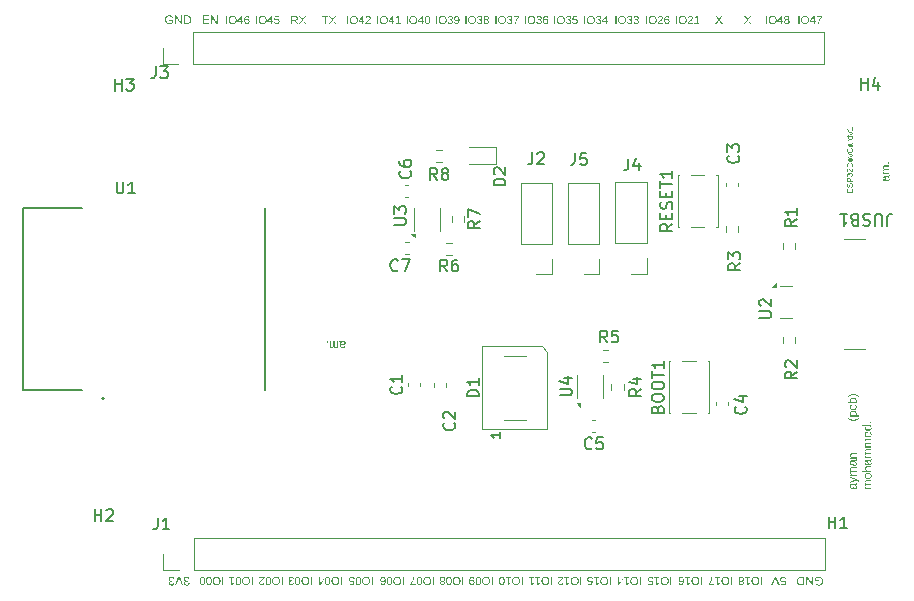
<source format=gbr>
%TF.GenerationSoftware,KiCad,Pcbnew,8.0.8*%
%TF.CreationDate,2025-12-22T10:58:06+04:00*%
%TF.ProjectId,DesignESP32PCB,44657369-676e-4455-9350-33325043422e,rev?*%
%TF.SameCoordinates,Original*%
%TF.FileFunction,Legend,Top*%
%TF.FilePolarity,Positive*%
%FSLAX46Y46*%
G04 Gerber Fmt 4.6, Leading zero omitted, Abs format (unit mm)*
G04 Created by KiCad (PCBNEW 8.0.8) date 2025-12-22 10:58:06*
%MOMM*%
%LPD*%
G01*
G04 APERTURE LIST*
%ADD10C,0.175000*%
%ADD11C,0.187500*%
%ADD12C,0.150000*%
%ADD13C,0.125000*%
%ADD14C,0.120000*%
%ADD15C,0.127000*%
%ADD16C,0.200000*%
G04 APERTURE END LIST*
D10*
G36*
X170873756Y-72364800D02*
G01*
X170873756Y-71686391D01*
X170965566Y-71686391D01*
X170965566Y-72364800D01*
X170873756Y-72364800D01*
G37*
G36*
X171472745Y-71676627D02*
G01*
X171510008Y-71680858D01*
X171545028Y-71688167D01*
X171577803Y-71698553D01*
X171581742Y-71700068D01*
X171615441Y-71715567D01*
X171645948Y-71734365D01*
X171673264Y-71756463D01*
X171687060Y-71770166D01*
X171709383Y-71797152D01*
X171728461Y-71827141D01*
X171744293Y-71860132D01*
X171751686Y-71879758D01*
X171761410Y-71912798D01*
X171768356Y-71947633D01*
X171772523Y-71984263D01*
X171773913Y-72022689D01*
X171772481Y-72061627D01*
X171768185Y-72098770D01*
X171761026Y-72134118D01*
X171751003Y-72167671D01*
X171736589Y-72202824D01*
X171718930Y-72235003D01*
X171698025Y-72264205D01*
X171685008Y-72279144D01*
X171659149Y-72303529D01*
X171630233Y-72324560D01*
X171598261Y-72342237D01*
X171579178Y-72350609D01*
X171542654Y-72362758D01*
X171507963Y-72370219D01*
X171471178Y-72374539D01*
X171437273Y-72375742D01*
X171401677Y-72374482D01*
X171363402Y-72369956D01*
X171327690Y-72362140D01*
X171294543Y-72351032D01*
X171290580Y-72349412D01*
X171256853Y-72332966D01*
X171226453Y-72313246D01*
X171199379Y-72290254D01*
X171185776Y-72276066D01*
X171163933Y-72248144D01*
X171145336Y-72217462D01*
X171129985Y-72184022D01*
X171122859Y-72164252D01*
X171113584Y-72131105D01*
X171106959Y-72096462D01*
X171102984Y-72060323D01*
X171101659Y-72022689D01*
X171101665Y-72022518D01*
X171194837Y-72022518D01*
X171196357Y-72059647D01*
X171200915Y-72094739D01*
X171209438Y-72130988D01*
X171210395Y-72134161D01*
X171222947Y-72167317D01*
X171240602Y-72199755D01*
X171256557Y-72221527D01*
X171281602Y-72246812D01*
X171310830Y-72267528D01*
X171332639Y-72278802D01*
X171365521Y-72290385D01*
X171401636Y-72297160D01*
X171437273Y-72299147D01*
X171471559Y-72297511D01*
X171506387Y-72291854D01*
X171540726Y-72280965D01*
X171546522Y-72278460D01*
X171578708Y-72260708D01*
X171606276Y-72238485D01*
X171622091Y-72221185D01*
X171642111Y-72191620D01*
X171657803Y-72158065D01*
X171665860Y-72133477D01*
X171673939Y-72097379D01*
X171678373Y-72062704D01*
X171680036Y-72026259D01*
X171680050Y-72022518D01*
X171678514Y-71985455D01*
X171673906Y-71950563D01*
X171665289Y-71914689D01*
X171664321Y-71911558D01*
X171651847Y-71878933D01*
X171634183Y-71847213D01*
X171618159Y-71826073D01*
X171593243Y-71801710D01*
X171564143Y-71781963D01*
X171542419Y-71771363D01*
X171509732Y-71760363D01*
X171473731Y-71753930D01*
X171438127Y-71752043D01*
X171401736Y-71753930D01*
X171365023Y-71760363D01*
X171331784Y-71771363D01*
X171299663Y-71788032D01*
X171271774Y-71809318D01*
X171255532Y-71826073D01*
X171234847Y-71854764D01*
X171218442Y-71887494D01*
X171209883Y-71911558D01*
X171201317Y-71947193D01*
X171196615Y-71981868D01*
X171194852Y-72018714D01*
X171194837Y-72022518D01*
X171101665Y-72022518D01*
X171103037Y-71983825D01*
X171107172Y-71946906D01*
X171114065Y-71911932D01*
X171123714Y-71878903D01*
X171137839Y-71844257D01*
X171155210Y-71812641D01*
X171175826Y-71784055D01*
X171188682Y-71769482D01*
X171214307Y-71745660D01*
X171243097Y-71725165D01*
X171275051Y-71707997D01*
X171294171Y-71699897D01*
X171326708Y-71689201D01*
X171361576Y-71681561D01*
X171398772Y-71676977D01*
X171433230Y-71675472D01*
X171438298Y-71675448D01*
X171472745Y-71676627D01*
G37*
G36*
X172240490Y-72145958D02*
G01*
X172335720Y-72145958D01*
X172335720Y-72222552D01*
X172240490Y-72222552D01*
X172240490Y-72364800D01*
X172158766Y-72364800D01*
X172158766Y-72222552D01*
X171839394Y-72222552D01*
X171839394Y-72153652D01*
X171844501Y-72145958D01*
X171919237Y-72145958D01*
X172158766Y-72145958D01*
X172158766Y-71784014D01*
X172153808Y-71793589D01*
X172145259Y-71809318D01*
X172135343Y-71827099D01*
X172126624Y-71841802D01*
X171952918Y-72100309D01*
X171945908Y-72110567D01*
X171936505Y-72123390D01*
X171926931Y-72136213D01*
X171919237Y-72145958D01*
X171844501Y-72145958D01*
X172149534Y-71686391D01*
X172240490Y-71686391D01*
X172240490Y-72145958D01*
G37*
G36*
X172868291Y-72141855D02*
G01*
X172866473Y-72176439D01*
X172860342Y-72211818D01*
X172852904Y-72236743D01*
X172837947Y-72269635D01*
X172818080Y-72298577D01*
X172807255Y-72310602D01*
X172780241Y-72333460D01*
X172748373Y-72351746D01*
X172732028Y-72358645D01*
X172696309Y-72369063D01*
X172660060Y-72374389D01*
X172627908Y-72375742D01*
X172592831Y-72374267D01*
X172558205Y-72369294D01*
X172534729Y-72363261D01*
X172502378Y-72350540D01*
X172472946Y-72332916D01*
X172467709Y-72328896D01*
X172441780Y-72303569D01*
X172424111Y-72277776D01*
X172409690Y-72245325D01*
X172401372Y-72214688D01*
X172488909Y-72204601D01*
X172502026Y-72236465D01*
X172503783Y-72239649D01*
X172525905Y-72266521D01*
X172529942Y-72269911D01*
X172560550Y-72287513D01*
X172570804Y-72291282D01*
X172605305Y-72298041D01*
X172629788Y-72299147D01*
X172665678Y-72295955D01*
X172690825Y-72289060D01*
X172721947Y-72272497D01*
X172737670Y-72258969D01*
X172758561Y-72230706D01*
X172767761Y-72210414D01*
X172776332Y-72175203D01*
X172778361Y-72144077D01*
X172774805Y-72109341D01*
X172768274Y-72087657D01*
X172751279Y-72056866D01*
X172739380Y-72043205D01*
X172711088Y-72022280D01*
X172693389Y-72014140D01*
X172658599Y-72005432D01*
X172631669Y-72003711D01*
X172597462Y-72006510D01*
X172591662Y-72007643D01*
X172558795Y-72017819D01*
X172557810Y-72018243D01*
X172529429Y-72033802D01*
X172505664Y-72052266D01*
X172421034Y-72052266D01*
X172443602Y-71686391D01*
X172828797Y-71686391D01*
X172828797Y-71762985D01*
X172522419Y-71762985D01*
X172509425Y-71970372D01*
X172539016Y-71951991D01*
X172567042Y-71939939D01*
X172602435Y-71930735D01*
X172637728Y-71927317D01*
X172649450Y-71927116D01*
X172685858Y-71929328D01*
X172719430Y-71935964D01*
X172740235Y-71942846D01*
X172771154Y-71957631D01*
X172799970Y-71978351D01*
X172809136Y-71986956D01*
X172831482Y-72014033D01*
X172848854Y-72045299D01*
X172852904Y-72055002D01*
X172862867Y-72088389D01*
X172867751Y-72124372D01*
X172868291Y-72141855D01*
G37*
D11*
G36*
X163165122Y-71997452D02*
G01*
X163166553Y-71955812D01*
X163170847Y-71916257D01*
X163178002Y-71878784D01*
X163188020Y-71843396D01*
X163202697Y-71806276D01*
X163220967Y-71772401D01*
X163242831Y-71741773D01*
X163256530Y-71726159D01*
X163283911Y-71700636D01*
X163314741Y-71678677D01*
X163349020Y-71660283D01*
X163369554Y-71651604D01*
X163404690Y-71640144D01*
X163442506Y-71631958D01*
X163483001Y-71627046D01*
X163520631Y-71625435D01*
X163526174Y-71625409D01*
X163566449Y-71626572D01*
X163603469Y-71630060D01*
X163640429Y-71636583D01*
X163643594Y-71637316D01*
X163679607Y-71647689D01*
X163714318Y-71662182D01*
X163731155Y-71671388D01*
X163761519Y-71692641D01*
X163789227Y-71719536D01*
X163794170Y-71725427D01*
X163816653Y-71756907D01*
X163834515Y-71789485D01*
X163837950Y-71796868D01*
X163744161Y-71824711D01*
X163724243Y-71791979D01*
X163711921Y-71776534D01*
X163683847Y-71750925D01*
X163666309Y-71739715D01*
X163631514Y-71723896D01*
X163604210Y-71715901D01*
X163566474Y-71709581D01*
X163529248Y-71707508D01*
X163523610Y-71707475D01*
X163484075Y-71709496D01*
X163447904Y-71715561D01*
X163412000Y-71726901D01*
X163408938Y-71728174D01*
X163374763Y-71746035D01*
X163345328Y-71768841D01*
X163328338Y-71786793D01*
X163306699Y-71817533D01*
X163289595Y-71852601D01*
X163280710Y-71878384D01*
X163271741Y-71916564D01*
X163266818Y-71953716D01*
X163264972Y-71993193D01*
X163264957Y-71997269D01*
X163266620Y-72037050D01*
X163271611Y-72074649D01*
X163280944Y-72113487D01*
X163281993Y-72116887D01*
X163295631Y-72152411D01*
X163314904Y-72187166D01*
X163332368Y-72210493D01*
X163359776Y-72237584D01*
X163391719Y-72259780D01*
X163415532Y-72271859D01*
X163451627Y-72284270D01*
X163487634Y-72291082D01*
X163526682Y-72293636D01*
X163530754Y-72293658D01*
X163569450Y-72292088D01*
X163607443Y-72286953D01*
X163609705Y-72286513D01*
X163646083Y-72277539D01*
X163674918Y-72267646D01*
X163708535Y-72252218D01*
X163726026Y-72242000D01*
X163756298Y-72219675D01*
X163763212Y-72213424D01*
X163763212Y-72082632D01*
X163546324Y-72082632D01*
X163546324Y-72000566D01*
X163853887Y-72000566D01*
X163853887Y-72252075D01*
X163825766Y-72277730D01*
X163796918Y-72299336D01*
X163764538Y-72319292D01*
X163731048Y-72335811D01*
X163723461Y-72339087D01*
X163686406Y-72352591D01*
X163649360Y-72362618D01*
X163634435Y-72365831D01*
X163597212Y-72371859D01*
X163558082Y-72375105D01*
X163530937Y-72375723D01*
X163491899Y-72374373D01*
X163455087Y-72370324D01*
X163415743Y-72362390D01*
X163379307Y-72350929D01*
X163370653Y-72347513D01*
X163333927Y-72329892D01*
X163300824Y-72308764D01*
X163271343Y-72284129D01*
X163256530Y-72268928D01*
X163232670Y-72239011D01*
X163212403Y-72206138D01*
X163195730Y-72170309D01*
X163188020Y-72149127D01*
X163178002Y-72113612D01*
X163170847Y-72076495D01*
X163166553Y-72037775D01*
X163165122Y-71997452D01*
G37*
G36*
X164485682Y-72364000D02*
G01*
X164097336Y-71744844D01*
X164099122Y-71782453D01*
X164099901Y-71794853D01*
X164101316Y-71832275D01*
X164101549Y-71839549D01*
X164102451Y-71876515D01*
X164102465Y-71881131D01*
X164102465Y-72364000D01*
X164014904Y-72364000D01*
X164014904Y-71637133D01*
X164129210Y-71637133D01*
X164521769Y-72260502D01*
X164519385Y-72221793D01*
X164518655Y-72209943D01*
X164517046Y-72172279D01*
X164516640Y-72162866D01*
X164515610Y-72125737D01*
X164515541Y-72113956D01*
X164515541Y-71637133D01*
X164604201Y-71637133D01*
X164604201Y-72364000D01*
X164485682Y-72364000D01*
G37*
G36*
X165053719Y-71638438D02*
G01*
X165093252Y-71642353D01*
X165131113Y-71648879D01*
X165167303Y-71658016D01*
X165205600Y-71671559D01*
X165240738Y-71688696D01*
X165272718Y-71709426D01*
X165289119Y-71722496D01*
X165316085Y-71748874D01*
X165339486Y-71778962D01*
X165359323Y-71812759D01*
X165368803Y-71833138D01*
X165381306Y-71868274D01*
X165390236Y-71906640D01*
X165395594Y-71948233D01*
X165397352Y-71987276D01*
X165397380Y-71993056D01*
X165396074Y-72031781D01*
X165392156Y-72068454D01*
X165384479Y-72107856D01*
X165373391Y-72144578D01*
X165370086Y-72153340D01*
X165353139Y-72190507D01*
X165333004Y-72224109D01*
X165309682Y-72254147D01*
X165295347Y-72269294D01*
X165267387Y-72293773D01*
X165236673Y-72314658D01*
X165203206Y-72331949D01*
X165183423Y-72340003D01*
X165146253Y-72351603D01*
X165107489Y-72359406D01*
X165067131Y-72363414D01*
X165044021Y-72364000D01*
X164772546Y-72364000D01*
X164772546Y-72281934D01*
X164870914Y-72281934D01*
X165032664Y-72281934D01*
X165070961Y-72279769D01*
X165107267Y-72273276D01*
X165138543Y-72263616D01*
X165173234Y-72247267D01*
X165204214Y-72225972D01*
X165222807Y-72209027D01*
X165247271Y-72179326D01*
X165265848Y-72147710D01*
X165278311Y-72118719D01*
X165288937Y-72083245D01*
X165295628Y-72044372D01*
X165298284Y-72006481D01*
X165298461Y-71993239D01*
X165296781Y-71953821D01*
X165290970Y-71914001D01*
X165281010Y-71878366D01*
X165277212Y-71868492D01*
X165260716Y-71835059D01*
X165238129Y-71803624D01*
X165218045Y-71783495D01*
X165187356Y-71761101D01*
X165152442Y-71743653D01*
X165126820Y-71734769D01*
X165089190Y-71725904D01*
X165052840Y-71721038D01*
X165014450Y-71719214D01*
X165010499Y-71719198D01*
X164870914Y-71719198D01*
X164870914Y-72281934D01*
X164772546Y-72281934D01*
X164772546Y-71637133D01*
X165012514Y-71637133D01*
X165053719Y-71638438D01*
G37*
D10*
G36*
X201302956Y-72364800D02*
G01*
X201302956Y-71686391D01*
X201394766Y-71686391D01*
X201394766Y-72364800D01*
X201302956Y-72364800D01*
G37*
G36*
X201901945Y-71676627D02*
G01*
X201939208Y-71680858D01*
X201974228Y-71688167D01*
X202007003Y-71698553D01*
X202010942Y-71700068D01*
X202044641Y-71715567D01*
X202075148Y-71734365D01*
X202102464Y-71756463D01*
X202116260Y-71770166D01*
X202138583Y-71797152D01*
X202157661Y-71827141D01*
X202173493Y-71860132D01*
X202180886Y-71879758D01*
X202190610Y-71912798D01*
X202197556Y-71947633D01*
X202201723Y-71984263D01*
X202203113Y-72022689D01*
X202201681Y-72061627D01*
X202197385Y-72098770D01*
X202190226Y-72134118D01*
X202180203Y-72167671D01*
X202165789Y-72202824D01*
X202148130Y-72235003D01*
X202127225Y-72264205D01*
X202114208Y-72279144D01*
X202088349Y-72303529D01*
X202059433Y-72324560D01*
X202027461Y-72342237D01*
X202008378Y-72350609D01*
X201971854Y-72362758D01*
X201937163Y-72370219D01*
X201900378Y-72374539D01*
X201866473Y-72375742D01*
X201830877Y-72374482D01*
X201792602Y-72369956D01*
X201756890Y-72362140D01*
X201723743Y-72351032D01*
X201719780Y-72349412D01*
X201686053Y-72332966D01*
X201655653Y-72313246D01*
X201628579Y-72290254D01*
X201614976Y-72276066D01*
X201593133Y-72248144D01*
X201574536Y-72217462D01*
X201559185Y-72184022D01*
X201552059Y-72164252D01*
X201542784Y-72131105D01*
X201536159Y-72096462D01*
X201532184Y-72060323D01*
X201530859Y-72022689D01*
X201530865Y-72022518D01*
X201624037Y-72022518D01*
X201625557Y-72059647D01*
X201630115Y-72094739D01*
X201638638Y-72130988D01*
X201639595Y-72134161D01*
X201652147Y-72167317D01*
X201669802Y-72199755D01*
X201685757Y-72221527D01*
X201710802Y-72246812D01*
X201740030Y-72267528D01*
X201761839Y-72278802D01*
X201794721Y-72290385D01*
X201830836Y-72297160D01*
X201866473Y-72299147D01*
X201900759Y-72297511D01*
X201935587Y-72291854D01*
X201969926Y-72280965D01*
X201975722Y-72278460D01*
X202007908Y-72260708D01*
X202035476Y-72238485D01*
X202051291Y-72221185D01*
X202071311Y-72191620D01*
X202087003Y-72158065D01*
X202095060Y-72133477D01*
X202103139Y-72097379D01*
X202107573Y-72062704D01*
X202109236Y-72026259D01*
X202109250Y-72022518D01*
X202107714Y-71985455D01*
X202103106Y-71950563D01*
X202094489Y-71914689D01*
X202093521Y-71911558D01*
X202081047Y-71878933D01*
X202063383Y-71847213D01*
X202047359Y-71826073D01*
X202022443Y-71801710D01*
X201993343Y-71781963D01*
X201971619Y-71771363D01*
X201938932Y-71760363D01*
X201902931Y-71753930D01*
X201867327Y-71752043D01*
X201830936Y-71753930D01*
X201794223Y-71760363D01*
X201760984Y-71771363D01*
X201728863Y-71788032D01*
X201700974Y-71809318D01*
X201684732Y-71826073D01*
X201664047Y-71854764D01*
X201647642Y-71887494D01*
X201639083Y-71911558D01*
X201630517Y-71947193D01*
X201625815Y-71981868D01*
X201624052Y-72018714D01*
X201624037Y-72022518D01*
X201530865Y-72022518D01*
X201532237Y-71983825D01*
X201536372Y-71946906D01*
X201543265Y-71911932D01*
X201552914Y-71878903D01*
X201567039Y-71844257D01*
X201584410Y-71812641D01*
X201605026Y-71784055D01*
X201617882Y-71769482D01*
X201643507Y-71745660D01*
X201672297Y-71725165D01*
X201704251Y-71707997D01*
X201723371Y-71699897D01*
X201755908Y-71689201D01*
X201790776Y-71681561D01*
X201827972Y-71676977D01*
X201862430Y-71675472D01*
X201867498Y-71675448D01*
X201901945Y-71676627D01*
G37*
G36*
X202750387Y-72178442D02*
G01*
X202747876Y-72214729D01*
X202739555Y-72250146D01*
X202735171Y-72261876D01*
X202717948Y-72293735D01*
X202694489Y-72320710D01*
X202690890Y-72323938D01*
X202662775Y-72343788D01*
X202629293Y-72359056D01*
X202618741Y-72362577D01*
X202584824Y-72370599D01*
X202550693Y-72374700D01*
X202520604Y-72375742D01*
X202483127Y-72374222D01*
X202446416Y-72369041D01*
X202414431Y-72360183D01*
X202382019Y-72345767D01*
X202352604Y-72326581D01*
X202343479Y-72318809D01*
X202320395Y-72293065D01*
X202302481Y-72262211D01*
X202301591Y-72260166D01*
X202290136Y-72226656D01*
X202283468Y-72192120D01*
X202373057Y-72183913D01*
X202381299Y-72217229D01*
X202387076Y-72230930D01*
X202406855Y-72259364D01*
X202415286Y-72267347D01*
X202445086Y-72285687D01*
X202459055Y-72290940D01*
X202493290Y-72297793D01*
X202520604Y-72299147D01*
X202555123Y-72296645D01*
X202588275Y-72287996D01*
X202618417Y-72271348D01*
X202623186Y-72267518D01*
X202645898Y-72239492D01*
X202657509Y-72206240D01*
X202660457Y-72173655D01*
X202655777Y-72138519D01*
X202643873Y-72114328D01*
X202618572Y-72089203D01*
X202602498Y-72079451D01*
X202569841Y-72067055D01*
X202548643Y-72062696D01*
X202514115Y-72059022D01*
X202495129Y-72058421D01*
X202446061Y-72058421D01*
X202446061Y-71981827D01*
X202493249Y-71981827D01*
X202527755Y-71979483D01*
X202544027Y-71976869D01*
X202576820Y-71966900D01*
X202592411Y-71958917D01*
X202618865Y-71936767D01*
X202628486Y-71923868D01*
X202640681Y-71891277D01*
X202642676Y-71867106D01*
X202638180Y-71830353D01*
X202623163Y-71797591D01*
X202610705Y-71782989D01*
X202579621Y-71762953D01*
X202545341Y-71753977D01*
X202515817Y-71752043D01*
X202479026Y-71755356D01*
X202444789Y-71766528D01*
X202423151Y-71780082D01*
X202399388Y-71806506D01*
X202385332Y-71840492D01*
X202382118Y-71858728D01*
X202295094Y-71852060D01*
X202301686Y-71817584D01*
X202313897Y-71784747D01*
X202319543Y-71774098D01*
X202339909Y-71745482D01*
X202364783Y-71721825D01*
X202368441Y-71719046D01*
X202398010Y-71700971D01*
X202431262Y-71687780D01*
X202435974Y-71686391D01*
X202470134Y-71678911D01*
X202506192Y-71675619D01*
X202516842Y-71675448D01*
X202553988Y-71677145D01*
X202590224Y-71682868D01*
X202614466Y-71689810D01*
X202647373Y-71704190D01*
X202676312Y-71723955D01*
X202681316Y-71728449D01*
X202703841Y-71754907D01*
X202719442Y-71785724D01*
X202728674Y-71819662D01*
X202731752Y-71855822D01*
X202728859Y-71890026D01*
X202723545Y-71911900D01*
X202708872Y-71943800D01*
X202698071Y-71958746D01*
X202672746Y-71982401D01*
X202653960Y-71994478D01*
X202622582Y-72008389D01*
X202589847Y-72017218D01*
X202589847Y-72019098D01*
X202623572Y-72024853D01*
X202657146Y-72035998D01*
X202660970Y-72037734D01*
X202691661Y-72055970D01*
X202710893Y-72073296D01*
X202731744Y-72102067D01*
X202740471Y-72121509D01*
X202748993Y-72156411D01*
X202750387Y-72178442D01*
G37*
G36*
X203295440Y-72178442D02*
G01*
X203292929Y-72214729D01*
X203284607Y-72250146D01*
X203280224Y-72261876D01*
X203263000Y-72293735D01*
X203239541Y-72320710D01*
X203235942Y-72323938D01*
X203207827Y-72343788D01*
X203174345Y-72359056D01*
X203163793Y-72362577D01*
X203129877Y-72370599D01*
X203095746Y-72374700D01*
X203065656Y-72375742D01*
X203028180Y-72374222D01*
X202991468Y-72369041D01*
X202959484Y-72360183D01*
X202927071Y-72345767D01*
X202897657Y-72326581D01*
X202888531Y-72318809D01*
X202865448Y-72293065D01*
X202847533Y-72262211D01*
X202846644Y-72260166D01*
X202835189Y-72226656D01*
X202828521Y-72192120D01*
X202918109Y-72183913D01*
X202926352Y-72217229D01*
X202932129Y-72230930D01*
X202951908Y-72259364D01*
X202960339Y-72267347D01*
X202990138Y-72285687D01*
X203004107Y-72290940D01*
X203038342Y-72297793D01*
X203065656Y-72299147D01*
X203100175Y-72296645D01*
X203133328Y-72287996D01*
X203163470Y-72271348D01*
X203168238Y-72267518D01*
X203190950Y-72239492D01*
X203202561Y-72206240D01*
X203205510Y-72173655D01*
X203200829Y-72138519D01*
X203188926Y-72114328D01*
X203163625Y-72089203D01*
X203147551Y-72079451D01*
X203114893Y-72067055D01*
X203093695Y-72062696D01*
X203059167Y-72059022D01*
X203040182Y-72058421D01*
X202991113Y-72058421D01*
X202991113Y-71981827D01*
X203038301Y-71981827D01*
X203072807Y-71979483D01*
X203089079Y-71976869D01*
X203121873Y-71966900D01*
X203137464Y-71958917D01*
X203163918Y-71936767D01*
X203173538Y-71923868D01*
X203185733Y-71891277D01*
X203187729Y-71867106D01*
X203183233Y-71830353D01*
X203168215Y-71797591D01*
X203155757Y-71782989D01*
X203124673Y-71762953D01*
X203090393Y-71753977D01*
X203060869Y-71752043D01*
X203024078Y-71755356D01*
X202989842Y-71766528D01*
X202968203Y-71780082D01*
X202944440Y-71806506D01*
X202930384Y-71840492D01*
X202927170Y-71858728D01*
X202840147Y-71852060D01*
X202846739Y-71817584D01*
X202858950Y-71784747D01*
X202864595Y-71774098D01*
X202884962Y-71745482D01*
X202909836Y-71721825D01*
X202913493Y-71719046D01*
X202943063Y-71700971D01*
X202976314Y-71687780D01*
X202981026Y-71686391D01*
X203015186Y-71678911D01*
X203051244Y-71675619D01*
X203061895Y-71675448D01*
X203099040Y-71677145D01*
X203135276Y-71682868D01*
X203159519Y-71689810D01*
X203192426Y-71704190D01*
X203221365Y-71723955D01*
X203226368Y-71728449D01*
X203248893Y-71754907D01*
X203264494Y-71785724D01*
X203273727Y-71819662D01*
X203276804Y-71855822D01*
X203273911Y-71890026D01*
X203268598Y-71911900D01*
X203253924Y-71943800D01*
X203243123Y-71958746D01*
X203217798Y-71982401D01*
X203199013Y-71994478D01*
X203167635Y-72008389D01*
X203134899Y-72017218D01*
X203134899Y-72019098D01*
X203168624Y-72024853D01*
X203202198Y-72035998D01*
X203206023Y-72037734D01*
X203236713Y-72055970D01*
X203255946Y-72073296D01*
X203276796Y-72102067D01*
X203285524Y-72121509D01*
X203294045Y-72156411D01*
X203295440Y-72178442D01*
G37*
G36*
X188602956Y-72364800D02*
G01*
X188602956Y-71686391D01*
X188694766Y-71686391D01*
X188694766Y-72364800D01*
X188602956Y-72364800D01*
G37*
G36*
X189201945Y-71676627D02*
G01*
X189239208Y-71680858D01*
X189274228Y-71688167D01*
X189307003Y-71698553D01*
X189310942Y-71700068D01*
X189344641Y-71715567D01*
X189375148Y-71734365D01*
X189402464Y-71756463D01*
X189416260Y-71770166D01*
X189438583Y-71797152D01*
X189457661Y-71827141D01*
X189473493Y-71860132D01*
X189480886Y-71879758D01*
X189490610Y-71912798D01*
X189497556Y-71947633D01*
X189501723Y-71984263D01*
X189503113Y-72022689D01*
X189501681Y-72061627D01*
X189497385Y-72098770D01*
X189490226Y-72134118D01*
X189480203Y-72167671D01*
X189465789Y-72202824D01*
X189448130Y-72235003D01*
X189427225Y-72264205D01*
X189414208Y-72279144D01*
X189388349Y-72303529D01*
X189359433Y-72324560D01*
X189327461Y-72342237D01*
X189308378Y-72350609D01*
X189271854Y-72362758D01*
X189237163Y-72370219D01*
X189200378Y-72374539D01*
X189166473Y-72375742D01*
X189130877Y-72374482D01*
X189092602Y-72369956D01*
X189056890Y-72362140D01*
X189023743Y-72351032D01*
X189019780Y-72349412D01*
X188986053Y-72332966D01*
X188955653Y-72313246D01*
X188928579Y-72290254D01*
X188914976Y-72276066D01*
X188893133Y-72248144D01*
X188874536Y-72217462D01*
X188859185Y-72184022D01*
X188852059Y-72164252D01*
X188842784Y-72131105D01*
X188836159Y-72096462D01*
X188832184Y-72060323D01*
X188830859Y-72022689D01*
X188830865Y-72022518D01*
X188924037Y-72022518D01*
X188925557Y-72059647D01*
X188930115Y-72094739D01*
X188938638Y-72130988D01*
X188939595Y-72134161D01*
X188952147Y-72167317D01*
X188969802Y-72199755D01*
X188985757Y-72221527D01*
X189010802Y-72246812D01*
X189040030Y-72267528D01*
X189061839Y-72278802D01*
X189094721Y-72290385D01*
X189130836Y-72297160D01*
X189166473Y-72299147D01*
X189200759Y-72297511D01*
X189235587Y-72291854D01*
X189269926Y-72280965D01*
X189275722Y-72278460D01*
X189307908Y-72260708D01*
X189335476Y-72238485D01*
X189351291Y-72221185D01*
X189371311Y-72191620D01*
X189387003Y-72158065D01*
X189395060Y-72133477D01*
X189403139Y-72097379D01*
X189407573Y-72062704D01*
X189409236Y-72026259D01*
X189409250Y-72022518D01*
X189407714Y-71985455D01*
X189403106Y-71950563D01*
X189394489Y-71914689D01*
X189393521Y-71911558D01*
X189381047Y-71878933D01*
X189363383Y-71847213D01*
X189347359Y-71826073D01*
X189322443Y-71801710D01*
X189293343Y-71781963D01*
X189271619Y-71771363D01*
X189238932Y-71760363D01*
X189202931Y-71753930D01*
X189167327Y-71752043D01*
X189130936Y-71753930D01*
X189094223Y-71760363D01*
X189060984Y-71771363D01*
X189028863Y-71788032D01*
X189000974Y-71809318D01*
X188984732Y-71826073D01*
X188964047Y-71854764D01*
X188947642Y-71887494D01*
X188939083Y-71911558D01*
X188930517Y-71947193D01*
X188925815Y-71981868D01*
X188924052Y-72018714D01*
X188924037Y-72022518D01*
X188830865Y-72022518D01*
X188832237Y-71983825D01*
X188836372Y-71946906D01*
X188843265Y-71911932D01*
X188852914Y-71878903D01*
X188867039Y-71844257D01*
X188884410Y-71812641D01*
X188905026Y-71784055D01*
X188917882Y-71769482D01*
X188943507Y-71745660D01*
X188972297Y-71725165D01*
X189004251Y-71707997D01*
X189023371Y-71699897D01*
X189055908Y-71689201D01*
X189090776Y-71681561D01*
X189127972Y-71676977D01*
X189162430Y-71675472D01*
X189167498Y-71675448D01*
X189201945Y-71676627D01*
G37*
G36*
X190050387Y-72178442D02*
G01*
X190047876Y-72214729D01*
X190039555Y-72250146D01*
X190035171Y-72261876D01*
X190017948Y-72293735D01*
X189994489Y-72320710D01*
X189990890Y-72323938D01*
X189962775Y-72343788D01*
X189929293Y-72359056D01*
X189918741Y-72362577D01*
X189884824Y-72370599D01*
X189850693Y-72374700D01*
X189820604Y-72375742D01*
X189783127Y-72374222D01*
X189746416Y-72369041D01*
X189714431Y-72360183D01*
X189682019Y-72345767D01*
X189652604Y-72326581D01*
X189643479Y-72318809D01*
X189620395Y-72293065D01*
X189602481Y-72262211D01*
X189601591Y-72260166D01*
X189590136Y-72226656D01*
X189583468Y-72192120D01*
X189673057Y-72183913D01*
X189681299Y-72217229D01*
X189687076Y-72230930D01*
X189706855Y-72259364D01*
X189715286Y-72267347D01*
X189745086Y-72285687D01*
X189759055Y-72290940D01*
X189793290Y-72297793D01*
X189820604Y-72299147D01*
X189855123Y-72296645D01*
X189888275Y-72287996D01*
X189918417Y-72271348D01*
X189923186Y-72267518D01*
X189945898Y-72239492D01*
X189957509Y-72206240D01*
X189960457Y-72173655D01*
X189955777Y-72138519D01*
X189943873Y-72114328D01*
X189918572Y-72089203D01*
X189902498Y-72079451D01*
X189869841Y-72067055D01*
X189848643Y-72062696D01*
X189814115Y-72059022D01*
X189795129Y-72058421D01*
X189746061Y-72058421D01*
X189746061Y-71981827D01*
X189793249Y-71981827D01*
X189827755Y-71979483D01*
X189844027Y-71976869D01*
X189876820Y-71966900D01*
X189892411Y-71958917D01*
X189918865Y-71936767D01*
X189928486Y-71923868D01*
X189940681Y-71891277D01*
X189942676Y-71867106D01*
X189938180Y-71830353D01*
X189923163Y-71797591D01*
X189910705Y-71782989D01*
X189879621Y-71762953D01*
X189845341Y-71753977D01*
X189815817Y-71752043D01*
X189779026Y-71755356D01*
X189744789Y-71766528D01*
X189723151Y-71780082D01*
X189699388Y-71806506D01*
X189685332Y-71840492D01*
X189682118Y-71858728D01*
X189595094Y-71852060D01*
X189601686Y-71817584D01*
X189613897Y-71784747D01*
X189619543Y-71774098D01*
X189639909Y-71745482D01*
X189664783Y-71721825D01*
X189668441Y-71719046D01*
X189698010Y-71700971D01*
X189731262Y-71687780D01*
X189735974Y-71686391D01*
X189770134Y-71678911D01*
X189806192Y-71675619D01*
X189816842Y-71675448D01*
X189853988Y-71677145D01*
X189890224Y-71682868D01*
X189914466Y-71689810D01*
X189947373Y-71704190D01*
X189976312Y-71723955D01*
X189981316Y-71728449D01*
X190003841Y-71754907D01*
X190019442Y-71785724D01*
X190028674Y-71819662D01*
X190031752Y-71855822D01*
X190028859Y-71890026D01*
X190023545Y-71911900D01*
X190008872Y-71943800D01*
X189998071Y-71958746D01*
X189972746Y-71982401D01*
X189953960Y-71994478D01*
X189922582Y-72008389D01*
X189889847Y-72017218D01*
X189889847Y-72019098D01*
X189923572Y-72024853D01*
X189957146Y-72035998D01*
X189960970Y-72037734D01*
X189991661Y-72055970D01*
X190010893Y-72073296D01*
X190031744Y-72102067D01*
X190040471Y-72121509D01*
X190048993Y-72156411D01*
X190050387Y-72178442D01*
G37*
G36*
X190399511Y-71677085D02*
G01*
X190435139Y-71682603D01*
X190459177Y-71689297D01*
X190492098Y-71703280D01*
X190521415Y-71722401D01*
X190526539Y-71726739D01*
X190549791Y-71752300D01*
X190566204Y-71781792D01*
X190576343Y-71816278D01*
X190579198Y-71848470D01*
X190575737Y-71883792D01*
X190571162Y-71901471D01*
X190556873Y-71934081D01*
X190548081Y-71947462D01*
X190523919Y-71973079D01*
X190510639Y-71982853D01*
X190478374Y-71998098D01*
X190459006Y-72003027D01*
X190459006Y-72004908D01*
X190492217Y-72013628D01*
X190513203Y-72022860D01*
X190541881Y-72042227D01*
X190556459Y-72057054D01*
X190576321Y-72086760D01*
X190585353Y-72107661D01*
X190593624Y-72140943D01*
X190595953Y-72173997D01*
X190593695Y-72208541D01*
X190586215Y-72243154D01*
X190582275Y-72254866D01*
X190566259Y-72287271D01*
X190543857Y-72315243D01*
X190540387Y-72318638D01*
X190512843Y-72339899D01*
X190481874Y-72355657D01*
X190468580Y-72360696D01*
X190433518Y-72369864D01*
X190397449Y-72374551D01*
X190365143Y-72375742D01*
X190329420Y-72374272D01*
X190293750Y-72369262D01*
X190261877Y-72360696D01*
X190229020Y-72346442D01*
X190199063Y-72326864D01*
X190189728Y-72318809D01*
X190166229Y-72291588D01*
X190149266Y-72259934D01*
X190147498Y-72255379D01*
X190138149Y-72221822D01*
X190134035Y-72185778D01*
X190133821Y-72175023D01*
X190134405Y-72167671D01*
X190223238Y-72167671D01*
X190225950Y-72203445D01*
X190230932Y-72225630D01*
X190244932Y-72256870D01*
X190255381Y-72270766D01*
X190283583Y-72292585D01*
X190299662Y-72299831D01*
X190334199Y-72308126D01*
X190365998Y-72310089D01*
X190400244Y-72307835D01*
X190432334Y-72299831D01*
X190463151Y-72282685D01*
X190475590Y-72270766D01*
X190493713Y-72241035D01*
X190499013Y-72225117D01*
X190504866Y-72191335D01*
X190506023Y-72165790D01*
X190502490Y-72130791D01*
X190499184Y-72117577D01*
X190483700Y-72085776D01*
X190476103Y-72076544D01*
X190448356Y-72055174D01*
X190432163Y-72047650D01*
X190398923Y-72038979D01*
X190363263Y-72036537D01*
X190328000Y-72039315D01*
X190298465Y-72047650D01*
X190267803Y-72065104D01*
X190255210Y-72076715D01*
X190235963Y-72105681D01*
X190230932Y-72118603D01*
X190223847Y-72153490D01*
X190223238Y-72167671D01*
X190134405Y-72167671D01*
X190136642Y-72139504D01*
X190145105Y-72108174D01*
X190161217Y-72076146D01*
X190175367Y-72057566D01*
X190201306Y-72034192D01*
X190218793Y-72023372D01*
X190251394Y-72010000D01*
X190269058Y-72005933D01*
X190269058Y-72004053D01*
X190235919Y-71992579D01*
X190218280Y-71982682D01*
X190191976Y-71960655D01*
X190180667Y-71947120D01*
X190163292Y-71916419D01*
X190157586Y-71901129D01*
X190150650Y-71866666D01*
X190150029Y-71853941D01*
X190238284Y-71853941D01*
X190242057Y-71887972D01*
X190243584Y-71894461D01*
X190257840Y-71925708D01*
X190262732Y-71932245D01*
X190289628Y-71954268D01*
X190301200Y-71960114D01*
X190335319Y-71969107D01*
X190364288Y-71970885D01*
X190399065Y-71968518D01*
X190429941Y-71960114D01*
X190459571Y-71941293D01*
X190467896Y-71932245D01*
X190483661Y-71900838D01*
X190485164Y-71894461D01*
X190489167Y-71860115D01*
X190489267Y-71853941D01*
X190485613Y-71818743D01*
X190482771Y-71808121D01*
X190465843Y-71777305D01*
X190461399Y-71772559D01*
X190432523Y-71753388D01*
X190422418Y-71749478D01*
X190388010Y-71742279D01*
X190363263Y-71741101D01*
X190328287Y-71743752D01*
X190305646Y-71749478D01*
X190274967Y-71765539D01*
X190266836Y-71772559D01*
X190247289Y-71801753D01*
X190244951Y-71808121D01*
X190238603Y-71843158D01*
X190238284Y-71853941D01*
X190150029Y-71853941D01*
X190149721Y-71847615D01*
X190153140Y-71813379D01*
X190163399Y-71781108D01*
X190181647Y-71750036D01*
X190203919Y-71726227D01*
X190232061Y-71706324D01*
X190263411Y-71691747D01*
X190270768Y-71689126D01*
X190305333Y-71680270D01*
X190340896Y-71676103D01*
X190363263Y-71675448D01*
X190399511Y-71677085D01*
G37*
G36*
X176767814Y-71762985D02*
G01*
X176767814Y-72364800D01*
X176676516Y-72364800D01*
X176676516Y-71762985D01*
X176443655Y-71762985D01*
X176443655Y-71686391D01*
X177000504Y-71686391D01*
X177000504Y-71762985D01*
X176767814Y-71762985D01*
G37*
G36*
X177554789Y-72364800D02*
G01*
X177351334Y-72068167D01*
X177143606Y-72364800D01*
X177042050Y-72364800D01*
X177299872Y-72012430D01*
X177061882Y-71686391D01*
X177163267Y-71686391D01*
X177351847Y-71952591D01*
X177534956Y-71686391D01*
X177636512Y-71686391D01*
X177404677Y-72009011D01*
X177656174Y-72364800D01*
X177554789Y-72364800D01*
G37*
G36*
X181135356Y-72364800D02*
G01*
X181135356Y-71686391D01*
X181227166Y-71686391D01*
X181227166Y-72364800D01*
X181135356Y-72364800D01*
G37*
G36*
X181734345Y-71676627D02*
G01*
X181771608Y-71680858D01*
X181806628Y-71688167D01*
X181839403Y-71698553D01*
X181843342Y-71700068D01*
X181877041Y-71715567D01*
X181907548Y-71734365D01*
X181934864Y-71756463D01*
X181948660Y-71770166D01*
X181970983Y-71797152D01*
X181990061Y-71827141D01*
X182005893Y-71860132D01*
X182013286Y-71879758D01*
X182023010Y-71912798D01*
X182029956Y-71947633D01*
X182034123Y-71984263D01*
X182035513Y-72022689D01*
X182034081Y-72061627D01*
X182029785Y-72098770D01*
X182022626Y-72134118D01*
X182012603Y-72167671D01*
X181998189Y-72202824D01*
X181980530Y-72235003D01*
X181959625Y-72264205D01*
X181946608Y-72279144D01*
X181920749Y-72303529D01*
X181891833Y-72324560D01*
X181859861Y-72342237D01*
X181840778Y-72350609D01*
X181804254Y-72362758D01*
X181769563Y-72370219D01*
X181732778Y-72374539D01*
X181698873Y-72375742D01*
X181663277Y-72374482D01*
X181625002Y-72369956D01*
X181589290Y-72362140D01*
X181556143Y-72351032D01*
X181552180Y-72349412D01*
X181518453Y-72332966D01*
X181488053Y-72313246D01*
X181460979Y-72290254D01*
X181447376Y-72276066D01*
X181425533Y-72248144D01*
X181406936Y-72217462D01*
X181391585Y-72184022D01*
X181384459Y-72164252D01*
X181375184Y-72131105D01*
X181368559Y-72096462D01*
X181364584Y-72060323D01*
X181363259Y-72022689D01*
X181363265Y-72022518D01*
X181456437Y-72022518D01*
X181457957Y-72059647D01*
X181462515Y-72094739D01*
X181471038Y-72130988D01*
X181471995Y-72134161D01*
X181484547Y-72167317D01*
X181502202Y-72199755D01*
X181518157Y-72221527D01*
X181543202Y-72246812D01*
X181572430Y-72267528D01*
X181594239Y-72278802D01*
X181627121Y-72290385D01*
X181663236Y-72297160D01*
X181698873Y-72299147D01*
X181733159Y-72297511D01*
X181767987Y-72291854D01*
X181802326Y-72280965D01*
X181808122Y-72278460D01*
X181840308Y-72260708D01*
X181867876Y-72238485D01*
X181883691Y-72221185D01*
X181903711Y-72191620D01*
X181919403Y-72158065D01*
X181927460Y-72133477D01*
X181935539Y-72097379D01*
X181939973Y-72062704D01*
X181941636Y-72026259D01*
X181941650Y-72022518D01*
X181940114Y-71985455D01*
X181935506Y-71950563D01*
X181926889Y-71914689D01*
X181925921Y-71911558D01*
X181913447Y-71878933D01*
X181895783Y-71847213D01*
X181879759Y-71826073D01*
X181854843Y-71801710D01*
X181825743Y-71781963D01*
X181804019Y-71771363D01*
X181771332Y-71760363D01*
X181735331Y-71753930D01*
X181699727Y-71752043D01*
X181663336Y-71753930D01*
X181626623Y-71760363D01*
X181593384Y-71771363D01*
X181561263Y-71788032D01*
X181533374Y-71809318D01*
X181517132Y-71826073D01*
X181496447Y-71854764D01*
X181480042Y-71887494D01*
X181471483Y-71911558D01*
X181462917Y-71947193D01*
X181458215Y-71981868D01*
X181456452Y-72018714D01*
X181456437Y-72022518D01*
X181363265Y-72022518D01*
X181364637Y-71983825D01*
X181368772Y-71946906D01*
X181375665Y-71911932D01*
X181385314Y-71878903D01*
X181399439Y-71844257D01*
X181416810Y-71812641D01*
X181437426Y-71784055D01*
X181450282Y-71769482D01*
X181475907Y-71745660D01*
X181504697Y-71725165D01*
X181536651Y-71707997D01*
X181555771Y-71699897D01*
X181588308Y-71689201D01*
X181623176Y-71681561D01*
X181660372Y-71676977D01*
X181694830Y-71675472D01*
X181699898Y-71675448D01*
X181734345Y-71676627D01*
G37*
G36*
X182502090Y-72145958D02*
G01*
X182597320Y-72145958D01*
X182597320Y-72222552D01*
X182502090Y-72222552D01*
X182502090Y-72364800D01*
X182420366Y-72364800D01*
X182420366Y-72222552D01*
X182100994Y-72222552D01*
X182100994Y-72153652D01*
X182106101Y-72145958D01*
X182180837Y-72145958D01*
X182420366Y-72145958D01*
X182420366Y-71784014D01*
X182415408Y-71793589D01*
X182406859Y-71809318D01*
X182396943Y-71827099D01*
X182388224Y-71841802D01*
X182214518Y-72100309D01*
X182207508Y-72110567D01*
X182198105Y-72123390D01*
X182188531Y-72136213D01*
X182180837Y-72145958D01*
X182106101Y-72145958D01*
X182411134Y-71686391D01*
X182502090Y-71686391D01*
X182502090Y-72145958D01*
G37*
G36*
X182698534Y-72364800D02*
G01*
X182698534Y-72288205D01*
X182871043Y-72288205D01*
X182871043Y-71769140D01*
X182718196Y-71883348D01*
X182718196Y-71801624D01*
X182878395Y-71686391D01*
X182958238Y-71686391D01*
X182958238Y-72288205D01*
X183123053Y-72288205D01*
X183123053Y-72364800D01*
X182698534Y-72364800D01*
G37*
G36*
X178595356Y-72364800D02*
G01*
X178595356Y-71686391D01*
X178687166Y-71686391D01*
X178687166Y-72364800D01*
X178595356Y-72364800D01*
G37*
G36*
X179194345Y-71676627D02*
G01*
X179231608Y-71680858D01*
X179266628Y-71688167D01*
X179299403Y-71698553D01*
X179303342Y-71700068D01*
X179337041Y-71715567D01*
X179367548Y-71734365D01*
X179394864Y-71756463D01*
X179408660Y-71770166D01*
X179430983Y-71797152D01*
X179450061Y-71827141D01*
X179465893Y-71860132D01*
X179473286Y-71879758D01*
X179483010Y-71912798D01*
X179489956Y-71947633D01*
X179494123Y-71984263D01*
X179495513Y-72022689D01*
X179494081Y-72061627D01*
X179489785Y-72098770D01*
X179482626Y-72134118D01*
X179472603Y-72167671D01*
X179458189Y-72202824D01*
X179440530Y-72235003D01*
X179419625Y-72264205D01*
X179406608Y-72279144D01*
X179380749Y-72303529D01*
X179351833Y-72324560D01*
X179319861Y-72342237D01*
X179300778Y-72350609D01*
X179264254Y-72362758D01*
X179229563Y-72370219D01*
X179192778Y-72374539D01*
X179158873Y-72375742D01*
X179123277Y-72374482D01*
X179085002Y-72369956D01*
X179049290Y-72362140D01*
X179016143Y-72351032D01*
X179012180Y-72349412D01*
X178978453Y-72332966D01*
X178948053Y-72313246D01*
X178920979Y-72290254D01*
X178907376Y-72276066D01*
X178885533Y-72248144D01*
X178866936Y-72217462D01*
X178851585Y-72184022D01*
X178844459Y-72164252D01*
X178835184Y-72131105D01*
X178828559Y-72096462D01*
X178824584Y-72060323D01*
X178823259Y-72022689D01*
X178823265Y-72022518D01*
X178916437Y-72022518D01*
X178917957Y-72059647D01*
X178922515Y-72094739D01*
X178931038Y-72130988D01*
X178931995Y-72134161D01*
X178944547Y-72167317D01*
X178962202Y-72199755D01*
X178978157Y-72221527D01*
X179003202Y-72246812D01*
X179032430Y-72267528D01*
X179054239Y-72278802D01*
X179087121Y-72290385D01*
X179123236Y-72297160D01*
X179158873Y-72299147D01*
X179193159Y-72297511D01*
X179227987Y-72291854D01*
X179262326Y-72280965D01*
X179268122Y-72278460D01*
X179300308Y-72260708D01*
X179327876Y-72238485D01*
X179343691Y-72221185D01*
X179363711Y-72191620D01*
X179379403Y-72158065D01*
X179387460Y-72133477D01*
X179395539Y-72097379D01*
X179399973Y-72062704D01*
X179401636Y-72026259D01*
X179401650Y-72022518D01*
X179400114Y-71985455D01*
X179395506Y-71950563D01*
X179386889Y-71914689D01*
X179385921Y-71911558D01*
X179373447Y-71878933D01*
X179355783Y-71847213D01*
X179339759Y-71826073D01*
X179314843Y-71801710D01*
X179285743Y-71781963D01*
X179264019Y-71771363D01*
X179231332Y-71760363D01*
X179195331Y-71753930D01*
X179159727Y-71752043D01*
X179123336Y-71753930D01*
X179086623Y-71760363D01*
X179053384Y-71771363D01*
X179021263Y-71788032D01*
X178993374Y-71809318D01*
X178977132Y-71826073D01*
X178956447Y-71854764D01*
X178940042Y-71887494D01*
X178931483Y-71911558D01*
X178922917Y-71947193D01*
X178918215Y-71981868D01*
X178916452Y-72018714D01*
X178916437Y-72022518D01*
X178823265Y-72022518D01*
X178824637Y-71983825D01*
X178828772Y-71946906D01*
X178835665Y-71911932D01*
X178845314Y-71878903D01*
X178859439Y-71844257D01*
X178876810Y-71812641D01*
X178897426Y-71784055D01*
X178910282Y-71769482D01*
X178935907Y-71745660D01*
X178964697Y-71725165D01*
X178996651Y-71707997D01*
X179015771Y-71699897D01*
X179048308Y-71689201D01*
X179083176Y-71681561D01*
X179120372Y-71676977D01*
X179154830Y-71675472D01*
X179159898Y-71675448D01*
X179194345Y-71676627D01*
G37*
G36*
X179962090Y-72145958D02*
G01*
X180057320Y-72145958D01*
X180057320Y-72222552D01*
X179962090Y-72222552D01*
X179962090Y-72364800D01*
X179880366Y-72364800D01*
X179880366Y-72222552D01*
X179560994Y-72222552D01*
X179560994Y-72153652D01*
X179566101Y-72145958D01*
X179640837Y-72145958D01*
X179880366Y-72145958D01*
X179880366Y-71784014D01*
X179875408Y-71793589D01*
X179866859Y-71809318D01*
X179856943Y-71827099D01*
X179848224Y-71841802D01*
X179674518Y-72100309D01*
X179667508Y-72110567D01*
X179658105Y-72123390D01*
X179648531Y-72136213D01*
X179640837Y-72145958D01*
X179566101Y-72145958D01*
X179871134Y-71686391D01*
X179962090Y-71686391D01*
X179962090Y-72145958D01*
G37*
G36*
X180133060Y-72364800D02*
G01*
X180133060Y-72301199D01*
X180149409Y-72267345D01*
X180167895Y-72236096D01*
X180188518Y-72207452D01*
X180192899Y-72202036D01*
X180215369Y-72175926D01*
X180240896Y-72149096D01*
X180267271Y-72124245D01*
X180293970Y-72100872D01*
X180320466Y-72078712D01*
X180344379Y-72059618D01*
X180372044Y-72037202D01*
X180399627Y-72012973D01*
X180413450Y-71999950D01*
X180438120Y-71973363D01*
X180458274Y-71945664D01*
X180463203Y-71937545D01*
X180476824Y-71905015D01*
X180482014Y-71871197D01*
X180482180Y-71863515D01*
X180478059Y-71829054D01*
X180473461Y-71815473D01*
X180454378Y-71785980D01*
X180448499Y-71780424D01*
X180418888Y-71762634D01*
X180409176Y-71759224D01*
X180375486Y-71752744D01*
X180358569Y-71752043D01*
X180324291Y-71755275D01*
X180309672Y-71758882D01*
X180278352Y-71773083D01*
X180269152Y-71779569D01*
X180245335Y-71805115D01*
X180240087Y-71813763D01*
X180227929Y-71846454D01*
X180225383Y-71861122D01*
X180136821Y-71852915D01*
X180144002Y-71817439D01*
X180156995Y-71784185D01*
X180175888Y-71753881D01*
X180200764Y-71727594D01*
X180229370Y-71707126D01*
X180260542Y-71692156D01*
X180267784Y-71689468D01*
X180301737Y-71680391D01*
X180336635Y-71676119D01*
X180358569Y-71675448D01*
X180394833Y-71677131D01*
X180430593Y-71682753D01*
X180448328Y-71687416D01*
X180480529Y-71700114D01*
X180509801Y-71718656D01*
X180515007Y-71722978D01*
X180538985Y-71749222D01*
X180556552Y-71781108D01*
X180566983Y-71815777D01*
X180570957Y-71852270D01*
X180571085Y-71860609D01*
X180567611Y-71895975D01*
X180558775Y-71925578D01*
X180543513Y-71957322D01*
X180526120Y-71984049D01*
X180504107Y-72011319D01*
X180480443Y-72036108D01*
X180478761Y-72037734D01*
X180453033Y-72061834D01*
X180426178Y-72085408D01*
X180422512Y-72088512D01*
X180394953Y-72111518D01*
X180367094Y-72134373D01*
X180363356Y-72137409D01*
X180336218Y-72160085D01*
X180310583Y-72182910D01*
X180307278Y-72185965D01*
X180282487Y-72210627D01*
X180260432Y-72235717D01*
X180240080Y-72264695D01*
X180228290Y-72288205D01*
X180581685Y-72288205D01*
X180581685Y-72364800D01*
X180133060Y-72364800D01*
G37*
G36*
X174214371Y-71687710D02*
G01*
X174249660Y-71692207D01*
X174281796Y-71699897D01*
X174315572Y-71712875D01*
X174346707Y-71731331D01*
X174356510Y-71739049D01*
X174381725Y-71765449D01*
X174399565Y-71794630D01*
X174402672Y-71801453D01*
X174413541Y-71835450D01*
X174418184Y-71870300D01*
X174418572Y-71884545D01*
X174415919Y-71919181D01*
X174409169Y-71949342D01*
X174396138Y-71981816D01*
X174379591Y-72007985D01*
X174355020Y-72034067D01*
X174328129Y-72053634D01*
X174296178Y-72069107D01*
X174261340Y-72079074D01*
X174253244Y-72080647D01*
X174445586Y-72364800D01*
X174339755Y-72364800D01*
X174163656Y-72091248D01*
X173952679Y-72091248D01*
X173952679Y-72364800D01*
X173860868Y-72364800D01*
X173860868Y-72014653D01*
X173952679Y-72014653D01*
X174174256Y-72014653D01*
X174208915Y-72012474D01*
X174242473Y-72004737D01*
X174274517Y-71989403D01*
X174289832Y-71977381D01*
X174311586Y-71949133D01*
X174317358Y-71936349D01*
X174325380Y-71901813D01*
X174326249Y-71884887D01*
X174322108Y-71849410D01*
X174315648Y-71831202D01*
X174295465Y-71802401D01*
X174284874Y-71793247D01*
X174254640Y-71776589D01*
X174235806Y-71770508D01*
X174201004Y-71764425D01*
X174170495Y-71762985D01*
X173952679Y-71762985D01*
X173952679Y-72014653D01*
X173860868Y-72014653D01*
X173860868Y-71686391D01*
X174179556Y-71686391D01*
X174214371Y-71687710D01*
G37*
G36*
X175021926Y-72364800D02*
G01*
X174818471Y-72068167D01*
X174610743Y-72364800D01*
X174509187Y-72364800D01*
X174767009Y-72012430D01*
X174529019Y-71686391D01*
X174630404Y-71686391D01*
X174818984Y-71952591D01*
X175002093Y-71686391D01*
X175103649Y-71686391D01*
X174871814Y-72009011D01*
X175123311Y-72364800D01*
X175021926Y-72364800D01*
G37*
D11*
G36*
X166348245Y-72364000D02*
G01*
X166348245Y-71637133D01*
X166898890Y-71637133D01*
X166898890Y-71719198D01*
X166446613Y-71719198D01*
X166446613Y-71953672D01*
X166867932Y-71953672D01*
X166867932Y-72035737D01*
X166446613Y-72035737D01*
X166446613Y-72281934D01*
X166919956Y-72281934D01*
X166919956Y-72364000D01*
X166348245Y-72364000D01*
G37*
G36*
X167518778Y-72364000D02*
G01*
X167130432Y-71744844D01*
X167132218Y-71782453D01*
X167132997Y-71794853D01*
X167134412Y-71832275D01*
X167134646Y-71839549D01*
X167135547Y-71876515D01*
X167135561Y-71881131D01*
X167135561Y-72364000D01*
X167048000Y-72364000D01*
X167048000Y-71637133D01*
X167162306Y-71637133D01*
X167554865Y-72260502D01*
X167552481Y-72221793D01*
X167551751Y-72209943D01*
X167550142Y-72172279D01*
X167549736Y-72162866D01*
X167548706Y-72125737D01*
X167548637Y-72113956D01*
X167548637Y-71637133D01*
X167637297Y-71637133D01*
X167637297Y-72364000D01*
X167518778Y-72364000D01*
G37*
D10*
G36*
X193632156Y-72364800D02*
G01*
X193632156Y-71686391D01*
X193723966Y-71686391D01*
X193723966Y-72364800D01*
X193632156Y-72364800D01*
G37*
G36*
X194231145Y-71676627D02*
G01*
X194268408Y-71680858D01*
X194303428Y-71688167D01*
X194336203Y-71698553D01*
X194340142Y-71700068D01*
X194373841Y-71715567D01*
X194404348Y-71734365D01*
X194431664Y-71756463D01*
X194445460Y-71770166D01*
X194467783Y-71797152D01*
X194486861Y-71827141D01*
X194502693Y-71860132D01*
X194510086Y-71879758D01*
X194519810Y-71912798D01*
X194526756Y-71947633D01*
X194530923Y-71984263D01*
X194532313Y-72022689D01*
X194530881Y-72061627D01*
X194526585Y-72098770D01*
X194519426Y-72134118D01*
X194509403Y-72167671D01*
X194494989Y-72202824D01*
X194477330Y-72235003D01*
X194456425Y-72264205D01*
X194443408Y-72279144D01*
X194417549Y-72303529D01*
X194388633Y-72324560D01*
X194356661Y-72342237D01*
X194337578Y-72350609D01*
X194301054Y-72362758D01*
X194266363Y-72370219D01*
X194229578Y-72374539D01*
X194195673Y-72375742D01*
X194160077Y-72374482D01*
X194121802Y-72369956D01*
X194086090Y-72362140D01*
X194052943Y-72351032D01*
X194048980Y-72349412D01*
X194015253Y-72332966D01*
X193984853Y-72313246D01*
X193957779Y-72290254D01*
X193944176Y-72276066D01*
X193922333Y-72248144D01*
X193903736Y-72217462D01*
X193888385Y-72184022D01*
X193881259Y-72164252D01*
X193871984Y-72131105D01*
X193865359Y-72096462D01*
X193861384Y-72060323D01*
X193860059Y-72022689D01*
X193860065Y-72022518D01*
X193953237Y-72022518D01*
X193954757Y-72059647D01*
X193959315Y-72094739D01*
X193967838Y-72130988D01*
X193968795Y-72134161D01*
X193981347Y-72167317D01*
X193999002Y-72199755D01*
X194014957Y-72221527D01*
X194040002Y-72246812D01*
X194069230Y-72267528D01*
X194091039Y-72278802D01*
X194123921Y-72290385D01*
X194160036Y-72297160D01*
X194195673Y-72299147D01*
X194229959Y-72297511D01*
X194264787Y-72291854D01*
X194299126Y-72280965D01*
X194304922Y-72278460D01*
X194337108Y-72260708D01*
X194364676Y-72238485D01*
X194380491Y-72221185D01*
X194400511Y-72191620D01*
X194416203Y-72158065D01*
X194424260Y-72133477D01*
X194432339Y-72097379D01*
X194436773Y-72062704D01*
X194438436Y-72026259D01*
X194438450Y-72022518D01*
X194436914Y-71985455D01*
X194432306Y-71950563D01*
X194423689Y-71914689D01*
X194422721Y-71911558D01*
X194410247Y-71878933D01*
X194392583Y-71847213D01*
X194376559Y-71826073D01*
X194351643Y-71801710D01*
X194322543Y-71781963D01*
X194300819Y-71771363D01*
X194268132Y-71760363D01*
X194232131Y-71753930D01*
X194196527Y-71752043D01*
X194160136Y-71753930D01*
X194123423Y-71760363D01*
X194090184Y-71771363D01*
X194058063Y-71788032D01*
X194030174Y-71809318D01*
X194013932Y-71826073D01*
X193993247Y-71854764D01*
X193976842Y-71887494D01*
X193968283Y-71911558D01*
X193959717Y-71947193D01*
X193955015Y-71981868D01*
X193953252Y-72018714D01*
X193953237Y-72022518D01*
X193860065Y-72022518D01*
X193861437Y-71983825D01*
X193865572Y-71946906D01*
X193872465Y-71911932D01*
X193882114Y-71878903D01*
X193896239Y-71844257D01*
X193913610Y-71812641D01*
X193934226Y-71784055D01*
X193947082Y-71769482D01*
X193972707Y-71745660D01*
X194001497Y-71725165D01*
X194033451Y-71707997D01*
X194052571Y-71699897D01*
X194085108Y-71689201D01*
X194119976Y-71681561D01*
X194157172Y-71676977D01*
X194191630Y-71675472D01*
X194196698Y-71675448D01*
X194231145Y-71676627D01*
G37*
G36*
X195079587Y-72178442D02*
G01*
X195077076Y-72214729D01*
X195068755Y-72250146D01*
X195064371Y-72261876D01*
X195047148Y-72293735D01*
X195023689Y-72320710D01*
X195020090Y-72323938D01*
X194991975Y-72343788D01*
X194958493Y-72359056D01*
X194947941Y-72362577D01*
X194914024Y-72370599D01*
X194879893Y-72374700D01*
X194849804Y-72375742D01*
X194812327Y-72374222D01*
X194775616Y-72369041D01*
X194743631Y-72360183D01*
X194711219Y-72345767D01*
X194681804Y-72326581D01*
X194672679Y-72318809D01*
X194649595Y-72293065D01*
X194631681Y-72262211D01*
X194630791Y-72260166D01*
X194619336Y-72226656D01*
X194612668Y-72192120D01*
X194702257Y-72183913D01*
X194710499Y-72217229D01*
X194716276Y-72230930D01*
X194736055Y-72259364D01*
X194744486Y-72267347D01*
X194774286Y-72285687D01*
X194788255Y-72290940D01*
X194822490Y-72297793D01*
X194849804Y-72299147D01*
X194884323Y-72296645D01*
X194917475Y-72287996D01*
X194947617Y-72271348D01*
X194952386Y-72267518D01*
X194975098Y-72239492D01*
X194986709Y-72206240D01*
X194989657Y-72173655D01*
X194984977Y-72138519D01*
X194973073Y-72114328D01*
X194947772Y-72089203D01*
X194931698Y-72079451D01*
X194899041Y-72067055D01*
X194877843Y-72062696D01*
X194843315Y-72059022D01*
X194824329Y-72058421D01*
X194775261Y-72058421D01*
X194775261Y-71981827D01*
X194822449Y-71981827D01*
X194856955Y-71979483D01*
X194873227Y-71976869D01*
X194906020Y-71966900D01*
X194921611Y-71958917D01*
X194948065Y-71936767D01*
X194957686Y-71923868D01*
X194969881Y-71891277D01*
X194971876Y-71867106D01*
X194967380Y-71830353D01*
X194952363Y-71797591D01*
X194939905Y-71782989D01*
X194908821Y-71762953D01*
X194874541Y-71753977D01*
X194845017Y-71752043D01*
X194808226Y-71755356D01*
X194773989Y-71766528D01*
X194752351Y-71780082D01*
X194728588Y-71806506D01*
X194714532Y-71840492D01*
X194711318Y-71858728D01*
X194624294Y-71852060D01*
X194630886Y-71817584D01*
X194643097Y-71784747D01*
X194648743Y-71774098D01*
X194669109Y-71745482D01*
X194693983Y-71721825D01*
X194697641Y-71719046D01*
X194727210Y-71700971D01*
X194760462Y-71687780D01*
X194765174Y-71686391D01*
X194799334Y-71678911D01*
X194835392Y-71675619D01*
X194846042Y-71675448D01*
X194883188Y-71677145D01*
X194919424Y-71682868D01*
X194943666Y-71689810D01*
X194976573Y-71704190D01*
X195005512Y-71723955D01*
X195010516Y-71728449D01*
X195033041Y-71754907D01*
X195048642Y-71785724D01*
X195057874Y-71819662D01*
X195060952Y-71855822D01*
X195058059Y-71890026D01*
X195052745Y-71911900D01*
X195038072Y-71943800D01*
X195027271Y-71958746D01*
X195001946Y-71982401D01*
X194983160Y-71994478D01*
X194951782Y-72008389D01*
X194919047Y-72017218D01*
X194919047Y-72019098D01*
X194952772Y-72024853D01*
X194986346Y-72035998D01*
X194990170Y-72037734D01*
X195020861Y-72055970D01*
X195040093Y-72073296D01*
X195060944Y-72102067D01*
X195069671Y-72121509D01*
X195078193Y-72156411D01*
X195079587Y-72178442D01*
G37*
G36*
X195448259Y-71677475D02*
G01*
X195477606Y-71682629D01*
X195511613Y-71694351D01*
X195532658Y-71706052D01*
X195559927Y-71728813D01*
X195576084Y-71748624D01*
X195593895Y-71780025D01*
X195606004Y-71813421D01*
X195523255Y-71828296D01*
X195508360Y-71797277D01*
X195483805Y-71772326D01*
X195480170Y-71769995D01*
X195448242Y-71756531D01*
X195414038Y-71752061D01*
X195411611Y-71752043D01*
X195375709Y-71756724D01*
X195347156Y-71768627D01*
X195319050Y-71790698D01*
X195298258Y-71817866D01*
X195282373Y-71849647D01*
X195270786Y-71884900D01*
X195267142Y-71899932D01*
X195261009Y-71935861D01*
X195257643Y-71971925D01*
X195256413Y-72007152D01*
X195256370Y-72015337D01*
X195276759Y-71985909D01*
X195302532Y-71962251D01*
X195322707Y-71949684D01*
X195356543Y-71935932D01*
X195390685Y-71928901D01*
X195420844Y-71927116D01*
X195456911Y-71929599D01*
X195492534Y-71937827D01*
X195504448Y-71942162D01*
X195535148Y-71957729D01*
X195563466Y-71980074D01*
X195568562Y-71985246D01*
X195589608Y-72012221D01*
X195606074Y-72043777D01*
X195609936Y-72053634D01*
X195619456Y-72087915D01*
X195623936Y-72122465D01*
X195624640Y-72143906D01*
X195622963Y-72178061D01*
X195617309Y-72213063D01*
X195610449Y-72237769D01*
X195596690Y-72270383D01*
X195576887Y-72301088D01*
X195568562Y-72310944D01*
X195541924Y-72335137D01*
X195512617Y-72352972D01*
X195500174Y-72358645D01*
X195464914Y-72369714D01*
X195428709Y-72374923D01*
X195405969Y-72375742D01*
X195370450Y-72373521D01*
X195334733Y-72365949D01*
X195302532Y-72353003D01*
X195271517Y-72333135D01*
X195244638Y-72307642D01*
X195229015Y-72287521D01*
X195210633Y-72255853D01*
X195196902Y-72223101D01*
X195186009Y-72186576D01*
X195185076Y-72182716D01*
X195177968Y-72146454D01*
X195175050Y-72123390D01*
X195265090Y-72123390D01*
X195267484Y-72159080D01*
X195274664Y-72192291D01*
X195288086Y-72225662D01*
X195302190Y-72248027D01*
X195326303Y-72272609D01*
X195345788Y-72285469D01*
X195378351Y-72296890D01*
X195403063Y-72299147D01*
X195437926Y-72295410D01*
X195459141Y-72288547D01*
X195488439Y-72270434D01*
X195501200Y-72257772D01*
X195520329Y-72227538D01*
X195527529Y-72208704D01*
X195534994Y-72173980D01*
X195536761Y-72143906D01*
X195534300Y-72108960D01*
X195528042Y-72081331D01*
X195513883Y-72049702D01*
X195502054Y-72033802D01*
X195474432Y-72011050D01*
X195459312Y-72003540D01*
X195426168Y-71994546D01*
X195400156Y-71992769D01*
X195365975Y-71996302D01*
X195352456Y-71999608D01*
X195320344Y-72013855D01*
X195309029Y-72021834D01*
X195285624Y-72047597D01*
X195277229Y-72062354D01*
X195267093Y-72095996D01*
X195265090Y-72123390D01*
X195175050Y-72123390D01*
X195173603Y-72111950D01*
X195171076Y-72075309D01*
X195170373Y-72041495D01*
X195171166Y-72002840D01*
X195173547Y-71966313D01*
X195177515Y-71931912D01*
X195183993Y-71895201D01*
X195186957Y-71882151D01*
X195197448Y-71845385D01*
X195210266Y-71812217D01*
X195227236Y-71779583D01*
X195234828Y-71767772D01*
X195257955Y-71738861D01*
X195284313Y-71715363D01*
X195311081Y-71698700D01*
X195343368Y-71685462D01*
X195378403Y-71677719D01*
X195412637Y-71675448D01*
X195448259Y-71677475D01*
G37*
G36*
X212719594Y-72364800D02*
G01*
X212516139Y-72068167D01*
X212308411Y-72364800D01*
X212206855Y-72364800D01*
X212464677Y-72012430D01*
X212226687Y-71686391D01*
X212328072Y-71686391D01*
X212516652Y-71952591D01*
X212699761Y-71686391D01*
X212801317Y-71686391D01*
X212569482Y-72009011D01*
X212820979Y-72364800D01*
X212719594Y-72364800D01*
G37*
G36*
X210281194Y-72364800D02*
G01*
X210077739Y-72068167D01*
X209870011Y-72364800D01*
X209768455Y-72364800D01*
X210026277Y-72012430D01*
X209788287Y-71686391D01*
X209889672Y-71686391D01*
X210078252Y-71952591D01*
X210261361Y-71686391D01*
X210362917Y-71686391D01*
X210131082Y-72009011D01*
X210382579Y-72364800D01*
X210281194Y-72364800D01*
G37*
G36*
X183624556Y-72364800D02*
G01*
X183624556Y-71686391D01*
X183716366Y-71686391D01*
X183716366Y-72364800D01*
X183624556Y-72364800D01*
G37*
G36*
X184223545Y-71676627D02*
G01*
X184260808Y-71680858D01*
X184295828Y-71688167D01*
X184328603Y-71698553D01*
X184332542Y-71700068D01*
X184366241Y-71715567D01*
X184396748Y-71734365D01*
X184424064Y-71756463D01*
X184437860Y-71770166D01*
X184460183Y-71797152D01*
X184479261Y-71827141D01*
X184495093Y-71860132D01*
X184502486Y-71879758D01*
X184512210Y-71912798D01*
X184519156Y-71947633D01*
X184523323Y-71984263D01*
X184524713Y-72022689D01*
X184523281Y-72061627D01*
X184518985Y-72098770D01*
X184511826Y-72134118D01*
X184501803Y-72167671D01*
X184487389Y-72202824D01*
X184469730Y-72235003D01*
X184448825Y-72264205D01*
X184435808Y-72279144D01*
X184409949Y-72303529D01*
X184381033Y-72324560D01*
X184349061Y-72342237D01*
X184329978Y-72350609D01*
X184293454Y-72362758D01*
X184258763Y-72370219D01*
X184221978Y-72374539D01*
X184188073Y-72375742D01*
X184152477Y-72374482D01*
X184114202Y-72369956D01*
X184078490Y-72362140D01*
X184045343Y-72351032D01*
X184041380Y-72349412D01*
X184007653Y-72332966D01*
X183977253Y-72313246D01*
X183950179Y-72290254D01*
X183936576Y-72276066D01*
X183914733Y-72248144D01*
X183896136Y-72217462D01*
X183880785Y-72184022D01*
X183873659Y-72164252D01*
X183864384Y-72131105D01*
X183857759Y-72096462D01*
X183853784Y-72060323D01*
X183852459Y-72022689D01*
X183852465Y-72022518D01*
X183945637Y-72022518D01*
X183947157Y-72059647D01*
X183951715Y-72094739D01*
X183960238Y-72130988D01*
X183961195Y-72134161D01*
X183973747Y-72167317D01*
X183991402Y-72199755D01*
X184007357Y-72221527D01*
X184032402Y-72246812D01*
X184061630Y-72267528D01*
X184083439Y-72278802D01*
X184116321Y-72290385D01*
X184152436Y-72297160D01*
X184188073Y-72299147D01*
X184222359Y-72297511D01*
X184257187Y-72291854D01*
X184291526Y-72280965D01*
X184297322Y-72278460D01*
X184329508Y-72260708D01*
X184357076Y-72238485D01*
X184372891Y-72221185D01*
X184392911Y-72191620D01*
X184408603Y-72158065D01*
X184416660Y-72133477D01*
X184424739Y-72097379D01*
X184429173Y-72062704D01*
X184430836Y-72026259D01*
X184430850Y-72022518D01*
X184429314Y-71985455D01*
X184424706Y-71950563D01*
X184416089Y-71914689D01*
X184415121Y-71911558D01*
X184402647Y-71878933D01*
X184384983Y-71847213D01*
X184368959Y-71826073D01*
X184344043Y-71801710D01*
X184314943Y-71781963D01*
X184293219Y-71771363D01*
X184260532Y-71760363D01*
X184224531Y-71753930D01*
X184188927Y-71752043D01*
X184152536Y-71753930D01*
X184115823Y-71760363D01*
X184082584Y-71771363D01*
X184050463Y-71788032D01*
X184022574Y-71809318D01*
X184006332Y-71826073D01*
X183985647Y-71854764D01*
X183969242Y-71887494D01*
X183960683Y-71911558D01*
X183952117Y-71947193D01*
X183947415Y-71981868D01*
X183945652Y-72018714D01*
X183945637Y-72022518D01*
X183852465Y-72022518D01*
X183853837Y-71983825D01*
X183857972Y-71946906D01*
X183864865Y-71911932D01*
X183874514Y-71878903D01*
X183888639Y-71844257D01*
X183906010Y-71812641D01*
X183926626Y-71784055D01*
X183939482Y-71769482D01*
X183965107Y-71745660D01*
X183993897Y-71725165D01*
X184025851Y-71707997D01*
X184044971Y-71699897D01*
X184077508Y-71689201D01*
X184112376Y-71681561D01*
X184149572Y-71676977D01*
X184184030Y-71675472D01*
X184189098Y-71675448D01*
X184223545Y-71676627D01*
G37*
G36*
X184991290Y-72145958D02*
G01*
X185086520Y-72145958D01*
X185086520Y-72222552D01*
X184991290Y-72222552D01*
X184991290Y-72364800D01*
X184909566Y-72364800D01*
X184909566Y-72222552D01*
X184590194Y-72222552D01*
X184590194Y-72153652D01*
X184595301Y-72145958D01*
X184670037Y-72145958D01*
X184909566Y-72145958D01*
X184909566Y-71784014D01*
X184904608Y-71793589D01*
X184896059Y-71809318D01*
X184886143Y-71827099D01*
X184877424Y-71841802D01*
X184703718Y-72100309D01*
X184696708Y-72110567D01*
X184687305Y-72123390D01*
X184677731Y-72136213D01*
X184670037Y-72145958D01*
X184595301Y-72145958D01*
X184900334Y-71686391D01*
X184991290Y-71686391D01*
X184991290Y-72145958D01*
G37*
G36*
X185423686Y-71677733D02*
G01*
X185457578Y-71684585D01*
X185479238Y-71691691D01*
X185512022Y-71708727D01*
X185539078Y-71731515D01*
X185553439Y-71747940D01*
X185573706Y-71778677D01*
X185589360Y-71812230D01*
X185601194Y-71846996D01*
X185603533Y-71855309D01*
X185611537Y-71891213D01*
X185616664Y-71926275D01*
X185620040Y-71964740D01*
X185621541Y-72000420D01*
X185621827Y-72025595D01*
X185621172Y-72061244D01*
X185618751Y-72100085D01*
X185614547Y-72135964D01*
X185607559Y-72173342D01*
X185603191Y-72190581D01*
X185591736Y-72226169D01*
X185578145Y-72257726D01*
X185560537Y-72288063D01*
X185552755Y-72298805D01*
X185529441Y-72324385D01*
X185500967Y-72346024D01*
X185477528Y-72357961D01*
X185444269Y-72368796D01*
X185409375Y-72374630D01*
X185385205Y-72375742D01*
X185349060Y-72373241D01*
X185314744Y-72365740D01*
X185292881Y-72357961D01*
X185262411Y-72341251D01*
X185235114Y-72318050D01*
X185218680Y-72298976D01*
X185198628Y-72267715D01*
X185183134Y-72234002D01*
X185171416Y-72199349D01*
X185169098Y-72191094D01*
X185161245Y-72155618D01*
X185156213Y-72121350D01*
X185152900Y-72084072D01*
X185151427Y-72049723D01*
X185151149Y-72025766D01*
X185238683Y-72025766D01*
X185239292Y-72062557D01*
X185241434Y-72100344D01*
X185245621Y-72137857D01*
X185248429Y-72154848D01*
X185256317Y-72188509D01*
X185268400Y-72222040D01*
X185277322Y-72239308D01*
X185298523Y-72266791D01*
X185323826Y-72285298D01*
X185357035Y-72296496D01*
X185386230Y-72299147D01*
X185420631Y-72295239D01*
X185447780Y-72285298D01*
X185476042Y-72263846D01*
X185494283Y-72239308D01*
X185509220Y-72207406D01*
X185519366Y-72173810D01*
X185523519Y-72154848D01*
X185529019Y-72119689D01*
X185532227Y-72084021D01*
X185533694Y-72049113D01*
X185533948Y-72025766D01*
X185533339Y-71987768D01*
X185531512Y-71953104D01*
X185528000Y-71918092D01*
X185524203Y-71893777D01*
X185516530Y-71859982D01*
X185504648Y-71826554D01*
X185495822Y-71809489D01*
X185473609Y-71781276D01*
X185450002Y-71765037D01*
X185417094Y-71754530D01*
X185388282Y-71752043D01*
X185353874Y-71755377D01*
X185323826Y-71765379D01*
X185295288Y-71785977D01*
X185276981Y-71810002D01*
X185262142Y-71841586D01*
X185252237Y-71875117D01*
X185248258Y-71894119D01*
X185243209Y-71929602D01*
X185240263Y-71965934D01*
X185238917Y-72001725D01*
X185238683Y-72025766D01*
X185151149Y-72025766D01*
X185151147Y-72025595D01*
X185151778Y-71988249D01*
X185153671Y-71953403D01*
X185157475Y-71915910D01*
X185162998Y-71881820D01*
X185169098Y-71855309D01*
X185180361Y-71819582D01*
X185195381Y-71784960D01*
X185214950Y-71753047D01*
X185218851Y-71747940D01*
X185244312Y-71721196D01*
X185272995Y-71701233D01*
X185293907Y-71691691D01*
X185327430Y-71681793D01*
X185363117Y-71676464D01*
X185388111Y-71675448D01*
X185423686Y-71677733D01*
G37*
G36*
X198661356Y-72364800D02*
G01*
X198661356Y-71686391D01*
X198753166Y-71686391D01*
X198753166Y-72364800D01*
X198661356Y-72364800D01*
G37*
G36*
X199260345Y-71676627D02*
G01*
X199297608Y-71680858D01*
X199332628Y-71688167D01*
X199365403Y-71698553D01*
X199369342Y-71700068D01*
X199403041Y-71715567D01*
X199433548Y-71734365D01*
X199460864Y-71756463D01*
X199474660Y-71770166D01*
X199496983Y-71797152D01*
X199516061Y-71827141D01*
X199531893Y-71860132D01*
X199539286Y-71879758D01*
X199549010Y-71912798D01*
X199555956Y-71947633D01*
X199560123Y-71984263D01*
X199561513Y-72022689D01*
X199560081Y-72061627D01*
X199555785Y-72098770D01*
X199548626Y-72134118D01*
X199538603Y-72167671D01*
X199524189Y-72202824D01*
X199506530Y-72235003D01*
X199485625Y-72264205D01*
X199472608Y-72279144D01*
X199446749Y-72303529D01*
X199417833Y-72324560D01*
X199385861Y-72342237D01*
X199366778Y-72350609D01*
X199330254Y-72362758D01*
X199295563Y-72370219D01*
X199258778Y-72374539D01*
X199224873Y-72375742D01*
X199189277Y-72374482D01*
X199151002Y-72369956D01*
X199115290Y-72362140D01*
X199082143Y-72351032D01*
X199078180Y-72349412D01*
X199044453Y-72332966D01*
X199014053Y-72313246D01*
X198986979Y-72290254D01*
X198973376Y-72276066D01*
X198951533Y-72248144D01*
X198932936Y-72217462D01*
X198917585Y-72184022D01*
X198910459Y-72164252D01*
X198901184Y-72131105D01*
X198894559Y-72096462D01*
X198890584Y-72060323D01*
X198889259Y-72022689D01*
X198889265Y-72022518D01*
X198982437Y-72022518D01*
X198983957Y-72059647D01*
X198988515Y-72094739D01*
X198997038Y-72130988D01*
X198997995Y-72134161D01*
X199010547Y-72167317D01*
X199028202Y-72199755D01*
X199044157Y-72221527D01*
X199069202Y-72246812D01*
X199098430Y-72267528D01*
X199120239Y-72278802D01*
X199153121Y-72290385D01*
X199189236Y-72297160D01*
X199224873Y-72299147D01*
X199259159Y-72297511D01*
X199293987Y-72291854D01*
X199328326Y-72280965D01*
X199334122Y-72278460D01*
X199366308Y-72260708D01*
X199393876Y-72238485D01*
X199409691Y-72221185D01*
X199429711Y-72191620D01*
X199445403Y-72158065D01*
X199453460Y-72133477D01*
X199461539Y-72097379D01*
X199465973Y-72062704D01*
X199467636Y-72026259D01*
X199467650Y-72022518D01*
X199466114Y-71985455D01*
X199461506Y-71950563D01*
X199452889Y-71914689D01*
X199451921Y-71911558D01*
X199439447Y-71878933D01*
X199421783Y-71847213D01*
X199405759Y-71826073D01*
X199380843Y-71801710D01*
X199351743Y-71781963D01*
X199330019Y-71771363D01*
X199297332Y-71760363D01*
X199261331Y-71753930D01*
X199225727Y-71752043D01*
X199189336Y-71753930D01*
X199152623Y-71760363D01*
X199119384Y-71771363D01*
X199087263Y-71788032D01*
X199059374Y-71809318D01*
X199043132Y-71826073D01*
X199022447Y-71854764D01*
X199006042Y-71887494D01*
X198997483Y-71911558D01*
X198988917Y-71947193D01*
X198984215Y-71981868D01*
X198982452Y-72018714D01*
X198982437Y-72022518D01*
X198889265Y-72022518D01*
X198890637Y-71983825D01*
X198894772Y-71946906D01*
X198901665Y-71911932D01*
X198911314Y-71878903D01*
X198925439Y-71844257D01*
X198942810Y-71812641D01*
X198963426Y-71784055D01*
X198976282Y-71769482D01*
X199001907Y-71745660D01*
X199030697Y-71725165D01*
X199062651Y-71707997D01*
X199081771Y-71699897D01*
X199114308Y-71689201D01*
X199149176Y-71681561D01*
X199186372Y-71676977D01*
X199220830Y-71675472D01*
X199225898Y-71675448D01*
X199260345Y-71676627D01*
G37*
G36*
X200108787Y-72178442D02*
G01*
X200106276Y-72214729D01*
X200097955Y-72250146D01*
X200093571Y-72261876D01*
X200076348Y-72293735D01*
X200052889Y-72320710D01*
X200049290Y-72323938D01*
X200021175Y-72343788D01*
X199987693Y-72359056D01*
X199977141Y-72362577D01*
X199943224Y-72370599D01*
X199909093Y-72374700D01*
X199879004Y-72375742D01*
X199841527Y-72374222D01*
X199804816Y-72369041D01*
X199772831Y-72360183D01*
X199740419Y-72345767D01*
X199711004Y-72326581D01*
X199701879Y-72318809D01*
X199678795Y-72293065D01*
X199660881Y-72262211D01*
X199659991Y-72260166D01*
X199648536Y-72226656D01*
X199641868Y-72192120D01*
X199731457Y-72183913D01*
X199739699Y-72217229D01*
X199745476Y-72230930D01*
X199765255Y-72259364D01*
X199773686Y-72267347D01*
X199803486Y-72285687D01*
X199817455Y-72290940D01*
X199851690Y-72297793D01*
X199879004Y-72299147D01*
X199913523Y-72296645D01*
X199946675Y-72287996D01*
X199976817Y-72271348D01*
X199981586Y-72267518D01*
X200004298Y-72239492D01*
X200015909Y-72206240D01*
X200018857Y-72173655D01*
X200014177Y-72138519D01*
X200002273Y-72114328D01*
X199976972Y-72089203D01*
X199960898Y-72079451D01*
X199928241Y-72067055D01*
X199907043Y-72062696D01*
X199872515Y-72059022D01*
X199853529Y-72058421D01*
X199804461Y-72058421D01*
X199804461Y-71981827D01*
X199851649Y-71981827D01*
X199886155Y-71979483D01*
X199902427Y-71976869D01*
X199935220Y-71966900D01*
X199950811Y-71958917D01*
X199977265Y-71936767D01*
X199986886Y-71923868D01*
X199999081Y-71891277D01*
X200001076Y-71867106D01*
X199996580Y-71830353D01*
X199981563Y-71797591D01*
X199969105Y-71782989D01*
X199938021Y-71762953D01*
X199903741Y-71753977D01*
X199874217Y-71752043D01*
X199837426Y-71755356D01*
X199803189Y-71766528D01*
X199781551Y-71780082D01*
X199757788Y-71806506D01*
X199743732Y-71840492D01*
X199740518Y-71858728D01*
X199653494Y-71852060D01*
X199660086Y-71817584D01*
X199672297Y-71784747D01*
X199677943Y-71774098D01*
X199698309Y-71745482D01*
X199723183Y-71721825D01*
X199726841Y-71719046D01*
X199756410Y-71700971D01*
X199789662Y-71687780D01*
X199794374Y-71686391D01*
X199828534Y-71678911D01*
X199864592Y-71675619D01*
X199875242Y-71675448D01*
X199912388Y-71677145D01*
X199948624Y-71682868D01*
X199972866Y-71689810D01*
X200005773Y-71704190D01*
X200034712Y-71723955D01*
X200039716Y-71728449D01*
X200062241Y-71754907D01*
X200077842Y-71785724D01*
X200087074Y-71819662D01*
X200090152Y-71855822D01*
X200087259Y-71890026D01*
X200081945Y-71911900D01*
X200067272Y-71943800D01*
X200056471Y-71958746D01*
X200031146Y-71982401D01*
X200012360Y-71994478D01*
X199980982Y-72008389D01*
X199948247Y-72017218D01*
X199948247Y-72019098D01*
X199981972Y-72024853D01*
X200015546Y-72035998D01*
X200019370Y-72037734D01*
X200050061Y-72055970D01*
X200069293Y-72073296D01*
X200090144Y-72102067D01*
X200098871Y-72121509D01*
X200107393Y-72156411D01*
X200108787Y-72178442D01*
G37*
G36*
X200573142Y-72145958D02*
G01*
X200668372Y-72145958D01*
X200668372Y-72222552D01*
X200573142Y-72222552D01*
X200573142Y-72364800D01*
X200491418Y-72364800D01*
X200491418Y-72222552D01*
X200172046Y-72222552D01*
X200172046Y-72153652D01*
X200177153Y-72145958D01*
X200251889Y-72145958D01*
X200491418Y-72145958D01*
X200491418Y-71784014D01*
X200486460Y-71793589D01*
X200477912Y-71809318D01*
X200467995Y-71827099D01*
X200459276Y-71841802D01*
X200285570Y-72100309D01*
X200278561Y-72110567D01*
X200269157Y-72123390D01*
X200259583Y-72136213D01*
X200251889Y-72145958D01*
X200177153Y-72145958D01*
X200482186Y-71686391D01*
X200573142Y-71686391D01*
X200573142Y-72145958D01*
G37*
G36*
X191142956Y-72364800D02*
G01*
X191142956Y-71686391D01*
X191234766Y-71686391D01*
X191234766Y-72364800D01*
X191142956Y-72364800D01*
G37*
G36*
X191741945Y-71676627D02*
G01*
X191779208Y-71680858D01*
X191814228Y-71688167D01*
X191847003Y-71698553D01*
X191850942Y-71700068D01*
X191884641Y-71715567D01*
X191915148Y-71734365D01*
X191942464Y-71756463D01*
X191956260Y-71770166D01*
X191978583Y-71797152D01*
X191997661Y-71827141D01*
X192013493Y-71860132D01*
X192020886Y-71879758D01*
X192030610Y-71912798D01*
X192037556Y-71947633D01*
X192041723Y-71984263D01*
X192043113Y-72022689D01*
X192041681Y-72061627D01*
X192037385Y-72098770D01*
X192030226Y-72134118D01*
X192020203Y-72167671D01*
X192005789Y-72202824D01*
X191988130Y-72235003D01*
X191967225Y-72264205D01*
X191954208Y-72279144D01*
X191928349Y-72303529D01*
X191899433Y-72324560D01*
X191867461Y-72342237D01*
X191848378Y-72350609D01*
X191811854Y-72362758D01*
X191777163Y-72370219D01*
X191740378Y-72374539D01*
X191706473Y-72375742D01*
X191670877Y-72374482D01*
X191632602Y-72369956D01*
X191596890Y-72362140D01*
X191563743Y-72351032D01*
X191559780Y-72349412D01*
X191526053Y-72332966D01*
X191495653Y-72313246D01*
X191468579Y-72290254D01*
X191454976Y-72276066D01*
X191433133Y-72248144D01*
X191414536Y-72217462D01*
X191399185Y-72184022D01*
X191392059Y-72164252D01*
X191382784Y-72131105D01*
X191376159Y-72096462D01*
X191372184Y-72060323D01*
X191370859Y-72022689D01*
X191370865Y-72022518D01*
X191464037Y-72022518D01*
X191465557Y-72059647D01*
X191470115Y-72094739D01*
X191478638Y-72130988D01*
X191479595Y-72134161D01*
X191492147Y-72167317D01*
X191509802Y-72199755D01*
X191525757Y-72221527D01*
X191550802Y-72246812D01*
X191580030Y-72267528D01*
X191601839Y-72278802D01*
X191634721Y-72290385D01*
X191670836Y-72297160D01*
X191706473Y-72299147D01*
X191740759Y-72297511D01*
X191775587Y-72291854D01*
X191809926Y-72280965D01*
X191815722Y-72278460D01*
X191847908Y-72260708D01*
X191875476Y-72238485D01*
X191891291Y-72221185D01*
X191911311Y-72191620D01*
X191927003Y-72158065D01*
X191935060Y-72133477D01*
X191943139Y-72097379D01*
X191947573Y-72062704D01*
X191949236Y-72026259D01*
X191949250Y-72022518D01*
X191947714Y-71985455D01*
X191943106Y-71950563D01*
X191934489Y-71914689D01*
X191933521Y-71911558D01*
X191921047Y-71878933D01*
X191903383Y-71847213D01*
X191887359Y-71826073D01*
X191862443Y-71801710D01*
X191833343Y-71781963D01*
X191811619Y-71771363D01*
X191778932Y-71760363D01*
X191742931Y-71753930D01*
X191707327Y-71752043D01*
X191670936Y-71753930D01*
X191634223Y-71760363D01*
X191600984Y-71771363D01*
X191568863Y-71788032D01*
X191540974Y-71809318D01*
X191524732Y-71826073D01*
X191504047Y-71854764D01*
X191487642Y-71887494D01*
X191479083Y-71911558D01*
X191470517Y-71947193D01*
X191465815Y-71981868D01*
X191464052Y-72018714D01*
X191464037Y-72022518D01*
X191370865Y-72022518D01*
X191372237Y-71983825D01*
X191376372Y-71946906D01*
X191383265Y-71911932D01*
X191392914Y-71878903D01*
X191407039Y-71844257D01*
X191424410Y-71812641D01*
X191445026Y-71784055D01*
X191457882Y-71769482D01*
X191483507Y-71745660D01*
X191512297Y-71725165D01*
X191544251Y-71707997D01*
X191563371Y-71699897D01*
X191595908Y-71689201D01*
X191630776Y-71681561D01*
X191667972Y-71676977D01*
X191702430Y-71675472D01*
X191707498Y-71675448D01*
X191741945Y-71676627D01*
G37*
G36*
X192590387Y-72178442D02*
G01*
X192587876Y-72214729D01*
X192579555Y-72250146D01*
X192575171Y-72261876D01*
X192557948Y-72293735D01*
X192534489Y-72320710D01*
X192530890Y-72323938D01*
X192502775Y-72343788D01*
X192469293Y-72359056D01*
X192458741Y-72362577D01*
X192424824Y-72370599D01*
X192390693Y-72374700D01*
X192360604Y-72375742D01*
X192323127Y-72374222D01*
X192286416Y-72369041D01*
X192254431Y-72360183D01*
X192222019Y-72345767D01*
X192192604Y-72326581D01*
X192183479Y-72318809D01*
X192160395Y-72293065D01*
X192142481Y-72262211D01*
X192141591Y-72260166D01*
X192130136Y-72226656D01*
X192123468Y-72192120D01*
X192213057Y-72183913D01*
X192221299Y-72217229D01*
X192227076Y-72230930D01*
X192246855Y-72259364D01*
X192255286Y-72267347D01*
X192285086Y-72285687D01*
X192299055Y-72290940D01*
X192333290Y-72297793D01*
X192360604Y-72299147D01*
X192395123Y-72296645D01*
X192428275Y-72287996D01*
X192458417Y-72271348D01*
X192463186Y-72267518D01*
X192485898Y-72239492D01*
X192497509Y-72206240D01*
X192500457Y-72173655D01*
X192495777Y-72138519D01*
X192483873Y-72114328D01*
X192458572Y-72089203D01*
X192442498Y-72079451D01*
X192409841Y-72067055D01*
X192388643Y-72062696D01*
X192354115Y-72059022D01*
X192335129Y-72058421D01*
X192286061Y-72058421D01*
X192286061Y-71981827D01*
X192333249Y-71981827D01*
X192367755Y-71979483D01*
X192384027Y-71976869D01*
X192416820Y-71966900D01*
X192432411Y-71958917D01*
X192458865Y-71936767D01*
X192468486Y-71923868D01*
X192480681Y-71891277D01*
X192482676Y-71867106D01*
X192478180Y-71830353D01*
X192463163Y-71797591D01*
X192450705Y-71782989D01*
X192419621Y-71762953D01*
X192385341Y-71753977D01*
X192355817Y-71752043D01*
X192319026Y-71755356D01*
X192284789Y-71766528D01*
X192263151Y-71780082D01*
X192239388Y-71806506D01*
X192225332Y-71840492D01*
X192222118Y-71858728D01*
X192135094Y-71852060D01*
X192141686Y-71817584D01*
X192153897Y-71784747D01*
X192159543Y-71774098D01*
X192179909Y-71745482D01*
X192204783Y-71721825D01*
X192208441Y-71719046D01*
X192238010Y-71700971D01*
X192271262Y-71687780D01*
X192275974Y-71686391D01*
X192310134Y-71678911D01*
X192346192Y-71675619D01*
X192356842Y-71675448D01*
X192393988Y-71677145D01*
X192430224Y-71682868D01*
X192454466Y-71689810D01*
X192487373Y-71704190D01*
X192516312Y-71723955D01*
X192521316Y-71728449D01*
X192543841Y-71754907D01*
X192559442Y-71785724D01*
X192568674Y-71819662D01*
X192571752Y-71855822D01*
X192568859Y-71890026D01*
X192563545Y-71911900D01*
X192548872Y-71943800D01*
X192538071Y-71958746D01*
X192512746Y-71982401D01*
X192493960Y-71994478D01*
X192462582Y-72008389D01*
X192429847Y-72017218D01*
X192429847Y-72019098D01*
X192463572Y-72024853D01*
X192497146Y-72035998D01*
X192500970Y-72037734D01*
X192531661Y-72055970D01*
X192550893Y-72073296D01*
X192571744Y-72102067D01*
X192580471Y-72121509D01*
X192588993Y-72156411D01*
X192590387Y-72178442D01*
G37*
G36*
X193129285Y-71759737D02*
G01*
X193110462Y-71788634D01*
X193089215Y-71821816D01*
X193068737Y-71854425D01*
X193049029Y-71886461D01*
X193035422Y-71908993D01*
X193017295Y-71940384D01*
X193000313Y-71971872D01*
X192984477Y-72003458D01*
X192969786Y-72035143D01*
X192961905Y-72053292D01*
X192949096Y-72085195D01*
X192937595Y-72117475D01*
X192927404Y-72150130D01*
X192918522Y-72183163D01*
X192914034Y-72202207D01*
X192907372Y-72236109D01*
X192902346Y-72270943D01*
X192898957Y-72306710D01*
X192897204Y-72343410D01*
X192896937Y-72364800D01*
X192806665Y-72364800D01*
X192807581Y-72329500D01*
X192810330Y-72294511D01*
X192814911Y-72259834D01*
X192821325Y-72225467D01*
X192825813Y-72205968D01*
X192834904Y-72172066D01*
X192845270Y-72138425D01*
X192856913Y-72105045D01*
X192869833Y-72071928D01*
X192877788Y-72053121D01*
X192892582Y-72020415D01*
X192908390Y-71987971D01*
X192925213Y-71955789D01*
X192943051Y-71923868D01*
X192953699Y-71905745D01*
X192972877Y-71874195D01*
X192992562Y-71842825D01*
X193012754Y-71811635D01*
X193033454Y-71780624D01*
X193045510Y-71762985D01*
X192681515Y-71762985D01*
X192681515Y-71686391D01*
X193129285Y-71686391D01*
X193129285Y-71759737D01*
G37*
G36*
X196121356Y-72364800D02*
G01*
X196121356Y-71686391D01*
X196213166Y-71686391D01*
X196213166Y-72364800D01*
X196121356Y-72364800D01*
G37*
G36*
X196720345Y-71676627D02*
G01*
X196757608Y-71680858D01*
X196792628Y-71688167D01*
X196825403Y-71698553D01*
X196829342Y-71700068D01*
X196863041Y-71715567D01*
X196893548Y-71734365D01*
X196920864Y-71756463D01*
X196934660Y-71770166D01*
X196956983Y-71797152D01*
X196976061Y-71827141D01*
X196991893Y-71860132D01*
X196999286Y-71879758D01*
X197009010Y-71912798D01*
X197015956Y-71947633D01*
X197020123Y-71984263D01*
X197021513Y-72022689D01*
X197020081Y-72061627D01*
X197015785Y-72098770D01*
X197008626Y-72134118D01*
X196998603Y-72167671D01*
X196984189Y-72202824D01*
X196966530Y-72235003D01*
X196945625Y-72264205D01*
X196932608Y-72279144D01*
X196906749Y-72303529D01*
X196877833Y-72324560D01*
X196845861Y-72342237D01*
X196826778Y-72350609D01*
X196790254Y-72362758D01*
X196755563Y-72370219D01*
X196718778Y-72374539D01*
X196684873Y-72375742D01*
X196649277Y-72374482D01*
X196611002Y-72369956D01*
X196575290Y-72362140D01*
X196542143Y-72351032D01*
X196538180Y-72349412D01*
X196504453Y-72332966D01*
X196474053Y-72313246D01*
X196446979Y-72290254D01*
X196433376Y-72276066D01*
X196411533Y-72248144D01*
X196392936Y-72217462D01*
X196377585Y-72184022D01*
X196370459Y-72164252D01*
X196361184Y-72131105D01*
X196354559Y-72096462D01*
X196350584Y-72060323D01*
X196349259Y-72022689D01*
X196349265Y-72022518D01*
X196442437Y-72022518D01*
X196443957Y-72059647D01*
X196448515Y-72094739D01*
X196457038Y-72130988D01*
X196457995Y-72134161D01*
X196470547Y-72167317D01*
X196488202Y-72199755D01*
X196504157Y-72221527D01*
X196529202Y-72246812D01*
X196558430Y-72267528D01*
X196580239Y-72278802D01*
X196613121Y-72290385D01*
X196649236Y-72297160D01*
X196684873Y-72299147D01*
X196719159Y-72297511D01*
X196753987Y-72291854D01*
X196788326Y-72280965D01*
X196794122Y-72278460D01*
X196826308Y-72260708D01*
X196853876Y-72238485D01*
X196869691Y-72221185D01*
X196889711Y-72191620D01*
X196905403Y-72158065D01*
X196913460Y-72133477D01*
X196921539Y-72097379D01*
X196925973Y-72062704D01*
X196927636Y-72026259D01*
X196927650Y-72022518D01*
X196926114Y-71985455D01*
X196921506Y-71950563D01*
X196912889Y-71914689D01*
X196911921Y-71911558D01*
X196899447Y-71878933D01*
X196881783Y-71847213D01*
X196865759Y-71826073D01*
X196840843Y-71801710D01*
X196811743Y-71781963D01*
X196790019Y-71771363D01*
X196757332Y-71760363D01*
X196721331Y-71753930D01*
X196685727Y-71752043D01*
X196649336Y-71753930D01*
X196612623Y-71760363D01*
X196579384Y-71771363D01*
X196547263Y-71788032D01*
X196519374Y-71809318D01*
X196503132Y-71826073D01*
X196482447Y-71854764D01*
X196466042Y-71887494D01*
X196457483Y-71911558D01*
X196448917Y-71947193D01*
X196444215Y-71981868D01*
X196442452Y-72018714D01*
X196442437Y-72022518D01*
X196349265Y-72022518D01*
X196350637Y-71983825D01*
X196354772Y-71946906D01*
X196361665Y-71911932D01*
X196371314Y-71878903D01*
X196385439Y-71844257D01*
X196402810Y-71812641D01*
X196423426Y-71784055D01*
X196436282Y-71769482D01*
X196461907Y-71745660D01*
X196490697Y-71725165D01*
X196522651Y-71707997D01*
X196541771Y-71699897D01*
X196574308Y-71689201D01*
X196609176Y-71681561D01*
X196646372Y-71676977D01*
X196680830Y-71675472D01*
X196685898Y-71675448D01*
X196720345Y-71676627D01*
G37*
G36*
X197568787Y-72178442D02*
G01*
X197566276Y-72214729D01*
X197557955Y-72250146D01*
X197553571Y-72261876D01*
X197536348Y-72293735D01*
X197512889Y-72320710D01*
X197509290Y-72323938D01*
X197481175Y-72343788D01*
X197447693Y-72359056D01*
X197437141Y-72362577D01*
X197403224Y-72370599D01*
X197369093Y-72374700D01*
X197339004Y-72375742D01*
X197301527Y-72374222D01*
X197264816Y-72369041D01*
X197232831Y-72360183D01*
X197200419Y-72345767D01*
X197171004Y-72326581D01*
X197161879Y-72318809D01*
X197138795Y-72293065D01*
X197120881Y-72262211D01*
X197119991Y-72260166D01*
X197108536Y-72226656D01*
X197101868Y-72192120D01*
X197191457Y-72183913D01*
X197199699Y-72217229D01*
X197205476Y-72230930D01*
X197225255Y-72259364D01*
X197233686Y-72267347D01*
X197263486Y-72285687D01*
X197277455Y-72290940D01*
X197311690Y-72297793D01*
X197339004Y-72299147D01*
X197373523Y-72296645D01*
X197406675Y-72287996D01*
X197436817Y-72271348D01*
X197441586Y-72267518D01*
X197464298Y-72239492D01*
X197475909Y-72206240D01*
X197478857Y-72173655D01*
X197474177Y-72138519D01*
X197462273Y-72114328D01*
X197436972Y-72089203D01*
X197420898Y-72079451D01*
X197388241Y-72067055D01*
X197367043Y-72062696D01*
X197332515Y-72059022D01*
X197313529Y-72058421D01*
X197264461Y-72058421D01*
X197264461Y-71981827D01*
X197311649Y-71981827D01*
X197346155Y-71979483D01*
X197362427Y-71976869D01*
X197395220Y-71966900D01*
X197410811Y-71958917D01*
X197437265Y-71936767D01*
X197446886Y-71923868D01*
X197459081Y-71891277D01*
X197461076Y-71867106D01*
X197456580Y-71830353D01*
X197441563Y-71797591D01*
X197429105Y-71782989D01*
X197398021Y-71762953D01*
X197363741Y-71753977D01*
X197334217Y-71752043D01*
X197297426Y-71755356D01*
X197263189Y-71766528D01*
X197241551Y-71780082D01*
X197217788Y-71806506D01*
X197203732Y-71840492D01*
X197200518Y-71858728D01*
X197113494Y-71852060D01*
X197120086Y-71817584D01*
X197132297Y-71784747D01*
X197137943Y-71774098D01*
X197158309Y-71745482D01*
X197183183Y-71721825D01*
X197186841Y-71719046D01*
X197216410Y-71700971D01*
X197249662Y-71687780D01*
X197254374Y-71686391D01*
X197288534Y-71678911D01*
X197324592Y-71675619D01*
X197335242Y-71675448D01*
X197372388Y-71677145D01*
X197408624Y-71682868D01*
X197432866Y-71689810D01*
X197465773Y-71704190D01*
X197494712Y-71723955D01*
X197499716Y-71728449D01*
X197522241Y-71754907D01*
X197537842Y-71785724D01*
X197547074Y-71819662D01*
X197550152Y-71855822D01*
X197547259Y-71890026D01*
X197541945Y-71911900D01*
X197527272Y-71943800D01*
X197516471Y-71958746D01*
X197491146Y-71982401D01*
X197472360Y-71994478D01*
X197440982Y-72008389D01*
X197408247Y-72017218D01*
X197408247Y-72019098D01*
X197441972Y-72024853D01*
X197475546Y-72035998D01*
X197479370Y-72037734D01*
X197510061Y-72055970D01*
X197529293Y-72073296D01*
X197550144Y-72102067D01*
X197558871Y-72121509D01*
X197567393Y-72156411D01*
X197568787Y-72178442D01*
G37*
G36*
X198115891Y-72141855D02*
G01*
X198114073Y-72176439D01*
X198107942Y-72211818D01*
X198100504Y-72236743D01*
X198085547Y-72269635D01*
X198065680Y-72298577D01*
X198054855Y-72310602D01*
X198027841Y-72333460D01*
X197995973Y-72351746D01*
X197979628Y-72358645D01*
X197943909Y-72369063D01*
X197907660Y-72374389D01*
X197875508Y-72375742D01*
X197840431Y-72374267D01*
X197805805Y-72369294D01*
X197782329Y-72363261D01*
X197749978Y-72350540D01*
X197720546Y-72332916D01*
X197715309Y-72328896D01*
X197689380Y-72303569D01*
X197671711Y-72277776D01*
X197657290Y-72245325D01*
X197648972Y-72214688D01*
X197736509Y-72204601D01*
X197749626Y-72236465D01*
X197751383Y-72239649D01*
X197773505Y-72266521D01*
X197777542Y-72269911D01*
X197808150Y-72287513D01*
X197818404Y-72291282D01*
X197852905Y-72298041D01*
X197877388Y-72299147D01*
X197913278Y-72295955D01*
X197938425Y-72289060D01*
X197969547Y-72272497D01*
X197985270Y-72258969D01*
X198006161Y-72230706D01*
X198015361Y-72210414D01*
X198023932Y-72175203D01*
X198025961Y-72144077D01*
X198022405Y-72109341D01*
X198015874Y-72087657D01*
X197998879Y-72056866D01*
X197986980Y-72043205D01*
X197958688Y-72022280D01*
X197940989Y-72014140D01*
X197906199Y-72005432D01*
X197879269Y-72003711D01*
X197845062Y-72006510D01*
X197839262Y-72007643D01*
X197806395Y-72017819D01*
X197805410Y-72018243D01*
X197777029Y-72033802D01*
X197753264Y-72052266D01*
X197668634Y-72052266D01*
X197691202Y-71686391D01*
X198076397Y-71686391D01*
X198076397Y-71762985D01*
X197770019Y-71762985D01*
X197757025Y-71970372D01*
X197786616Y-71951991D01*
X197814642Y-71939939D01*
X197850035Y-71930735D01*
X197885328Y-71927317D01*
X197897050Y-71927116D01*
X197933458Y-71929328D01*
X197967030Y-71935964D01*
X197987835Y-71942846D01*
X198018754Y-71957631D01*
X198047570Y-71978351D01*
X198056736Y-71986956D01*
X198079082Y-72014033D01*
X198096454Y-72045299D01*
X198100504Y-72055002D01*
X198110467Y-72088389D01*
X198115351Y-72124372D01*
X198115891Y-72141855D01*
G37*
G36*
X186113756Y-72364800D02*
G01*
X186113756Y-71686391D01*
X186205566Y-71686391D01*
X186205566Y-72364800D01*
X186113756Y-72364800D01*
G37*
G36*
X186712745Y-71676627D02*
G01*
X186750008Y-71680858D01*
X186785028Y-71688167D01*
X186817803Y-71698553D01*
X186821742Y-71700068D01*
X186855441Y-71715567D01*
X186885948Y-71734365D01*
X186913264Y-71756463D01*
X186927060Y-71770166D01*
X186949383Y-71797152D01*
X186968461Y-71827141D01*
X186984293Y-71860132D01*
X186991686Y-71879758D01*
X187001410Y-71912798D01*
X187008356Y-71947633D01*
X187012523Y-71984263D01*
X187013913Y-72022689D01*
X187012481Y-72061627D01*
X187008185Y-72098770D01*
X187001026Y-72134118D01*
X186991003Y-72167671D01*
X186976589Y-72202824D01*
X186958930Y-72235003D01*
X186938025Y-72264205D01*
X186925008Y-72279144D01*
X186899149Y-72303529D01*
X186870233Y-72324560D01*
X186838261Y-72342237D01*
X186819178Y-72350609D01*
X186782654Y-72362758D01*
X186747963Y-72370219D01*
X186711178Y-72374539D01*
X186677273Y-72375742D01*
X186641677Y-72374482D01*
X186603402Y-72369956D01*
X186567690Y-72362140D01*
X186534543Y-72351032D01*
X186530580Y-72349412D01*
X186496853Y-72332966D01*
X186466453Y-72313246D01*
X186439379Y-72290254D01*
X186425776Y-72276066D01*
X186403933Y-72248144D01*
X186385336Y-72217462D01*
X186369985Y-72184022D01*
X186362859Y-72164252D01*
X186353584Y-72131105D01*
X186346959Y-72096462D01*
X186342984Y-72060323D01*
X186341659Y-72022689D01*
X186341665Y-72022518D01*
X186434837Y-72022518D01*
X186436357Y-72059647D01*
X186440915Y-72094739D01*
X186449438Y-72130988D01*
X186450395Y-72134161D01*
X186462947Y-72167317D01*
X186480602Y-72199755D01*
X186496557Y-72221527D01*
X186521602Y-72246812D01*
X186550830Y-72267528D01*
X186572639Y-72278802D01*
X186605521Y-72290385D01*
X186641636Y-72297160D01*
X186677273Y-72299147D01*
X186711559Y-72297511D01*
X186746387Y-72291854D01*
X186780726Y-72280965D01*
X186786522Y-72278460D01*
X186818708Y-72260708D01*
X186846276Y-72238485D01*
X186862091Y-72221185D01*
X186882111Y-72191620D01*
X186897803Y-72158065D01*
X186905860Y-72133477D01*
X186913939Y-72097379D01*
X186918373Y-72062704D01*
X186920036Y-72026259D01*
X186920050Y-72022518D01*
X186918514Y-71985455D01*
X186913906Y-71950563D01*
X186905289Y-71914689D01*
X186904321Y-71911558D01*
X186891847Y-71878933D01*
X186874183Y-71847213D01*
X186858159Y-71826073D01*
X186833243Y-71801710D01*
X186804143Y-71781963D01*
X186782419Y-71771363D01*
X186749732Y-71760363D01*
X186713731Y-71753930D01*
X186678127Y-71752043D01*
X186641736Y-71753930D01*
X186605023Y-71760363D01*
X186571784Y-71771363D01*
X186539663Y-71788032D01*
X186511774Y-71809318D01*
X186495532Y-71826073D01*
X186474847Y-71854764D01*
X186458442Y-71887494D01*
X186449883Y-71911558D01*
X186441317Y-71947193D01*
X186436615Y-71981868D01*
X186434852Y-72018714D01*
X186434837Y-72022518D01*
X186341665Y-72022518D01*
X186343037Y-71983825D01*
X186347172Y-71946906D01*
X186354065Y-71911932D01*
X186363714Y-71878903D01*
X186377839Y-71844257D01*
X186395210Y-71812641D01*
X186415826Y-71784055D01*
X186428682Y-71769482D01*
X186454307Y-71745660D01*
X186483097Y-71725165D01*
X186515051Y-71707997D01*
X186534171Y-71699897D01*
X186566708Y-71689201D01*
X186601576Y-71681561D01*
X186638772Y-71676977D01*
X186673230Y-71675472D01*
X186678298Y-71675448D01*
X186712745Y-71676627D01*
G37*
G36*
X187561187Y-72178442D02*
G01*
X187558676Y-72214729D01*
X187550355Y-72250146D01*
X187545971Y-72261876D01*
X187528748Y-72293735D01*
X187505289Y-72320710D01*
X187501690Y-72323938D01*
X187473575Y-72343788D01*
X187440093Y-72359056D01*
X187429541Y-72362577D01*
X187395624Y-72370599D01*
X187361493Y-72374700D01*
X187331404Y-72375742D01*
X187293927Y-72374222D01*
X187257216Y-72369041D01*
X187225231Y-72360183D01*
X187192819Y-72345767D01*
X187163404Y-72326581D01*
X187154279Y-72318809D01*
X187131195Y-72293065D01*
X187113281Y-72262211D01*
X187112391Y-72260166D01*
X187100936Y-72226656D01*
X187094268Y-72192120D01*
X187183857Y-72183913D01*
X187192099Y-72217229D01*
X187197876Y-72230930D01*
X187217655Y-72259364D01*
X187226086Y-72267347D01*
X187255886Y-72285687D01*
X187269855Y-72290940D01*
X187304090Y-72297793D01*
X187331404Y-72299147D01*
X187365923Y-72296645D01*
X187399075Y-72287996D01*
X187429217Y-72271348D01*
X187433986Y-72267518D01*
X187456698Y-72239492D01*
X187468309Y-72206240D01*
X187471257Y-72173655D01*
X187466577Y-72138519D01*
X187454673Y-72114328D01*
X187429372Y-72089203D01*
X187413298Y-72079451D01*
X187380641Y-72067055D01*
X187359443Y-72062696D01*
X187324915Y-72059022D01*
X187305929Y-72058421D01*
X187256861Y-72058421D01*
X187256861Y-71981827D01*
X187304049Y-71981827D01*
X187338555Y-71979483D01*
X187354827Y-71976869D01*
X187387620Y-71966900D01*
X187403211Y-71958917D01*
X187429665Y-71936767D01*
X187439286Y-71923868D01*
X187451481Y-71891277D01*
X187453476Y-71867106D01*
X187448980Y-71830353D01*
X187433963Y-71797591D01*
X187421505Y-71782989D01*
X187390421Y-71762953D01*
X187356141Y-71753977D01*
X187326617Y-71752043D01*
X187289826Y-71755356D01*
X187255589Y-71766528D01*
X187233951Y-71780082D01*
X187210188Y-71806506D01*
X187196132Y-71840492D01*
X187192918Y-71858728D01*
X187105894Y-71852060D01*
X187112486Y-71817584D01*
X187124697Y-71784747D01*
X187130343Y-71774098D01*
X187150709Y-71745482D01*
X187175583Y-71721825D01*
X187179241Y-71719046D01*
X187208810Y-71700971D01*
X187242062Y-71687780D01*
X187246774Y-71686391D01*
X187280934Y-71678911D01*
X187316992Y-71675619D01*
X187327642Y-71675448D01*
X187364788Y-71677145D01*
X187401024Y-71682868D01*
X187425266Y-71689810D01*
X187458173Y-71704190D01*
X187487112Y-71723955D01*
X187492116Y-71728449D01*
X187514641Y-71754907D01*
X187530242Y-71785724D01*
X187539474Y-71819662D01*
X187542552Y-71855822D01*
X187539659Y-71890026D01*
X187534345Y-71911900D01*
X187519672Y-71943800D01*
X187508871Y-71958746D01*
X187483546Y-71982401D01*
X187464760Y-71994478D01*
X187433382Y-72008389D01*
X187400647Y-72017218D01*
X187400647Y-72019098D01*
X187434372Y-72024853D01*
X187467946Y-72035998D01*
X187471770Y-72037734D01*
X187502461Y-72055970D01*
X187521693Y-72073296D01*
X187542544Y-72102067D01*
X187551271Y-72121509D01*
X187559793Y-72156411D01*
X187561187Y-72178442D01*
G37*
G36*
X187913999Y-71678406D02*
G01*
X187950590Y-71687277D01*
X187983322Y-71702064D01*
X188012196Y-71722764D01*
X188037210Y-71749380D01*
X188044691Y-71759566D01*
X188064504Y-71794021D01*
X188077883Y-71827279D01*
X188088416Y-71864670D01*
X188096102Y-71906192D01*
X188100202Y-71942386D01*
X188102479Y-71981224D01*
X188102991Y-72012088D01*
X188102173Y-72050735D01*
X188099719Y-72087238D01*
X188095628Y-72121598D01*
X188088950Y-72158242D01*
X188085894Y-72171261D01*
X188075114Y-72207835D01*
X188062008Y-72240811D01*
X188044717Y-72273232D01*
X188036997Y-72284957D01*
X188013615Y-72313438D01*
X187986961Y-72336587D01*
X187959890Y-72353003D01*
X187927387Y-72365949D01*
X187892178Y-72373521D01*
X187857820Y-72375742D01*
X187822966Y-72373976D01*
X187787552Y-72367706D01*
X187754463Y-72356045D01*
X187731645Y-72343086D01*
X187705143Y-72319491D01*
X187689928Y-72299318D01*
X187673463Y-72267528D01*
X187662060Y-72234349D01*
X187744638Y-72221356D01*
X187759336Y-72252421D01*
X187783187Y-72277906D01*
X187786697Y-72280340D01*
X187819181Y-72294445D01*
X187853776Y-72299074D01*
X187859188Y-72299147D01*
X187894739Y-72294467D01*
X187923302Y-72282563D01*
X187951723Y-72260080D01*
X187972712Y-72232469D01*
X187988930Y-72200057D01*
X188000069Y-72167119D01*
X188004684Y-72148864D01*
X188011424Y-72112246D01*
X188015378Y-72075381D01*
X188017166Y-72039290D01*
X188017335Y-72030895D01*
X188000856Y-72060926D01*
X187989638Y-72074834D01*
X187963316Y-72098571D01*
X187949802Y-72107490D01*
X187918860Y-72122342D01*
X187901418Y-72128006D01*
X187867162Y-72134188D01*
X187849101Y-72135016D01*
X187813062Y-72132279D01*
X187777532Y-72123209D01*
X187765668Y-72118432D01*
X187735215Y-72101219D01*
X187709082Y-72078900D01*
X187702409Y-72071586D01*
X187681928Y-72042933D01*
X187666953Y-72012166D01*
X187662231Y-71999266D01*
X187653583Y-71966143D01*
X187648927Y-71930375D01*
X187648040Y-71905061D01*
X187648092Y-71904035D01*
X187736090Y-71904035D01*
X187738741Y-71939643D01*
X187744467Y-71965243D01*
X187758212Y-71997567D01*
X187769600Y-72014140D01*
X187795276Y-72037463D01*
X187811488Y-72046624D01*
X187846042Y-72056762D01*
X187869788Y-72058421D01*
X187904638Y-72054358D01*
X187918515Y-72050557D01*
X187950258Y-72035783D01*
X187963138Y-72026450D01*
X187987168Y-72000076D01*
X187995793Y-71985417D01*
X188006500Y-71952784D01*
X188008616Y-71926774D01*
X188006393Y-71891726D01*
X187999726Y-71858728D01*
X187986965Y-71825273D01*
X187973225Y-71802992D01*
X187948154Y-71777373D01*
X187929970Y-71765721D01*
X187896683Y-71754300D01*
X187870643Y-71752043D01*
X187835719Y-71755840D01*
X187814394Y-71762814D01*
X187784945Y-71780629D01*
X187772164Y-71793076D01*
X187752887Y-71822637D01*
X187745493Y-71841118D01*
X187737890Y-71874910D01*
X187736090Y-71904035D01*
X187648092Y-71904035D01*
X187649818Y-71869953D01*
X187655813Y-71834418D01*
X187663086Y-71809660D01*
X187677706Y-71777076D01*
X187698500Y-71746782D01*
X187707196Y-71737169D01*
X187734998Y-71713789D01*
X187765327Y-71696827D01*
X187778148Y-71691520D01*
X187811279Y-71681726D01*
X187847584Y-71676453D01*
X187873550Y-71675448D01*
X187913999Y-71678406D01*
G37*
G36*
X216796956Y-72364800D02*
G01*
X216796956Y-71686391D01*
X216888766Y-71686391D01*
X216888766Y-72364800D01*
X216796956Y-72364800D01*
G37*
G36*
X217395945Y-71676627D02*
G01*
X217433208Y-71680858D01*
X217468228Y-71688167D01*
X217501003Y-71698553D01*
X217504942Y-71700068D01*
X217538641Y-71715567D01*
X217569148Y-71734365D01*
X217596464Y-71756463D01*
X217610260Y-71770166D01*
X217632583Y-71797152D01*
X217651661Y-71827141D01*
X217667493Y-71860132D01*
X217674886Y-71879758D01*
X217684610Y-71912798D01*
X217691556Y-71947633D01*
X217695723Y-71984263D01*
X217697113Y-72022689D01*
X217695681Y-72061627D01*
X217691385Y-72098770D01*
X217684226Y-72134118D01*
X217674203Y-72167671D01*
X217659789Y-72202824D01*
X217642130Y-72235003D01*
X217621225Y-72264205D01*
X217608208Y-72279144D01*
X217582349Y-72303529D01*
X217553433Y-72324560D01*
X217521461Y-72342237D01*
X217502378Y-72350609D01*
X217465854Y-72362758D01*
X217431163Y-72370219D01*
X217394378Y-72374539D01*
X217360473Y-72375742D01*
X217324877Y-72374482D01*
X217286602Y-72369956D01*
X217250890Y-72362140D01*
X217217743Y-72351032D01*
X217213780Y-72349412D01*
X217180053Y-72332966D01*
X217149653Y-72313246D01*
X217122579Y-72290254D01*
X217108976Y-72276066D01*
X217087133Y-72248144D01*
X217068536Y-72217462D01*
X217053185Y-72184022D01*
X217046059Y-72164252D01*
X217036784Y-72131105D01*
X217030159Y-72096462D01*
X217026184Y-72060323D01*
X217024859Y-72022689D01*
X217024865Y-72022518D01*
X217118037Y-72022518D01*
X217119557Y-72059647D01*
X217124115Y-72094739D01*
X217132638Y-72130988D01*
X217133595Y-72134161D01*
X217146147Y-72167317D01*
X217163802Y-72199755D01*
X217179757Y-72221527D01*
X217204802Y-72246812D01*
X217234030Y-72267528D01*
X217255839Y-72278802D01*
X217288721Y-72290385D01*
X217324836Y-72297160D01*
X217360473Y-72299147D01*
X217394759Y-72297511D01*
X217429587Y-72291854D01*
X217463926Y-72280965D01*
X217469722Y-72278460D01*
X217501908Y-72260708D01*
X217529476Y-72238485D01*
X217545291Y-72221185D01*
X217565311Y-72191620D01*
X217581003Y-72158065D01*
X217589060Y-72133477D01*
X217597139Y-72097379D01*
X217601573Y-72062704D01*
X217603236Y-72026259D01*
X217603250Y-72022518D01*
X217601714Y-71985455D01*
X217597106Y-71950563D01*
X217588489Y-71914689D01*
X217587521Y-71911558D01*
X217575047Y-71878933D01*
X217557383Y-71847213D01*
X217541359Y-71826073D01*
X217516443Y-71801710D01*
X217487343Y-71781963D01*
X217465619Y-71771363D01*
X217432932Y-71760363D01*
X217396931Y-71753930D01*
X217361327Y-71752043D01*
X217324936Y-71753930D01*
X217288223Y-71760363D01*
X217254984Y-71771363D01*
X217222863Y-71788032D01*
X217194974Y-71809318D01*
X217178732Y-71826073D01*
X217158047Y-71854764D01*
X217141642Y-71887494D01*
X217133083Y-71911558D01*
X217124517Y-71947193D01*
X217119815Y-71981868D01*
X217118052Y-72018714D01*
X217118037Y-72022518D01*
X217024865Y-72022518D01*
X217026237Y-71983825D01*
X217030372Y-71946906D01*
X217037265Y-71911932D01*
X217046914Y-71878903D01*
X217061039Y-71844257D01*
X217078410Y-71812641D01*
X217099026Y-71784055D01*
X217111882Y-71769482D01*
X217137507Y-71745660D01*
X217166297Y-71725165D01*
X217198251Y-71707997D01*
X217217371Y-71699897D01*
X217249908Y-71689201D01*
X217284776Y-71681561D01*
X217321972Y-71676977D01*
X217356430Y-71675472D01*
X217361498Y-71675448D01*
X217395945Y-71676627D01*
G37*
G36*
X218163690Y-72145958D02*
G01*
X218258920Y-72145958D01*
X218258920Y-72222552D01*
X218163690Y-72222552D01*
X218163690Y-72364800D01*
X218081966Y-72364800D01*
X218081966Y-72222552D01*
X217762594Y-72222552D01*
X217762594Y-72153652D01*
X217767701Y-72145958D01*
X217842437Y-72145958D01*
X218081966Y-72145958D01*
X218081966Y-71784014D01*
X218077008Y-71793589D01*
X218068459Y-71809318D01*
X218058543Y-71827099D01*
X218049824Y-71841802D01*
X217876118Y-72100309D01*
X217869108Y-72110567D01*
X217859705Y-72123390D01*
X217850131Y-72136213D01*
X217842437Y-72145958D01*
X217767701Y-72145958D01*
X218072734Y-71686391D01*
X218163690Y-71686391D01*
X218163690Y-72145958D01*
G37*
G36*
X218783285Y-71759737D02*
G01*
X218764462Y-71788634D01*
X218743215Y-71821816D01*
X218722737Y-71854425D01*
X218703029Y-71886461D01*
X218689422Y-71908993D01*
X218671295Y-71940384D01*
X218654313Y-71971872D01*
X218638477Y-72003458D01*
X218623786Y-72035143D01*
X218615905Y-72053292D01*
X218603096Y-72085195D01*
X218591595Y-72117475D01*
X218581404Y-72150130D01*
X218572522Y-72183163D01*
X218568034Y-72202207D01*
X218561372Y-72236109D01*
X218556346Y-72270943D01*
X218552957Y-72306710D01*
X218551204Y-72343410D01*
X218550937Y-72364800D01*
X218460665Y-72364800D01*
X218461581Y-72329500D01*
X218464330Y-72294511D01*
X218468911Y-72259834D01*
X218475325Y-72225467D01*
X218479813Y-72205968D01*
X218488904Y-72172066D01*
X218499270Y-72138425D01*
X218510913Y-72105045D01*
X218523833Y-72071928D01*
X218531788Y-72053121D01*
X218546582Y-72020415D01*
X218562390Y-71987971D01*
X218579213Y-71955789D01*
X218597051Y-71923868D01*
X218607699Y-71905745D01*
X218626877Y-71874195D01*
X218646562Y-71842825D01*
X218666754Y-71811635D01*
X218687454Y-71780624D01*
X218699510Y-71762985D01*
X218335515Y-71762985D01*
X218335515Y-71686391D01*
X218783285Y-71686391D01*
X218783285Y-71759737D01*
G37*
G36*
X206433756Y-72364800D02*
G01*
X206433756Y-71686391D01*
X206525566Y-71686391D01*
X206525566Y-72364800D01*
X206433756Y-72364800D01*
G37*
G36*
X207032745Y-71676627D02*
G01*
X207070008Y-71680858D01*
X207105028Y-71688167D01*
X207137803Y-71698553D01*
X207141742Y-71700068D01*
X207175441Y-71715567D01*
X207205948Y-71734365D01*
X207233264Y-71756463D01*
X207247060Y-71770166D01*
X207269383Y-71797152D01*
X207288461Y-71827141D01*
X207304293Y-71860132D01*
X207311686Y-71879758D01*
X207321410Y-71912798D01*
X207328356Y-71947633D01*
X207332523Y-71984263D01*
X207333913Y-72022689D01*
X207332481Y-72061627D01*
X207328185Y-72098770D01*
X207321026Y-72134118D01*
X207311003Y-72167671D01*
X207296589Y-72202824D01*
X207278930Y-72235003D01*
X207258025Y-72264205D01*
X207245008Y-72279144D01*
X207219149Y-72303529D01*
X207190233Y-72324560D01*
X207158261Y-72342237D01*
X207139178Y-72350609D01*
X207102654Y-72362758D01*
X207067963Y-72370219D01*
X207031178Y-72374539D01*
X206997273Y-72375742D01*
X206961677Y-72374482D01*
X206923402Y-72369956D01*
X206887690Y-72362140D01*
X206854543Y-72351032D01*
X206850580Y-72349412D01*
X206816853Y-72332966D01*
X206786453Y-72313246D01*
X206759379Y-72290254D01*
X206745776Y-72276066D01*
X206723933Y-72248144D01*
X206705336Y-72217462D01*
X206689985Y-72184022D01*
X206682859Y-72164252D01*
X206673584Y-72131105D01*
X206666959Y-72096462D01*
X206662984Y-72060323D01*
X206661659Y-72022689D01*
X206661665Y-72022518D01*
X206754837Y-72022518D01*
X206756357Y-72059647D01*
X206760915Y-72094739D01*
X206769438Y-72130988D01*
X206770395Y-72134161D01*
X206782947Y-72167317D01*
X206800602Y-72199755D01*
X206816557Y-72221527D01*
X206841602Y-72246812D01*
X206870830Y-72267528D01*
X206892639Y-72278802D01*
X206925521Y-72290385D01*
X206961636Y-72297160D01*
X206997273Y-72299147D01*
X207031559Y-72297511D01*
X207066387Y-72291854D01*
X207100726Y-72280965D01*
X207106522Y-72278460D01*
X207138708Y-72260708D01*
X207166276Y-72238485D01*
X207182091Y-72221185D01*
X207202111Y-72191620D01*
X207217803Y-72158065D01*
X207225860Y-72133477D01*
X207233939Y-72097379D01*
X207238373Y-72062704D01*
X207240036Y-72026259D01*
X207240050Y-72022518D01*
X207238514Y-71985455D01*
X207233906Y-71950563D01*
X207225289Y-71914689D01*
X207224321Y-71911558D01*
X207211847Y-71878933D01*
X207194183Y-71847213D01*
X207178159Y-71826073D01*
X207153243Y-71801710D01*
X207124143Y-71781963D01*
X207102419Y-71771363D01*
X207069732Y-71760363D01*
X207033731Y-71753930D01*
X206998127Y-71752043D01*
X206961736Y-71753930D01*
X206925023Y-71760363D01*
X206891784Y-71771363D01*
X206859663Y-71788032D01*
X206831774Y-71809318D01*
X206815532Y-71826073D01*
X206794847Y-71854764D01*
X206778442Y-71887494D01*
X206769883Y-71911558D01*
X206761317Y-71947193D01*
X206756615Y-71981868D01*
X206754852Y-72018714D01*
X206754837Y-72022518D01*
X206661665Y-72022518D01*
X206663037Y-71983825D01*
X206667172Y-71946906D01*
X206674065Y-71911932D01*
X206683714Y-71878903D01*
X206697839Y-71844257D01*
X206715210Y-71812641D01*
X206735826Y-71784055D01*
X206748682Y-71769482D01*
X206774307Y-71745660D01*
X206803097Y-71725165D01*
X206835051Y-71707997D01*
X206854171Y-71699897D01*
X206886708Y-71689201D01*
X206921576Y-71681561D01*
X206958772Y-71676977D01*
X206993230Y-71675472D01*
X206998298Y-71675448D01*
X207032745Y-71676627D01*
G37*
G36*
X207426407Y-72364800D02*
G01*
X207426407Y-72301199D01*
X207442756Y-72267345D01*
X207461242Y-72236096D01*
X207481866Y-72207452D01*
X207486247Y-72202036D01*
X207508717Y-72175926D01*
X207534243Y-72149096D01*
X207560619Y-72124245D01*
X207587317Y-72100872D01*
X207613814Y-72078712D01*
X207637726Y-72059618D01*
X207665391Y-72037202D01*
X207692974Y-72012973D01*
X207706798Y-71999950D01*
X207731468Y-71973363D01*
X207751622Y-71945664D01*
X207756550Y-71937545D01*
X207770172Y-71905015D01*
X207775361Y-71871197D01*
X207775528Y-71863515D01*
X207771407Y-71829054D01*
X207766809Y-71815473D01*
X207747725Y-71785980D01*
X207741847Y-71780424D01*
X207712236Y-71762634D01*
X207702524Y-71759224D01*
X207668833Y-71752744D01*
X207651917Y-71752043D01*
X207617639Y-71755275D01*
X207603019Y-71758882D01*
X207571700Y-71773083D01*
X207562499Y-71779569D01*
X207538682Y-71805115D01*
X207533435Y-71813763D01*
X207521277Y-71846454D01*
X207518731Y-71861122D01*
X207430169Y-71852915D01*
X207437349Y-71817439D01*
X207450343Y-71784185D01*
X207469235Y-71753881D01*
X207494111Y-71727594D01*
X207522717Y-71707126D01*
X207553890Y-71692156D01*
X207561132Y-71689468D01*
X207595085Y-71680391D01*
X207629983Y-71676119D01*
X207651917Y-71675448D01*
X207688181Y-71677131D01*
X207723940Y-71682753D01*
X207741676Y-71687416D01*
X207773877Y-71700114D01*
X207803149Y-71718656D01*
X207808354Y-71722978D01*
X207832333Y-71749222D01*
X207849900Y-71781108D01*
X207860331Y-71815777D01*
X207864305Y-71852270D01*
X207864432Y-71860609D01*
X207860958Y-71895975D01*
X207852123Y-71925578D01*
X207836861Y-71957322D01*
X207819467Y-71984049D01*
X207797455Y-72011319D01*
X207773790Y-72036108D01*
X207772109Y-72037734D01*
X207746380Y-72061834D01*
X207719525Y-72085408D01*
X207715860Y-72088512D01*
X207688301Y-72111518D01*
X207660441Y-72134373D01*
X207656704Y-72137409D01*
X207629566Y-72160085D01*
X207603930Y-72182910D01*
X207600626Y-72185965D01*
X207575835Y-72210627D01*
X207553780Y-72235717D01*
X207533428Y-72264695D01*
X207521638Y-72288205D01*
X207875033Y-72288205D01*
X207875033Y-72364800D01*
X207426407Y-72364800D01*
G37*
G36*
X207996934Y-72364800D02*
G01*
X207996934Y-72288205D01*
X208169443Y-72288205D01*
X208169443Y-71769140D01*
X208016596Y-71883348D01*
X208016596Y-71801624D01*
X208176795Y-71686391D01*
X208256638Y-71686391D01*
X208256638Y-72288205D01*
X208421453Y-72288205D01*
X208421453Y-72364800D01*
X207996934Y-72364800D01*
G37*
D12*
G36*
X168333756Y-72364800D02*
G01*
X168333756Y-71686391D01*
X168425566Y-71686391D01*
X168425566Y-72364800D01*
X168333756Y-72364800D01*
G37*
G36*
X168932745Y-71676627D02*
G01*
X168970008Y-71680858D01*
X169005028Y-71688167D01*
X169037803Y-71698553D01*
X169041742Y-71700068D01*
X169075441Y-71715567D01*
X169105948Y-71734365D01*
X169133264Y-71756463D01*
X169147060Y-71770166D01*
X169169383Y-71797152D01*
X169188461Y-71827141D01*
X169204293Y-71860132D01*
X169211686Y-71879758D01*
X169221410Y-71912798D01*
X169228356Y-71947633D01*
X169232523Y-71984263D01*
X169233913Y-72022689D01*
X169232481Y-72061627D01*
X169228185Y-72098770D01*
X169221026Y-72134118D01*
X169211003Y-72167671D01*
X169196589Y-72202824D01*
X169178930Y-72235003D01*
X169158025Y-72264205D01*
X169145008Y-72279144D01*
X169119149Y-72303529D01*
X169090233Y-72324560D01*
X169058261Y-72342237D01*
X169039178Y-72350609D01*
X169002654Y-72362758D01*
X168967963Y-72370219D01*
X168931178Y-72374539D01*
X168897273Y-72375742D01*
X168861677Y-72374482D01*
X168823402Y-72369956D01*
X168787690Y-72362140D01*
X168754543Y-72351032D01*
X168750580Y-72349412D01*
X168716853Y-72332966D01*
X168686453Y-72313246D01*
X168659379Y-72290254D01*
X168645776Y-72276066D01*
X168623933Y-72248144D01*
X168605336Y-72217462D01*
X168589985Y-72184022D01*
X168582859Y-72164252D01*
X168573584Y-72131105D01*
X168566959Y-72096462D01*
X168562984Y-72060323D01*
X168561659Y-72022689D01*
X168561665Y-72022518D01*
X168654837Y-72022518D01*
X168656357Y-72059647D01*
X168660915Y-72094739D01*
X168669438Y-72130988D01*
X168670395Y-72134161D01*
X168682947Y-72167317D01*
X168700602Y-72199755D01*
X168716557Y-72221527D01*
X168741602Y-72246812D01*
X168770830Y-72267528D01*
X168792639Y-72278802D01*
X168825521Y-72290385D01*
X168861636Y-72297160D01*
X168897273Y-72299147D01*
X168931559Y-72297511D01*
X168966387Y-72291854D01*
X169000726Y-72280965D01*
X169006522Y-72278460D01*
X169038708Y-72260708D01*
X169066276Y-72238485D01*
X169082091Y-72221185D01*
X169102111Y-72191620D01*
X169117803Y-72158065D01*
X169125860Y-72133477D01*
X169133939Y-72097379D01*
X169138373Y-72062704D01*
X169140036Y-72026259D01*
X169140050Y-72022518D01*
X169138514Y-71985455D01*
X169133906Y-71950563D01*
X169125289Y-71914689D01*
X169124321Y-71911558D01*
X169111847Y-71878933D01*
X169094183Y-71847213D01*
X169078159Y-71826073D01*
X169053243Y-71801710D01*
X169024143Y-71781963D01*
X169002419Y-71771363D01*
X168969732Y-71760363D01*
X168933731Y-71753930D01*
X168898127Y-71752043D01*
X168861736Y-71753930D01*
X168825023Y-71760363D01*
X168791784Y-71771363D01*
X168759663Y-71788032D01*
X168731774Y-71809318D01*
X168715532Y-71826073D01*
X168694847Y-71854764D01*
X168678442Y-71887494D01*
X168669883Y-71911558D01*
X168661317Y-71947193D01*
X168656615Y-71981868D01*
X168654852Y-72018714D01*
X168654837Y-72022518D01*
X168561665Y-72022518D01*
X168563037Y-71983825D01*
X168567172Y-71946906D01*
X168574065Y-71911932D01*
X168583714Y-71878903D01*
X168597839Y-71844257D01*
X168615210Y-71812641D01*
X168635826Y-71784055D01*
X168648682Y-71769482D01*
X168674307Y-71745660D01*
X168703097Y-71725165D01*
X168735051Y-71707997D01*
X168754171Y-71699897D01*
X168786708Y-71689201D01*
X168821576Y-71681561D01*
X168858772Y-71676977D01*
X168893230Y-71675472D01*
X168898298Y-71675448D01*
X168932745Y-71676627D01*
G37*
G36*
X169700490Y-72145958D02*
G01*
X169795720Y-72145958D01*
X169795720Y-72222552D01*
X169700490Y-72222552D01*
X169700490Y-72364800D01*
X169618766Y-72364800D01*
X169618766Y-72222552D01*
X169299394Y-72222552D01*
X169299394Y-72153652D01*
X169304501Y-72145958D01*
X169379237Y-72145958D01*
X169618766Y-72145958D01*
X169618766Y-71784014D01*
X169613808Y-71793589D01*
X169605259Y-71809318D01*
X169595343Y-71827099D01*
X169586624Y-71841802D01*
X169412918Y-72100309D01*
X169405908Y-72110567D01*
X169396505Y-72123390D01*
X169386931Y-72136213D01*
X169379237Y-72145958D01*
X169304501Y-72145958D01*
X169609534Y-71686391D01*
X169700490Y-71686391D01*
X169700490Y-72145958D01*
G37*
G36*
X170149859Y-71677475D02*
G01*
X170179206Y-71682629D01*
X170213213Y-71694351D01*
X170234258Y-71706052D01*
X170261527Y-71728813D01*
X170277684Y-71748624D01*
X170295495Y-71780025D01*
X170307604Y-71813421D01*
X170224855Y-71828296D01*
X170209960Y-71797277D01*
X170185405Y-71772326D01*
X170181770Y-71769995D01*
X170149842Y-71756531D01*
X170115638Y-71752061D01*
X170113211Y-71752043D01*
X170077309Y-71756724D01*
X170048756Y-71768627D01*
X170020650Y-71790698D01*
X169999858Y-71817866D01*
X169983973Y-71849647D01*
X169972386Y-71884900D01*
X169968742Y-71899932D01*
X169962609Y-71935861D01*
X169959243Y-71971925D01*
X169958013Y-72007152D01*
X169957970Y-72015337D01*
X169978359Y-71985909D01*
X170004132Y-71962251D01*
X170024307Y-71949684D01*
X170058143Y-71935932D01*
X170092285Y-71928901D01*
X170122444Y-71927116D01*
X170158511Y-71929599D01*
X170194134Y-71937827D01*
X170206048Y-71942162D01*
X170236748Y-71957729D01*
X170265066Y-71980074D01*
X170270162Y-71985246D01*
X170291208Y-72012221D01*
X170307674Y-72043777D01*
X170311536Y-72053634D01*
X170321056Y-72087915D01*
X170325536Y-72122465D01*
X170326240Y-72143906D01*
X170324563Y-72178061D01*
X170318909Y-72213063D01*
X170312049Y-72237769D01*
X170298290Y-72270383D01*
X170278487Y-72301088D01*
X170270162Y-72310944D01*
X170243524Y-72335137D01*
X170214217Y-72352972D01*
X170201774Y-72358645D01*
X170166514Y-72369714D01*
X170130309Y-72374923D01*
X170107569Y-72375742D01*
X170072050Y-72373521D01*
X170036333Y-72365949D01*
X170004132Y-72353003D01*
X169973117Y-72333135D01*
X169946238Y-72307642D01*
X169930615Y-72287521D01*
X169912233Y-72255853D01*
X169898502Y-72223101D01*
X169887609Y-72186576D01*
X169886676Y-72182716D01*
X169879568Y-72146454D01*
X169876650Y-72123390D01*
X169966690Y-72123390D01*
X169969084Y-72159080D01*
X169976264Y-72192291D01*
X169989686Y-72225662D01*
X170003790Y-72248027D01*
X170027903Y-72272609D01*
X170047388Y-72285469D01*
X170079951Y-72296890D01*
X170104663Y-72299147D01*
X170139526Y-72295410D01*
X170160741Y-72288547D01*
X170190039Y-72270434D01*
X170202800Y-72257772D01*
X170221929Y-72227538D01*
X170229129Y-72208704D01*
X170236594Y-72173980D01*
X170238361Y-72143906D01*
X170235900Y-72108960D01*
X170229642Y-72081331D01*
X170215483Y-72049702D01*
X170203654Y-72033802D01*
X170176032Y-72011050D01*
X170160912Y-72003540D01*
X170127768Y-71994546D01*
X170101756Y-71992769D01*
X170067575Y-71996302D01*
X170054056Y-71999608D01*
X170021944Y-72013855D01*
X170010629Y-72021834D01*
X169987224Y-72047597D01*
X169978829Y-72062354D01*
X169968693Y-72095996D01*
X169966690Y-72123390D01*
X169876650Y-72123390D01*
X169875203Y-72111950D01*
X169872676Y-72075309D01*
X169871973Y-72041495D01*
X169872766Y-72002840D01*
X169875147Y-71966313D01*
X169879115Y-71931912D01*
X169885593Y-71895201D01*
X169888557Y-71882151D01*
X169899048Y-71845385D01*
X169911866Y-71812217D01*
X169928836Y-71779583D01*
X169936428Y-71767772D01*
X169959555Y-71738861D01*
X169985913Y-71715363D01*
X170012681Y-71698700D01*
X170044968Y-71685462D01*
X170080003Y-71677719D01*
X170114237Y-71675448D01*
X170149859Y-71677475D01*
G37*
D10*
G36*
X214053756Y-72364800D02*
G01*
X214053756Y-71686391D01*
X214145566Y-71686391D01*
X214145566Y-72364800D01*
X214053756Y-72364800D01*
G37*
G36*
X214652745Y-71676627D02*
G01*
X214690008Y-71680858D01*
X214725028Y-71688167D01*
X214757803Y-71698553D01*
X214761742Y-71700068D01*
X214795441Y-71715567D01*
X214825948Y-71734365D01*
X214853264Y-71756463D01*
X214867060Y-71770166D01*
X214889383Y-71797152D01*
X214908461Y-71827141D01*
X214924293Y-71860132D01*
X214931686Y-71879758D01*
X214941410Y-71912798D01*
X214948356Y-71947633D01*
X214952523Y-71984263D01*
X214953913Y-72022689D01*
X214952481Y-72061627D01*
X214948185Y-72098770D01*
X214941026Y-72134118D01*
X214931003Y-72167671D01*
X214916589Y-72202824D01*
X214898930Y-72235003D01*
X214878025Y-72264205D01*
X214865008Y-72279144D01*
X214839149Y-72303529D01*
X214810233Y-72324560D01*
X214778261Y-72342237D01*
X214759178Y-72350609D01*
X214722654Y-72362758D01*
X214687963Y-72370219D01*
X214651178Y-72374539D01*
X214617273Y-72375742D01*
X214581677Y-72374482D01*
X214543402Y-72369956D01*
X214507690Y-72362140D01*
X214474543Y-72351032D01*
X214470580Y-72349412D01*
X214436853Y-72332966D01*
X214406453Y-72313246D01*
X214379379Y-72290254D01*
X214365776Y-72276066D01*
X214343933Y-72248144D01*
X214325336Y-72217462D01*
X214309985Y-72184022D01*
X214302859Y-72164252D01*
X214293584Y-72131105D01*
X214286959Y-72096462D01*
X214282984Y-72060323D01*
X214281659Y-72022689D01*
X214281665Y-72022518D01*
X214374837Y-72022518D01*
X214376357Y-72059647D01*
X214380915Y-72094739D01*
X214389438Y-72130988D01*
X214390395Y-72134161D01*
X214402947Y-72167317D01*
X214420602Y-72199755D01*
X214436557Y-72221527D01*
X214461602Y-72246812D01*
X214490830Y-72267528D01*
X214512639Y-72278802D01*
X214545521Y-72290385D01*
X214581636Y-72297160D01*
X214617273Y-72299147D01*
X214651559Y-72297511D01*
X214686387Y-72291854D01*
X214720726Y-72280965D01*
X214726522Y-72278460D01*
X214758708Y-72260708D01*
X214786276Y-72238485D01*
X214802091Y-72221185D01*
X214822111Y-72191620D01*
X214837803Y-72158065D01*
X214845860Y-72133477D01*
X214853939Y-72097379D01*
X214858373Y-72062704D01*
X214860036Y-72026259D01*
X214860050Y-72022518D01*
X214858514Y-71985455D01*
X214853906Y-71950563D01*
X214845289Y-71914689D01*
X214844321Y-71911558D01*
X214831847Y-71878933D01*
X214814183Y-71847213D01*
X214798159Y-71826073D01*
X214773243Y-71801710D01*
X214744143Y-71781963D01*
X214722419Y-71771363D01*
X214689732Y-71760363D01*
X214653731Y-71753930D01*
X214618127Y-71752043D01*
X214581736Y-71753930D01*
X214545023Y-71760363D01*
X214511784Y-71771363D01*
X214479663Y-71788032D01*
X214451774Y-71809318D01*
X214435532Y-71826073D01*
X214414847Y-71854764D01*
X214398442Y-71887494D01*
X214389883Y-71911558D01*
X214381317Y-71947193D01*
X214376615Y-71981868D01*
X214374852Y-72018714D01*
X214374837Y-72022518D01*
X214281665Y-72022518D01*
X214283037Y-71983825D01*
X214287172Y-71946906D01*
X214294065Y-71911932D01*
X214303714Y-71878903D01*
X214317839Y-71844257D01*
X214335210Y-71812641D01*
X214355826Y-71784055D01*
X214368682Y-71769482D01*
X214394307Y-71745660D01*
X214423097Y-71725165D01*
X214455051Y-71707997D01*
X214474171Y-71699897D01*
X214506708Y-71689201D01*
X214541576Y-71681561D01*
X214578772Y-71676977D01*
X214613230Y-71675472D01*
X214618298Y-71675448D01*
X214652745Y-71676627D01*
G37*
G36*
X215420490Y-72145958D02*
G01*
X215515720Y-72145958D01*
X215515720Y-72222552D01*
X215420490Y-72222552D01*
X215420490Y-72364800D01*
X215338766Y-72364800D01*
X215338766Y-72222552D01*
X215019394Y-72222552D01*
X215019394Y-72153652D01*
X215024501Y-72145958D01*
X215099237Y-72145958D01*
X215338766Y-72145958D01*
X215338766Y-71784014D01*
X215333808Y-71793589D01*
X215325259Y-71809318D01*
X215315343Y-71827099D01*
X215306624Y-71841802D01*
X215132918Y-72100309D01*
X215125908Y-72110567D01*
X215116505Y-72123390D01*
X215106931Y-72136213D01*
X215099237Y-72145958D01*
X215024501Y-72145958D01*
X215329534Y-71686391D01*
X215420490Y-71686391D01*
X215420490Y-72145958D01*
G37*
G36*
X215850311Y-71677085D02*
G01*
X215885939Y-71682603D01*
X215909977Y-71689297D01*
X215942898Y-71703280D01*
X215972215Y-71722401D01*
X215977339Y-71726739D01*
X216000591Y-71752300D01*
X216017004Y-71781792D01*
X216027143Y-71816278D01*
X216029998Y-71848470D01*
X216026537Y-71883792D01*
X216021962Y-71901471D01*
X216007673Y-71934081D01*
X215998881Y-71947462D01*
X215974719Y-71973079D01*
X215961439Y-71982853D01*
X215929174Y-71998098D01*
X215909806Y-72003027D01*
X215909806Y-72004908D01*
X215943017Y-72013628D01*
X215964003Y-72022860D01*
X215992681Y-72042227D01*
X216007259Y-72057054D01*
X216027121Y-72086760D01*
X216036153Y-72107661D01*
X216044424Y-72140943D01*
X216046753Y-72173997D01*
X216044495Y-72208541D01*
X216037015Y-72243154D01*
X216033075Y-72254866D01*
X216017059Y-72287271D01*
X215994657Y-72315243D01*
X215991187Y-72318638D01*
X215963643Y-72339899D01*
X215932674Y-72355657D01*
X215919380Y-72360696D01*
X215884318Y-72369864D01*
X215848249Y-72374551D01*
X215815943Y-72375742D01*
X215780220Y-72374272D01*
X215744550Y-72369262D01*
X215712677Y-72360696D01*
X215679820Y-72346442D01*
X215649863Y-72326864D01*
X215640528Y-72318809D01*
X215617029Y-72291588D01*
X215600066Y-72259934D01*
X215598298Y-72255379D01*
X215588949Y-72221822D01*
X215584835Y-72185778D01*
X215584621Y-72175023D01*
X215585205Y-72167671D01*
X215674038Y-72167671D01*
X215676750Y-72203445D01*
X215681732Y-72225630D01*
X215695732Y-72256870D01*
X215706181Y-72270766D01*
X215734383Y-72292585D01*
X215750462Y-72299831D01*
X215784999Y-72308126D01*
X215816798Y-72310089D01*
X215851044Y-72307835D01*
X215883134Y-72299831D01*
X215913951Y-72282685D01*
X215926390Y-72270766D01*
X215944513Y-72241035D01*
X215949813Y-72225117D01*
X215955666Y-72191335D01*
X215956823Y-72165790D01*
X215953290Y-72130791D01*
X215949984Y-72117577D01*
X215934500Y-72085776D01*
X215926903Y-72076544D01*
X215899156Y-72055174D01*
X215882963Y-72047650D01*
X215849723Y-72038979D01*
X215814063Y-72036537D01*
X215778800Y-72039315D01*
X215749265Y-72047650D01*
X215718603Y-72065104D01*
X215706010Y-72076715D01*
X215686763Y-72105681D01*
X215681732Y-72118603D01*
X215674647Y-72153490D01*
X215674038Y-72167671D01*
X215585205Y-72167671D01*
X215587442Y-72139504D01*
X215595905Y-72108174D01*
X215612017Y-72076146D01*
X215626167Y-72057566D01*
X215652106Y-72034192D01*
X215669593Y-72023372D01*
X215702194Y-72010000D01*
X215719858Y-72005933D01*
X215719858Y-72004053D01*
X215686719Y-71992579D01*
X215669080Y-71982682D01*
X215642776Y-71960655D01*
X215631467Y-71947120D01*
X215614092Y-71916419D01*
X215608386Y-71901129D01*
X215601450Y-71866666D01*
X215600829Y-71853941D01*
X215689084Y-71853941D01*
X215692857Y-71887972D01*
X215694384Y-71894461D01*
X215708640Y-71925708D01*
X215713532Y-71932245D01*
X215740428Y-71954268D01*
X215752000Y-71960114D01*
X215786119Y-71969107D01*
X215815088Y-71970885D01*
X215849865Y-71968518D01*
X215880741Y-71960114D01*
X215910371Y-71941293D01*
X215918696Y-71932245D01*
X215934461Y-71900838D01*
X215935964Y-71894461D01*
X215939967Y-71860115D01*
X215940067Y-71853941D01*
X215936413Y-71818743D01*
X215933571Y-71808121D01*
X215916643Y-71777305D01*
X215912199Y-71772559D01*
X215883323Y-71753388D01*
X215873218Y-71749478D01*
X215838810Y-71742279D01*
X215814063Y-71741101D01*
X215779087Y-71743752D01*
X215756446Y-71749478D01*
X215725767Y-71765539D01*
X215717636Y-71772559D01*
X215698089Y-71801753D01*
X215695751Y-71808121D01*
X215689403Y-71843158D01*
X215689084Y-71853941D01*
X215600829Y-71853941D01*
X215600521Y-71847615D01*
X215603940Y-71813379D01*
X215614199Y-71781108D01*
X215632447Y-71750036D01*
X215654719Y-71726227D01*
X215682861Y-71706324D01*
X215714211Y-71691747D01*
X215721568Y-71689126D01*
X215756133Y-71680270D01*
X215791696Y-71676103D01*
X215814063Y-71675448D01*
X215850311Y-71677085D01*
G37*
G36*
X203893756Y-72364800D02*
G01*
X203893756Y-71686391D01*
X203985566Y-71686391D01*
X203985566Y-72364800D01*
X203893756Y-72364800D01*
G37*
G36*
X204492745Y-71676627D02*
G01*
X204530008Y-71680858D01*
X204565028Y-71688167D01*
X204597803Y-71698553D01*
X204601742Y-71700068D01*
X204635441Y-71715567D01*
X204665948Y-71734365D01*
X204693264Y-71756463D01*
X204707060Y-71770166D01*
X204729383Y-71797152D01*
X204748461Y-71827141D01*
X204764293Y-71860132D01*
X204771686Y-71879758D01*
X204781410Y-71912798D01*
X204788356Y-71947633D01*
X204792523Y-71984263D01*
X204793913Y-72022689D01*
X204792481Y-72061627D01*
X204788185Y-72098770D01*
X204781026Y-72134118D01*
X204771003Y-72167671D01*
X204756589Y-72202824D01*
X204738930Y-72235003D01*
X204718025Y-72264205D01*
X204705008Y-72279144D01*
X204679149Y-72303529D01*
X204650233Y-72324560D01*
X204618261Y-72342237D01*
X204599178Y-72350609D01*
X204562654Y-72362758D01*
X204527963Y-72370219D01*
X204491178Y-72374539D01*
X204457273Y-72375742D01*
X204421677Y-72374482D01*
X204383402Y-72369956D01*
X204347690Y-72362140D01*
X204314543Y-72351032D01*
X204310580Y-72349412D01*
X204276853Y-72332966D01*
X204246453Y-72313246D01*
X204219379Y-72290254D01*
X204205776Y-72276066D01*
X204183933Y-72248144D01*
X204165336Y-72217462D01*
X204149985Y-72184022D01*
X204142859Y-72164252D01*
X204133584Y-72131105D01*
X204126959Y-72096462D01*
X204122984Y-72060323D01*
X204121659Y-72022689D01*
X204121665Y-72022518D01*
X204214837Y-72022518D01*
X204216357Y-72059647D01*
X204220915Y-72094739D01*
X204229438Y-72130988D01*
X204230395Y-72134161D01*
X204242947Y-72167317D01*
X204260602Y-72199755D01*
X204276557Y-72221527D01*
X204301602Y-72246812D01*
X204330830Y-72267528D01*
X204352639Y-72278802D01*
X204385521Y-72290385D01*
X204421636Y-72297160D01*
X204457273Y-72299147D01*
X204491559Y-72297511D01*
X204526387Y-72291854D01*
X204560726Y-72280965D01*
X204566522Y-72278460D01*
X204598708Y-72260708D01*
X204626276Y-72238485D01*
X204642091Y-72221185D01*
X204662111Y-72191620D01*
X204677803Y-72158065D01*
X204685860Y-72133477D01*
X204693939Y-72097379D01*
X204698373Y-72062704D01*
X204700036Y-72026259D01*
X204700050Y-72022518D01*
X204698514Y-71985455D01*
X204693906Y-71950563D01*
X204685289Y-71914689D01*
X204684321Y-71911558D01*
X204671847Y-71878933D01*
X204654183Y-71847213D01*
X204638159Y-71826073D01*
X204613243Y-71801710D01*
X204584143Y-71781963D01*
X204562419Y-71771363D01*
X204529732Y-71760363D01*
X204493731Y-71753930D01*
X204458127Y-71752043D01*
X204421736Y-71753930D01*
X204385023Y-71760363D01*
X204351784Y-71771363D01*
X204319663Y-71788032D01*
X204291774Y-71809318D01*
X204275532Y-71826073D01*
X204254847Y-71854764D01*
X204238442Y-71887494D01*
X204229883Y-71911558D01*
X204221317Y-71947193D01*
X204216615Y-71981868D01*
X204214852Y-72018714D01*
X204214837Y-72022518D01*
X204121665Y-72022518D01*
X204123037Y-71983825D01*
X204127172Y-71946906D01*
X204134065Y-71911932D01*
X204143714Y-71878903D01*
X204157839Y-71844257D01*
X204175210Y-71812641D01*
X204195826Y-71784055D01*
X204208682Y-71769482D01*
X204234307Y-71745660D01*
X204263097Y-71725165D01*
X204295051Y-71707997D01*
X204314171Y-71699897D01*
X204346708Y-71689201D01*
X204381576Y-71681561D01*
X204418772Y-71676977D01*
X204453230Y-71675472D01*
X204458298Y-71675448D01*
X204492745Y-71676627D01*
G37*
G36*
X204886407Y-72364800D02*
G01*
X204886407Y-72301199D01*
X204902756Y-72267345D01*
X204921242Y-72236096D01*
X204941866Y-72207452D01*
X204946247Y-72202036D01*
X204968717Y-72175926D01*
X204994243Y-72149096D01*
X205020619Y-72124245D01*
X205047317Y-72100872D01*
X205073814Y-72078712D01*
X205097726Y-72059618D01*
X205125391Y-72037202D01*
X205152974Y-72012973D01*
X205166798Y-71999950D01*
X205191468Y-71973363D01*
X205211622Y-71945664D01*
X205216550Y-71937545D01*
X205230172Y-71905015D01*
X205235361Y-71871197D01*
X205235528Y-71863515D01*
X205231407Y-71829054D01*
X205226809Y-71815473D01*
X205207725Y-71785980D01*
X205201847Y-71780424D01*
X205172236Y-71762634D01*
X205162524Y-71759224D01*
X205128833Y-71752744D01*
X205111917Y-71752043D01*
X205077639Y-71755275D01*
X205063019Y-71758882D01*
X205031700Y-71773083D01*
X205022499Y-71779569D01*
X204998682Y-71805115D01*
X204993435Y-71813763D01*
X204981277Y-71846454D01*
X204978731Y-71861122D01*
X204890169Y-71852915D01*
X204897349Y-71817439D01*
X204910343Y-71784185D01*
X204929235Y-71753881D01*
X204954111Y-71727594D01*
X204982717Y-71707126D01*
X205013890Y-71692156D01*
X205021132Y-71689468D01*
X205055085Y-71680391D01*
X205089983Y-71676119D01*
X205111917Y-71675448D01*
X205148181Y-71677131D01*
X205183940Y-71682753D01*
X205201676Y-71687416D01*
X205233877Y-71700114D01*
X205263149Y-71718656D01*
X205268354Y-71722978D01*
X205292333Y-71749222D01*
X205309900Y-71781108D01*
X205320331Y-71815777D01*
X205324305Y-71852270D01*
X205324432Y-71860609D01*
X205320958Y-71895975D01*
X205312123Y-71925578D01*
X205296861Y-71957322D01*
X205279467Y-71984049D01*
X205257455Y-72011319D01*
X205233790Y-72036108D01*
X205232109Y-72037734D01*
X205206380Y-72061834D01*
X205179525Y-72085408D01*
X205175860Y-72088512D01*
X205148301Y-72111518D01*
X205120441Y-72134373D01*
X205116704Y-72137409D01*
X205089566Y-72160085D01*
X205063930Y-72182910D01*
X205060626Y-72185965D01*
X205035835Y-72210627D01*
X205013780Y-72235717D01*
X204993428Y-72264695D01*
X204981638Y-72288205D01*
X205335033Y-72288205D01*
X205335033Y-72364800D01*
X204886407Y-72364800D01*
G37*
G36*
X205709859Y-71677475D02*
G01*
X205739206Y-71682629D01*
X205773213Y-71694351D01*
X205794258Y-71706052D01*
X205821527Y-71728813D01*
X205837684Y-71748624D01*
X205855495Y-71780025D01*
X205867604Y-71813421D01*
X205784855Y-71828296D01*
X205769960Y-71797277D01*
X205745405Y-71772326D01*
X205741770Y-71769995D01*
X205709842Y-71756531D01*
X205675638Y-71752061D01*
X205673211Y-71752043D01*
X205637309Y-71756724D01*
X205608756Y-71768627D01*
X205580650Y-71790698D01*
X205559858Y-71817866D01*
X205543973Y-71849647D01*
X205532386Y-71884900D01*
X205528742Y-71899932D01*
X205522609Y-71935861D01*
X205519243Y-71971925D01*
X205518013Y-72007152D01*
X205517970Y-72015337D01*
X205538359Y-71985909D01*
X205564132Y-71962251D01*
X205584307Y-71949684D01*
X205618143Y-71935932D01*
X205652285Y-71928901D01*
X205682444Y-71927116D01*
X205718511Y-71929599D01*
X205754134Y-71937827D01*
X205766048Y-71942162D01*
X205796748Y-71957729D01*
X205825066Y-71980074D01*
X205830162Y-71985246D01*
X205851208Y-72012221D01*
X205867674Y-72043777D01*
X205871536Y-72053634D01*
X205881056Y-72087915D01*
X205885536Y-72122465D01*
X205886240Y-72143906D01*
X205884563Y-72178061D01*
X205878909Y-72213063D01*
X205872049Y-72237769D01*
X205858290Y-72270383D01*
X205838487Y-72301088D01*
X205830162Y-72310944D01*
X205803524Y-72335137D01*
X205774217Y-72352972D01*
X205761774Y-72358645D01*
X205726514Y-72369714D01*
X205690309Y-72374923D01*
X205667569Y-72375742D01*
X205632050Y-72373521D01*
X205596333Y-72365949D01*
X205564132Y-72353003D01*
X205533117Y-72333135D01*
X205506238Y-72307642D01*
X205490615Y-72287521D01*
X205472233Y-72255853D01*
X205458502Y-72223101D01*
X205447609Y-72186576D01*
X205446676Y-72182716D01*
X205439568Y-72146454D01*
X205436650Y-72123390D01*
X205526690Y-72123390D01*
X205529084Y-72159080D01*
X205536264Y-72192291D01*
X205549686Y-72225662D01*
X205563790Y-72248027D01*
X205587903Y-72272609D01*
X205607388Y-72285469D01*
X205639951Y-72296890D01*
X205664663Y-72299147D01*
X205699526Y-72295410D01*
X205720741Y-72288547D01*
X205750039Y-72270434D01*
X205762800Y-72257772D01*
X205781929Y-72227538D01*
X205789129Y-72208704D01*
X205796594Y-72173980D01*
X205798361Y-72143906D01*
X205795900Y-72108960D01*
X205789642Y-72081331D01*
X205775483Y-72049702D01*
X205763654Y-72033802D01*
X205736032Y-72011050D01*
X205720912Y-72003540D01*
X205687768Y-71994546D01*
X205661756Y-71992769D01*
X205627575Y-71996302D01*
X205614056Y-71999608D01*
X205581944Y-72013855D01*
X205570629Y-72021834D01*
X205547224Y-72047597D01*
X205538829Y-72062354D01*
X205528693Y-72095996D01*
X205526690Y-72123390D01*
X205436650Y-72123390D01*
X205435203Y-72111950D01*
X205432676Y-72075309D01*
X205431973Y-72041495D01*
X205432766Y-72002840D01*
X205435147Y-71966313D01*
X205439115Y-71931912D01*
X205445593Y-71895201D01*
X205448557Y-71882151D01*
X205459048Y-71845385D01*
X205471866Y-71812217D01*
X205488836Y-71779583D01*
X205496428Y-71767772D01*
X205519555Y-71738861D01*
X205545913Y-71715363D01*
X205572681Y-71698700D01*
X205604968Y-71685462D01*
X205640003Y-71677719D01*
X205674237Y-71675448D01*
X205709859Y-71677475D01*
G37*
G36*
X164756012Y-119374468D02*
G01*
X164758703Y-119335589D01*
X164767619Y-119297642D01*
X164772315Y-119285075D01*
X164790769Y-119250940D01*
X164815903Y-119222038D01*
X164819760Y-119218580D01*
X164849883Y-119197312D01*
X164885757Y-119180953D01*
X164897062Y-119177181D01*
X164933401Y-119168586D01*
X164969970Y-119164192D01*
X165002209Y-119163076D01*
X165042362Y-119164704D01*
X165081696Y-119170255D01*
X165115965Y-119179745D01*
X165150693Y-119195192D01*
X165182209Y-119215748D01*
X165191986Y-119224075D01*
X165216718Y-119251657D01*
X165235912Y-119284716D01*
X165236865Y-119286907D01*
X165249139Y-119322811D01*
X165256283Y-119359813D01*
X165160295Y-119368606D01*
X165151464Y-119332911D01*
X165145274Y-119318231D01*
X165124082Y-119287766D01*
X165115049Y-119279213D01*
X165083121Y-119259563D01*
X165068155Y-119253934D01*
X165031474Y-119246593D01*
X165002209Y-119245141D01*
X164965224Y-119247822D01*
X164929704Y-119257089D01*
X164897409Y-119274926D01*
X164892300Y-119279030D01*
X164867965Y-119309058D01*
X164855525Y-119344684D01*
X164852366Y-119379597D01*
X164857381Y-119417243D01*
X164870135Y-119443161D01*
X164897243Y-119470082D01*
X164914465Y-119480530D01*
X164949455Y-119493811D01*
X164972167Y-119498482D01*
X165009161Y-119502418D01*
X165029503Y-119503062D01*
X165082076Y-119503062D01*
X165082076Y-119585127D01*
X165031518Y-119585127D01*
X164994548Y-119587638D01*
X164977113Y-119590440D01*
X164941977Y-119601120D01*
X164925272Y-119609674D01*
X164896929Y-119633405D01*
X164886621Y-119647226D01*
X164873555Y-119682145D01*
X164871417Y-119708043D01*
X164876234Y-119747421D01*
X164892325Y-119782523D01*
X164905672Y-119798168D01*
X164938976Y-119819635D01*
X164975705Y-119829252D01*
X165007338Y-119831324D01*
X165046757Y-119827774D01*
X165083439Y-119815805D01*
X165106623Y-119801282D01*
X165132083Y-119772971D01*
X165147143Y-119736558D01*
X165150587Y-119717019D01*
X165243826Y-119724163D01*
X165236764Y-119761102D01*
X165223680Y-119796284D01*
X165217631Y-119807694D01*
X165195810Y-119838354D01*
X165169159Y-119863700D01*
X165165241Y-119866678D01*
X165133559Y-119886044D01*
X165097932Y-119900177D01*
X165092884Y-119901666D01*
X165056284Y-119909680D01*
X165017651Y-119913207D01*
X165006239Y-119913390D01*
X164966441Y-119911572D01*
X164927616Y-119905441D01*
X164901642Y-119898003D01*
X164866384Y-119882595D01*
X164835379Y-119861418D01*
X164830018Y-119856603D01*
X164805884Y-119828256D01*
X164789168Y-119795237D01*
X164779276Y-119758876D01*
X164775979Y-119720133D01*
X164779079Y-119683486D01*
X164784772Y-119660049D01*
X164800493Y-119625871D01*
X164812066Y-119609857D01*
X164839200Y-119584512D01*
X164859327Y-119571572D01*
X164892946Y-119556668D01*
X164928020Y-119547209D01*
X164928020Y-119545194D01*
X164891886Y-119539028D01*
X164855914Y-119527087D01*
X164851816Y-119525227D01*
X164818934Y-119505688D01*
X164798327Y-119487125D01*
X164775988Y-119456299D01*
X164766637Y-119435468D01*
X164757506Y-119398073D01*
X164756012Y-119374468D01*
G37*
G36*
X164309597Y-119174800D02*
G01*
X164411447Y-119174800D01*
X164707835Y-119901666D01*
X164604154Y-119901666D01*
X164403203Y-119389855D01*
X164391182Y-119353791D01*
X164387816Y-119343693D01*
X164375876Y-119308444D01*
X164373894Y-119302661D01*
X164362099Y-119267764D01*
X164359972Y-119261445D01*
X164348372Y-119296467D01*
X164346600Y-119301745D01*
X164334859Y-119336807D01*
X164333045Y-119342411D01*
X164321058Y-119377616D01*
X164316741Y-119389855D01*
X164116890Y-119901666D01*
X164013209Y-119901666D01*
X164309597Y-119174800D01*
G37*
G36*
X163472272Y-119374468D02*
G01*
X163474962Y-119335589D01*
X163483878Y-119297642D01*
X163488575Y-119285075D01*
X163507028Y-119250940D01*
X163532163Y-119222038D01*
X163536019Y-119218580D01*
X163566143Y-119197312D01*
X163602016Y-119180953D01*
X163613322Y-119177181D01*
X163649661Y-119168586D01*
X163686230Y-119164192D01*
X163718469Y-119163076D01*
X163758622Y-119164704D01*
X163797956Y-119170255D01*
X163832225Y-119179745D01*
X163866952Y-119195192D01*
X163898468Y-119215748D01*
X163908245Y-119224075D01*
X163932978Y-119251657D01*
X163952172Y-119284716D01*
X163953125Y-119286907D01*
X163965398Y-119322811D01*
X163972542Y-119359813D01*
X163876555Y-119368606D01*
X163867723Y-119332911D01*
X163861534Y-119318231D01*
X163840342Y-119287766D01*
X163831309Y-119279213D01*
X163799381Y-119259563D01*
X163784414Y-119253934D01*
X163747733Y-119246593D01*
X163718469Y-119245141D01*
X163681484Y-119247822D01*
X163645964Y-119257089D01*
X163613668Y-119274926D01*
X163608559Y-119279030D01*
X163584225Y-119309058D01*
X163571784Y-119344684D01*
X163568626Y-119379597D01*
X163573640Y-119417243D01*
X163586394Y-119443161D01*
X163613502Y-119470082D01*
X163630724Y-119480530D01*
X163665715Y-119493811D01*
X163688427Y-119498482D01*
X163725421Y-119502418D01*
X163745763Y-119503062D01*
X163798336Y-119503062D01*
X163798336Y-119585127D01*
X163747778Y-119585127D01*
X163710807Y-119587638D01*
X163693373Y-119590440D01*
X163658237Y-119601120D01*
X163641532Y-119609674D01*
X163613188Y-119633405D01*
X163602881Y-119647226D01*
X163589815Y-119682145D01*
X163587677Y-119708043D01*
X163592494Y-119747421D01*
X163608584Y-119782523D01*
X163621932Y-119798168D01*
X163655236Y-119819635D01*
X163691964Y-119829252D01*
X163723598Y-119831324D01*
X163763016Y-119827774D01*
X163799698Y-119815805D01*
X163822882Y-119801282D01*
X163848343Y-119772971D01*
X163863403Y-119736558D01*
X163866846Y-119717019D01*
X163960086Y-119724163D01*
X163953023Y-119761102D01*
X163939940Y-119796284D01*
X163933891Y-119807694D01*
X163912070Y-119838354D01*
X163885419Y-119863700D01*
X163881501Y-119866678D01*
X163849819Y-119886044D01*
X163814192Y-119900177D01*
X163809144Y-119901666D01*
X163772544Y-119909680D01*
X163733910Y-119913207D01*
X163722499Y-119913390D01*
X163682700Y-119911572D01*
X163643876Y-119905441D01*
X163617902Y-119898003D01*
X163582644Y-119882595D01*
X163551638Y-119861418D01*
X163546277Y-119856603D01*
X163522143Y-119828256D01*
X163505428Y-119795237D01*
X163495536Y-119758876D01*
X163492239Y-119720133D01*
X163495338Y-119683486D01*
X163501031Y-119660049D01*
X163516753Y-119625871D01*
X163528326Y-119609857D01*
X163555459Y-119584512D01*
X163575587Y-119571572D01*
X163609206Y-119556668D01*
X163644280Y-119547209D01*
X163644280Y-119545194D01*
X163608146Y-119539028D01*
X163572173Y-119527087D01*
X163568076Y-119525227D01*
X163535193Y-119505688D01*
X163514587Y-119487125D01*
X163492247Y-119456299D01*
X163482896Y-119435468D01*
X163473766Y-119398073D01*
X163472272Y-119374468D01*
G37*
G36*
X168101043Y-119174000D02*
G01*
X168101043Y-119852408D01*
X168009233Y-119852408D01*
X168009233Y-119174000D01*
X168101043Y-119174000D01*
G37*
G36*
X167573122Y-119164317D02*
G01*
X167611397Y-119168843D01*
X167647109Y-119176659D01*
X167680256Y-119187767D01*
X167684219Y-119189387D01*
X167717946Y-119205833D01*
X167748346Y-119225553D01*
X167775420Y-119248545D01*
X167789023Y-119262733D01*
X167810866Y-119290655D01*
X167829463Y-119321337D01*
X167844814Y-119354777D01*
X167851940Y-119374547D01*
X167861215Y-119407694D01*
X167867840Y-119442337D01*
X167871815Y-119478476D01*
X167873140Y-119516110D01*
X167871762Y-119554974D01*
X167867627Y-119591893D01*
X167860734Y-119626867D01*
X167851085Y-119659896D01*
X167836960Y-119694542D01*
X167819589Y-119726158D01*
X167798973Y-119754744D01*
X167786117Y-119769317D01*
X167760492Y-119793139D01*
X167731702Y-119813634D01*
X167699748Y-119830802D01*
X167680628Y-119838902D01*
X167648091Y-119849598D01*
X167613223Y-119857238D01*
X167576027Y-119861822D01*
X167541569Y-119863327D01*
X167536501Y-119863351D01*
X167502054Y-119862172D01*
X167464791Y-119857941D01*
X167429771Y-119850632D01*
X167396996Y-119840246D01*
X167393057Y-119838731D01*
X167359358Y-119823232D01*
X167328851Y-119804434D01*
X167301535Y-119782336D01*
X167287739Y-119768633D01*
X167265416Y-119741647D01*
X167246338Y-119711658D01*
X167230506Y-119678667D01*
X167223113Y-119659041D01*
X167213389Y-119626001D01*
X167206443Y-119591166D01*
X167202276Y-119554536D01*
X167200892Y-119516281D01*
X167294749Y-119516281D01*
X167296285Y-119553344D01*
X167300893Y-119588236D01*
X167309510Y-119624110D01*
X167310478Y-119627241D01*
X167322952Y-119659866D01*
X167340616Y-119691586D01*
X167356640Y-119712726D01*
X167381556Y-119737089D01*
X167410656Y-119756836D01*
X167432380Y-119767436D01*
X167465067Y-119778436D01*
X167501068Y-119784869D01*
X167536672Y-119786756D01*
X167573063Y-119784869D01*
X167609776Y-119778436D01*
X167643015Y-119767436D01*
X167675136Y-119750767D01*
X167703025Y-119729481D01*
X167719267Y-119712726D01*
X167739952Y-119684035D01*
X167756357Y-119651305D01*
X167764916Y-119627241D01*
X167773482Y-119591606D01*
X167778184Y-119556931D01*
X167779947Y-119520085D01*
X167779962Y-119516281D01*
X167778442Y-119479152D01*
X167773884Y-119444060D01*
X167765361Y-119407811D01*
X167764404Y-119404638D01*
X167751852Y-119371482D01*
X167734197Y-119339044D01*
X167718242Y-119317272D01*
X167693197Y-119291987D01*
X167663969Y-119271271D01*
X167642160Y-119259997D01*
X167609278Y-119248414D01*
X167573163Y-119241639D01*
X167537526Y-119239652D01*
X167503240Y-119241288D01*
X167468412Y-119246945D01*
X167434073Y-119257834D01*
X167428277Y-119260339D01*
X167396091Y-119278091D01*
X167368523Y-119300314D01*
X167352708Y-119317614D01*
X167332688Y-119347179D01*
X167316996Y-119380734D01*
X167308939Y-119405322D01*
X167300860Y-119441420D01*
X167296426Y-119476095D01*
X167294763Y-119512540D01*
X167294749Y-119516281D01*
X167200892Y-119516281D01*
X167200886Y-119516110D01*
X167202318Y-119477172D01*
X167206614Y-119440029D01*
X167213773Y-119404681D01*
X167223796Y-119371128D01*
X167238210Y-119335975D01*
X167255869Y-119303796D01*
X167276774Y-119274594D01*
X167289791Y-119259655D01*
X167315650Y-119235270D01*
X167344566Y-119214239D01*
X167376538Y-119196562D01*
X167395621Y-119188190D01*
X167432145Y-119176041D01*
X167466836Y-119168580D01*
X167503621Y-119164260D01*
X167537526Y-119163057D01*
X167573122Y-119164317D01*
G37*
G36*
X166921591Y-119165558D02*
G01*
X166955908Y-119173059D01*
X166977771Y-119180838D01*
X167008241Y-119197548D01*
X167035537Y-119220749D01*
X167051972Y-119239823D01*
X167072023Y-119271084D01*
X167087518Y-119304797D01*
X167099235Y-119339450D01*
X167101553Y-119347705D01*
X167109407Y-119383181D01*
X167114438Y-119417449D01*
X167117752Y-119454727D01*
X167119224Y-119489076D01*
X167119505Y-119513204D01*
X167118874Y-119550550D01*
X167116980Y-119585396D01*
X167113176Y-119622889D01*
X167107654Y-119656979D01*
X167101553Y-119683490D01*
X167090290Y-119719217D01*
X167075270Y-119753839D01*
X167055702Y-119785752D01*
X167051801Y-119790859D01*
X167026339Y-119817603D01*
X166997657Y-119837566D01*
X166976745Y-119847108D01*
X166943221Y-119857006D01*
X166907534Y-119862335D01*
X166882540Y-119863351D01*
X166846965Y-119861066D01*
X166813073Y-119854214D01*
X166791413Y-119847108D01*
X166758630Y-119830072D01*
X166731574Y-119807284D01*
X166717212Y-119790859D01*
X166696946Y-119760122D01*
X166681291Y-119726569D01*
X166669458Y-119691803D01*
X166667118Y-119683490D01*
X166659115Y-119647586D01*
X166653987Y-119612524D01*
X166650611Y-119574059D01*
X166649110Y-119538379D01*
X166648824Y-119513204D01*
X166648827Y-119513033D01*
X166736703Y-119513033D01*
X166737312Y-119551031D01*
X166739139Y-119585695D01*
X166742651Y-119620707D01*
X166746448Y-119645022D01*
X166754121Y-119678817D01*
X166766003Y-119712245D01*
X166774829Y-119729310D01*
X166797042Y-119757523D01*
X166820649Y-119773762D01*
X166853558Y-119784269D01*
X166882369Y-119786756D01*
X166916777Y-119783422D01*
X166946825Y-119773420D01*
X166975364Y-119752822D01*
X166993671Y-119728797D01*
X167008509Y-119697213D01*
X167018415Y-119663682D01*
X167022394Y-119644680D01*
X167027443Y-119609197D01*
X167030388Y-119572865D01*
X167031734Y-119537074D01*
X167031968Y-119513033D01*
X167031359Y-119476242D01*
X167029218Y-119438455D01*
X167025030Y-119400942D01*
X167022223Y-119383951D01*
X167014335Y-119350290D01*
X167002251Y-119316759D01*
X166993329Y-119299491D01*
X166972129Y-119272008D01*
X166946825Y-119253501D01*
X166913616Y-119242303D01*
X166884421Y-119239652D01*
X166850020Y-119243560D01*
X166822872Y-119253501D01*
X166794610Y-119274953D01*
X166776368Y-119299491D01*
X166761431Y-119331393D01*
X166751285Y-119364989D01*
X166747132Y-119383951D01*
X166741632Y-119419110D01*
X166738424Y-119454778D01*
X166736958Y-119489686D01*
X166736703Y-119513033D01*
X166648827Y-119513033D01*
X166649480Y-119477555D01*
X166651900Y-119438714D01*
X166656104Y-119402835D01*
X166663092Y-119365457D01*
X166667460Y-119348218D01*
X166678915Y-119312630D01*
X166692507Y-119281073D01*
X166710114Y-119250736D01*
X166717896Y-119239994D01*
X166741210Y-119214414D01*
X166769684Y-119192775D01*
X166793123Y-119180838D01*
X166826382Y-119170003D01*
X166861276Y-119164169D01*
X166885447Y-119163057D01*
X166921591Y-119165558D01*
G37*
G36*
X166376539Y-119165558D02*
G01*
X166410855Y-119173059D01*
X166432718Y-119180838D01*
X166463188Y-119197548D01*
X166490485Y-119220749D01*
X166506919Y-119239823D01*
X166526971Y-119271084D01*
X166542465Y-119304797D01*
X166554183Y-119339450D01*
X166556501Y-119347705D01*
X166564354Y-119383181D01*
X166569386Y-119417449D01*
X166572699Y-119454727D01*
X166574172Y-119489076D01*
X166574452Y-119513204D01*
X166573821Y-119550550D01*
X166571928Y-119585396D01*
X166568124Y-119622889D01*
X166562601Y-119656979D01*
X166556501Y-119683490D01*
X166545238Y-119719217D01*
X166530218Y-119753839D01*
X166510649Y-119785752D01*
X166506748Y-119790859D01*
X166481287Y-119817603D01*
X166452604Y-119837566D01*
X166431692Y-119847108D01*
X166398169Y-119857006D01*
X166362482Y-119862335D01*
X166337488Y-119863351D01*
X166301913Y-119861066D01*
X166268021Y-119854214D01*
X166246361Y-119847108D01*
X166213577Y-119830072D01*
X166186521Y-119807284D01*
X166172160Y-119790859D01*
X166151893Y-119760122D01*
X166136239Y-119726569D01*
X166124405Y-119691803D01*
X166122066Y-119683490D01*
X166114062Y-119647586D01*
X166108935Y-119612524D01*
X166105559Y-119574059D01*
X166104058Y-119538379D01*
X166103772Y-119513204D01*
X166103775Y-119513033D01*
X166191651Y-119513033D01*
X166192260Y-119551031D01*
X166194087Y-119585695D01*
X166197599Y-119620707D01*
X166201396Y-119645022D01*
X166209069Y-119678817D01*
X166220951Y-119712245D01*
X166229777Y-119729310D01*
X166251990Y-119757523D01*
X166275597Y-119773762D01*
X166308505Y-119784269D01*
X166337317Y-119786756D01*
X166371725Y-119783422D01*
X166401773Y-119773420D01*
X166430311Y-119752822D01*
X166448618Y-119728797D01*
X166463457Y-119697213D01*
X166473362Y-119663682D01*
X166477341Y-119644680D01*
X166482390Y-119609197D01*
X166485336Y-119572865D01*
X166486682Y-119537074D01*
X166486916Y-119513033D01*
X166486307Y-119476242D01*
X166484165Y-119438455D01*
X166479978Y-119400942D01*
X166477170Y-119383951D01*
X166469282Y-119350290D01*
X166457199Y-119316759D01*
X166448277Y-119299491D01*
X166427076Y-119272008D01*
X166401773Y-119253501D01*
X166368564Y-119242303D01*
X166339369Y-119239652D01*
X166304968Y-119243560D01*
X166277819Y-119253501D01*
X166249557Y-119274953D01*
X166231316Y-119299491D01*
X166216379Y-119331393D01*
X166206233Y-119364989D01*
X166202080Y-119383951D01*
X166196580Y-119419110D01*
X166193372Y-119454778D01*
X166191905Y-119489686D01*
X166191651Y-119513033D01*
X166103775Y-119513033D01*
X166104427Y-119477555D01*
X166106848Y-119438714D01*
X166111052Y-119402835D01*
X166118040Y-119365457D01*
X166122408Y-119348218D01*
X166133863Y-119312630D01*
X166147454Y-119281073D01*
X166165062Y-119250736D01*
X166172844Y-119239994D01*
X166196158Y-119214414D01*
X166224632Y-119192775D01*
X166248071Y-119180838D01*
X166281330Y-119170003D01*
X166316224Y-119164169D01*
X166340394Y-119163057D01*
X166376539Y-119165558D01*
G37*
G36*
X170590243Y-119174000D02*
G01*
X170590243Y-119852408D01*
X170498433Y-119852408D01*
X170498433Y-119174000D01*
X170590243Y-119174000D01*
G37*
G36*
X170062322Y-119164317D02*
G01*
X170100597Y-119168843D01*
X170136309Y-119176659D01*
X170169456Y-119187767D01*
X170173419Y-119189387D01*
X170207146Y-119205833D01*
X170237546Y-119225553D01*
X170264620Y-119248545D01*
X170278223Y-119262733D01*
X170300066Y-119290655D01*
X170318663Y-119321337D01*
X170334014Y-119354777D01*
X170341140Y-119374547D01*
X170350415Y-119407694D01*
X170357040Y-119442337D01*
X170361015Y-119478476D01*
X170362340Y-119516110D01*
X170360962Y-119554974D01*
X170356827Y-119591893D01*
X170349934Y-119626867D01*
X170340285Y-119659896D01*
X170326160Y-119694542D01*
X170308789Y-119726158D01*
X170288173Y-119754744D01*
X170275317Y-119769317D01*
X170249692Y-119793139D01*
X170220902Y-119813634D01*
X170188948Y-119830802D01*
X170169828Y-119838902D01*
X170137291Y-119849598D01*
X170102423Y-119857238D01*
X170065227Y-119861822D01*
X170030769Y-119863327D01*
X170025701Y-119863351D01*
X169991254Y-119862172D01*
X169953991Y-119857941D01*
X169918971Y-119850632D01*
X169886196Y-119840246D01*
X169882257Y-119838731D01*
X169848558Y-119823232D01*
X169818051Y-119804434D01*
X169790735Y-119782336D01*
X169776939Y-119768633D01*
X169754616Y-119741647D01*
X169735538Y-119711658D01*
X169719706Y-119678667D01*
X169712313Y-119659041D01*
X169702589Y-119626001D01*
X169695643Y-119591166D01*
X169691476Y-119554536D01*
X169690092Y-119516281D01*
X169783949Y-119516281D01*
X169785485Y-119553344D01*
X169790093Y-119588236D01*
X169798710Y-119624110D01*
X169799678Y-119627241D01*
X169812152Y-119659866D01*
X169829816Y-119691586D01*
X169845840Y-119712726D01*
X169870756Y-119737089D01*
X169899856Y-119756836D01*
X169921580Y-119767436D01*
X169954267Y-119778436D01*
X169990268Y-119784869D01*
X170025872Y-119786756D01*
X170062263Y-119784869D01*
X170098976Y-119778436D01*
X170132215Y-119767436D01*
X170164336Y-119750767D01*
X170192225Y-119729481D01*
X170208467Y-119712726D01*
X170229152Y-119684035D01*
X170245557Y-119651305D01*
X170254116Y-119627241D01*
X170262682Y-119591606D01*
X170267384Y-119556931D01*
X170269147Y-119520085D01*
X170269162Y-119516281D01*
X170267642Y-119479152D01*
X170263084Y-119444060D01*
X170254561Y-119407811D01*
X170253604Y-119404638D01*
X170241052Y-119371482D01*
X170223397Y-119339044D01*
X170207442Y-119317272D01*
X170182397Y-119291987D01*
X170153169Y-119271271D01*
X170131360Y-119259997D01*
X170098478Y-119248414D01*
X170062363Y-119241639D01*
X170026726Y-119239652D01*
X169992440Y-119241288D01*
X169957612Y-119246945D01*
X169923273Y-119257834D01*
X169917477Y-119260339D01*
X169885291Y-119278091D01*
X169857723Y-119300314D01*
X169841908Y-119317614D01*
X169821888Y-119347179D01*
X169806196Y-119380734D01*
X169798139Y-119405322D01*
X169790060Y-119441420D01*
X169785626Y-119476095D01*
X169783963Y-119512540D01*
X169783949Y-119516281D01*
X169690092Y-119516281D01*
X169690086Y-119516110D01*
X169691518Y-119477172D01*
X169695814Y-119440029D01*
X169702973Y-119404681D01*
X169712996Y-119371128D01*
X169727410Y-119335975D01*
X169745069Y-119303796D01*
X169765974Y-119274594D01*
X169778991Y-119259655D01*
X169804850Y-119235270D01*
X169833766Y-119214239D01*
X169865738Y-119196562D01*
X169884821Y-119188190D01*
X169921345Y-119176041D01*
X169956036Y-119168580D01*
X169992821Y-119164260D01*
X170026726Y-119163057D01*
X170062322Y-119164317D01*
G37*
G36*
X169410791Y-119165558D02*
G01*
X169445108Y-119173059D01*
X169466971Y-119180838D01*
X169497441Y-119197548D01*
X169524737Y-119220749D01*
X169541172Y-119239823D01*
X169561223Y-119271084D01*
X169576718Y-119304797D01*
X169588435Y-119339450D01*
X169590753Y-119347705D01*
X169598607Y-119383181D01*
X169603638Y-119417449D01*
X169606952Y-119454727D01*
X169608424Y-119489076D01*
X169608705Y-119513204D01*
X169608074Y-119550550D01*
X169606180Y-119585396D01*
X169602376Y-119622889D01*
X169596854Y-119656979D01*
X169590753Y-119683490D01*
X169579490Y-119719217D01*
X169564470Y-119753839D01*
X169544902Y-119785752D01*
X169541001Y-119790859D01*
X169515539Y-119817603D01*
X169486857Y-119837566D01*
X169465945Y-119847108D01*
X169432421Y-119857006D01*
X169396734Y-119862335D01*
X169371740Y-119863351D01*
X169336165Y-119861066D01*
X169302273Y-119854214D01*
X169280613Y-119847108D01*
X169247830Y-119830072D01*
X169220774Y-119807284D01*
X169206412Y-119790859D01*
X169186146Y-119760122D01*
X169170491Y-119726569D01*
X169158658Y-119691803D01*
X169156318Y-119683490D01*
X169148315Y-119647586D01*
X169143187Y-119612524D01*
X169139811Y-119574059D01*
X169138310Y-119538379D01*
X169138024Y-119513204D01*
X169138027Y-119513033D01*
X169225903Y-119513033D01*
X169226512Y-119551031D01*
X169228339Y-119585695D01*
X169231851Y-119620707D01*
X169235648Y-119645022D01*
X169243321Y-119678817D01*
X169255203Y-119712245D01*
X169264029Y-119729310D01*
X169286242Y-119757523D01*
X169309849Y-119773762D01*
X169342758Y-119784269D01*
X169371569Y-119786756D01*
X169405977Y-119783422D01*
X169436025Y-119773420D01*
X169464564Y-119752822D01*
X169482871Y-119728797D01*
X169497709Y-119697213D01*
X169507615Y-119663682D01*
X169511594Y-119644680D01*
X169516643Y-119609197D01*
X169519588Y-119572865D01*
X169520934Y-119537074D01*
X169521168Y-119513033D01*
X169520559Y-119476242D01*
X169518418Y-119438455D01*
X169514230Y-119400942D01*
X169511423Y-119383951D01*
X169503535Y-119350290D01*
X169491451Y-119316759D01*
X169482529Y-119299491D01*
X169461329Y-119272008D01*
X169436025Y-119253501D01*
X169402816Y-119242303D01*
X169373621Y-119239652D01*
X169339220Y-119243560D01*
X169312072Y-119253501D01*
X169283810Y-119274953D01*
X169265568Y-119299491D01*
X169250631Y-119331393D01*
X169240485Y-119364989D01*
X169236332Y-119383951D01*
X169230832Y-119419110D01*
X169227624Y-119454778D01*
X169226158Y-119489686D01*
X169225903Y-119513033D01*
X169138027Y-119513033D01*
X169138680Y-119477555D01*
X169141100Y-119438714D01*
X169145304Y-119402835D01*
X169152292Y-119365457D01*
X169156660Y-119348218D01*
X169168115Y-119312630D01*
X169181707Y-119281073D01*
X169199314Y-119250736D01*
X169207096Y-119239994D01*
X169230410Y-119214414D01*
X169258884Y-119192775D01*
X169282323Y-119180838D01*
X169315582Y-119170003D01*
X169350476Y-119164169D01*
X169374647Y-119163057D01*
X169410791Y-119165558D01*
G37*
G36*
X169027065Y-119174000D02*
G01*
X169027065Y-119250594D01*
X168854556Y-119250594D01*
X168854556Y-119769659D01*
X169007403Y-119655451D01*
X169007403Y-119737175D01*
X168847204Y-119852408D01*
X168767361Y-119852408D01*
X168767361Y-119250594D01*
X168602546Y-119250594D01*
X168602546Y-119174000D01*
X169027065Y-119174000D01*
G37*
G36*
X173130243Y-119174000D02*
G01*
X173130243Y-119852408D01*
X173038433Y-119852408D01*
X173038433Y-119174000D01*
X173130243Y-119174000D01*
G37*
G36*
X172602322Y-119164317D02*
G01*
X172640597Y-119168843D01*
X172676309Y-119176659D01*
X172709456Y-119187767D01*
X172713419Y-119189387D01*
X172747146Y-119205833D01*
X172777546Y-119225553D01*
X172804620Y-119248545D01*
X172818223Y-119262733D01*
X172840066Y-119290655D01*
X172858663Y-119321337D01*
X172874014Y-119354777D01*
X172881140Y-119374547D01*
X172890415Y-119407694D01*
X172897040Y-119442337D01*
X172901015Y-119478476D01*
X172902340Y-119516110D01*
X172900962Y-119554974D01*
X172896827Y-119591893D01*
X172889934Y-119626867D01*
X172880285Y-119659896D01*
X172866160Y-119694542D01*
X172848789Y-119726158D01*
X172828173Y-119754744D01*
X172815317Y-119769317D01*
X172789692Y-119793139D01*
X172760902Y-119813634D01*
X172728948Y-119830802D01*
X172709828Y-119838902D01*
X172677291Y-119849598D01*
X172642423Y-119857238D01*
X172605227Y-119861822D01*
X172570769Y-119863327D01*
X172565701Y-119863351D01*
X172531254Y-119862172D01*
X172493991Y-119857941D01*
X172458971Y-119850632D01*
X172426196Y-119840246D01*
X172422257Y-119838731D01*
X172388558Y-119823232D01*
X172358051Y-119804434D01*
X172330735Y-119782336D01*
X172316939Y-119768633D01*
X172294616Y-119741647D01*
X172275538Y-119711658D01*
X172259706Y-119678667D01*
X172252313Y-119659041D01*
X172242589Y-119626001D01*
X172235643Y-119591166D01*
X172231476Y-119554536D01*
X172230092Y-119516281D01*
X172323949Y-119516281D01*
X172325485Y-119553344D01*
X172330093Y-119588236D01*
X172338710Y-119624110D01*
X172339678Y-119627241D01*
X172352152Y-119659866D01*
X172369816Y-119691586D01*
X172385840Y-119712726D01*
X172410756Y-119737089D01*
X172439856Y-119756836D01*
X172461580Y-119767436D01*
X172494267Y-119778436D01*
X172530268Y-119784869D01*
X172565872Y-119786756D01*
X172602263Y-119784869D01*
X172638976Y-119778436D01*
X172672215Y-119767436D01*
X172704336Y-119750767D01*
X172732225Y-119729481D01*
X172748467Y-119712726D01*
X172769152Y-119684035D01*
X172785557Y-119651305D01*
X172794116Y-119627241D01*
X172802682Y-119591606D01*
X172807384Y-119556931D01*
X172809147Y-119520085D01*
X172809162Y-119516281D01*
X172807642Y-119479152D01*
X172803084Y-119444060D01*
X172794561Y-119407811D01*
X172793604Y-119404638D01*
X172781052Y-119371482D01*
X172763397Y-119339044D01*
X172747442Y-119317272D01*
X172722397Y-119291987D01*
X172693169Y-119271271D01*
X172671360Y-119259997D01*
X172638478Y-119248414D01*
X172602363Y-119241639D01*
X172566726Y-119239652D01*
X172532440Y-119241288D01*
X172497612Y-119246945D01*
X172463273Y-119257834D01*
X172457477Y-119260339D01*
X172425291Y-119278091D01*
X172397723Y-119300314D01*
X172381908Y-119317614D01*
X172361888Y-119347179D01*
X172346196Y-119380734D01*
X172338139Y-119405322D01*
X172330060Y-119441420D01*
X172325626Y-119476095D01*
X172323963Y-119512540D01*
X172323949Y-119516281D01*
X172230092Y-119516281D01*
X172230086Y-119516110D01*
X172231518Y-119477172D01*
X172235814Y-119440029D01*
X172242973Y-119404681D01*
X172252996Y-119371128D01*
X172267410Y-119335975D01*
X172285069Y-119303796D01*
X172305974Y-119274594D01*
X172318991Y-119259655D01*
X172344850Y-119235270D01*
X172373766Y-119214239D01*
X172405738Y-119196562D01*
X172424821Y-119188190D01*
X172461345Y-119176041D01*
X172496036Y-119168580D01*
X172532821Y-119164260D01*
X172566726Y-119163057D01*
X172602322Y-119164317D01*
G37*
G36*
X171950791Y-119165558D02*
G01*
X171985108Y-119173059D01*
X172006971Y-119180838D01*
X172037441Y-119197548D01*
X172064737Y-119220749D01*
X172081172Y-119239823D01*
X172101223Y-119271084D01*
X172116718Y-119304797D01*
X172128435Y-119339450D01*
X172130753Y-119347705D01*
X172138607Y-119383181D01*
X172143638Y-119417449D01*
X172146952Y-119454727D01*
X172148424Y-119489076D01*
X172148705Y-119513204D01*
X172148074Y-119550550D01*
X172146180Y-119585396D01*
X172142376Y-119622889D01*
X172136854Y-119656979D01*
X172130753Y-119683490D01*
X172119490Y-119719217D01*
X172104470Y-119753839D01*
X172084902Y-119785752D01*
X172081001Y-119790859D01*
X172055539Y-119817603D01*
X172026857Y-119837566D01*
X172005945Y-119847108D01*
X171972421Y-119857006D01*
X171936734Y-119862335D01*
X171911740Y-119863351D01*
X171876165Y-119861066D01*
X171842273Y-119854214D01*
X171820613Y-119847108D01*
X171787830Y-119830072D01*
X171760774Y-119807284D01*
X171746412Y-119790859D01*
X171726146Y-119760122D01*
X171710491Y-119726569D01*
X171698658Y-119691803D01*
X171696318Y-119683490D01*
X171688315Y-119647586D01*
X171683187Y-119612524D01*
X171679811Y-119574059D01*
X171678310Y-119538379D01*
X171678024Y-119513204D01*
X171678027Y-119513033D01*
X171765903Y-119513033D01*
X171766512Y-119551031D01*
X171768339Y-119585695D01*
X171771851Y-119620707D01*
X171775648Y-119645022D01*
X171783321Y-119678817D01*
X171795203Y-119712245D01*
X171804029Y-119729310D01*
X171826242Y-119757523D01*
X171849849Y-119773762D01*
X171882758Y-119784269D01*
X171911569Y-119786756D01*
X171945977Y-119783422D01*
X171976025Y-119773420D01*
X172004564Y-119752822D01*
X172022871Y-119728797D01*
X172037709Y-119697213D01*
X172047615Y-119663682D01*
X172051594Y-119644680D01*
X172056643Y-119609197D01*
X172059588Y-119572865D01*
X172060934Y-119537074D01*
X172061168Y-119513033D01*
X172060559Y-119476242D01*
X172058418Y-119438455D01*
X172054230Y-119400942D01*
X172051423Y-119383951D01*
X172043535Y-119350290D01*
X172031451Y-119316759D01*
X172022529Y-119299491D01*
X172001329Y-119272008D01*
X171976025Y-119253501D01*
X171942816Y-119242303D01*
X171913621Y-119239652D01*
X171879220Y-119243560D01*
X171852072Y-119253501D01*
X171823810Y-119274953D01*
X171805568Y-119299491D01*
X171790631Y-119331393D01*
X171780485Y-119364989D01*
X171776332Y-119383951D01*
X171770832Y-119419110D01*
X171767624Y-119454778D01*
X171766158Y-119489686D01*
X171765903Y-119513033D01*
X171678027Y-119513033D01*
X171678680Y-119477555D01*
X171681100Y-119438714D01*
X171685304Y-119402835D01*
X171692292Y-119365457D01*
X171696660Y-119348218D01*
X171708115Y-119312630D01*
X171721707Y-119281073D01*
X171739314Y-119250736D01*
X171747096Y-119239994D01*
X171770410Y-119214414D01*
X171798884Y-119192775D01*
X171822323Y-119180838D01*
X171855582Y-119170003D01*
X171890476Y-119164169D01*
X171914647Y-119163057D01*
X171950791Y-119165558D01*
G37*
G36*
X171592539Y-119174000D02*
G01*
X171592539Y-119237600D01*
X171576190Y-119271454D01*
X171557704Y-119302703D01*
X171537081Y-119331347D01*
X171532700Y-119336763D01*
X171510230Y-119362873D01*
X171484703Y-119389703D01*
X171458328Y-119414554D01*
X171431629Y-119437927D01*
X171405133Y-119460087D01*
X171381220Y-119479181D01*
X171353555Y-119501597D01*
X171325972Y-119525826D01*
X171312149Y-119538849D01*
X171287479Y-119565436D01*
X171267325Y-119593135D01*
X171262396Y-119601254D01*
X171248775Y-119633784D01*
X171243585Y-119667602D01*
X171243419Y-119675284D01*
X171247540Y-119709745D01*
X171252138Y-119723326D01*
X171271221Y-119752819D01*
X171277100Y-119758375D01*
X171306711Y-119776165D01*
X171316423Y-119779575D01*
X171350113Y-119786055D01*
X171367030Y-119786756D01*
X171401308Y-119783524D01*
X171415927Y-119779917D01*
X171447247Y-119765716D01*
X171456447Y-119759230D01*
X171480264Y-119733684D01*
X171485512Y-119725036D01*
X171497670Y-119692345D01*
X171500216Y-119677677D01*
X171588778Y-119685884D01*
X171581597Y-119721360D01*
X171568604Y-119754614D01*
X171549711Y-119784918D01*
X171524835Y-119811205D01*
X171496229Y-119831673D01*
X171465057Y-119846643D01*
X171457815Y-119849331D01*
X171423862Y-119858408D01*
X171388964Y-119862680D01*
X171367030Y-119863351D01*
X171330766Y-119861668D01*
X171295006Y-119856046D01*
X171277271Y-119851383D01*
X171245070Y-119838685D01*
X171215798Y-119820143D01*
X171210592Y-119815821D01*
X171186614Y-119789577D01*
X171169047Y-119757691D01*
X171158616Y-119723022D01*
X171154642Y-119686529D01*
X171154514Y-119678190D01*
X171157988Y-119642824D01*
X171166824Y-119613221D01*
X171182086Y-119581477D01*
X171199479Y-119554750D01*
X171221492Y-119527480D01*
X171245156Y-119502691D01*
X171246838Y-119501065D01*
X171272566Y-119476965D01*
X171299421Y-119453391D01*
X171303087Y-119450287D01*
X171330646Y-119427281D01*
X171358505Y-119404426D01*
X171362243Y-119401390D01*
X171389381Y-119378714D01*
X171415016Y-119355889D01*
X171418321Y-119352834D01*
X171443112Y-119328172D01*
X171465167Y-119303082D01*
X171485519Y-119274104D01*
X171497309Y-119250594D01*
X171143914Y-119250594D01*
X171143914Y-119174000D01*
X171592539Y-119174000D01*
G37*
G36*
X175619443Y-119174000D02*
G01*
X175619443Y-119852408D01*
X175527633Y-119852408D01*
X175527633Y-119174000D01*
X175619443Y-119174000D01*
G37*
G36*
X175091522Y-119164317D02*
G01*
X175129797Y-119168843D01*
X175165509Y-119176659D01*
X175198656Y-119187767D01*
X175202619Y-119189387D01*
X175236346Y-119205833D01*
X175266746Y-119225553D01*
X175293820Y-119248545D01*
X175307423Y-119262733D01*
X175329266Y-119290655D01*
X175347863Y-119321337D01*
X175363214Y-119354777D01*
X175370340Y-119374547D01*
X175379615Y-119407694D01*
X175386240Y-119442337D01*
X175390215Y-119478476D01*
X175391540Y-119516110D01*
X175390162Y-119554974D01*
X175386027Y-119591893D01*
X175379134Y-119626867D01*
X175369485Y-119659896D01*
X175355360Y-119694542D01*
X175337989Y-119726158D01*
X175317373Y-119754744D01*
X175304517Y-119769317D01*
X175278892Y-119793139D01*
X175250102Y-119813634D01*
X175218148Y-119830802D01*
X175199028Y-119838902D01*
X175166491Y-119849598D01*
X175131623Y-119857238D01*
X175094427Y-119861822D01*
X175059969Y-119863327D01*
X175054901Y-119863351D01*
X175020454Y-119862172D01*
X174983191Y-119857941D01*
X174948171Y-119850632D01*
X174915396Y-119840246D01*
X174911457Y-119838731D01*
X174877758Y-119823232D01*
X174847251Y-119804434D01*
X174819935Y-119782336D01*
X174806139Y-119768633D01*
X174783816Y-119741647D01*
X174764738Y-119711658D01*
X174748906Y-119678667D01*
X174741513Y-119659041D01*
X174731789Y-119626001D01*
X174724843Y-119591166D01*
X174720676Y-119554536D01*
X174719292Y-119516281D01*
X174813149Y-119516281D01*
X174814685Y-119553344D01*
X174819293Y-119588236D01*
X174827910Y-119624110D01*
X174828878Y-119627241D01*
X174841352Y-119659866D01*
X174859016Y-119691586D01*
X174875040Y-119712726D01*
X174899956Y-119737089D01*
X174929056Y-119756836D01*
X174950780Y-119767436D01*
X174983467Y-119778436D01*
X175019468Y-119784869D01*
X175055072Y-119786756D01*
X175091463Y-119784869D01*
X175128176Y-119778436D01*
X175161415Y-119767436D01*
X175193536Y-119750767D01*
X175221425Y-119729481D01*
X175237667Y-119712726D01*
X175258352Y-119684035D01*
X175274757Y-119651305D01*
X175283316Y-119627241D01*
X175291882Y-119591606D01*
X175296584Y-119556931D01*
X175298347Y-119520085D01*
X175298362Y-119516281D01*
X175296842Y-119479152D01*
X175292284Y-119444060D01*
X175283761Y-119407811D01*
X175282804Y-119404638D01*
X175270252Y-119371482D01*
X175252597Y-119339044D01*
X175236642Y-119317272D01*
X175211597Y-119291987D01*
X175182369Y-119271271D01*
X175160560Y-119259997D01*
X175127678Y-119248414D01*
X175091563Y-119241639D01*
X175055926Y-119239652D01*
X175021640Y-119241288D01*
X174986812Y-119246945D01*
X174952473Y-119257834D01*
X174946677Y-119260339D01*
X174914491Y-119278091D01*
X174886923Y-119300314D01*
X174871108Y-119317614D01*
X174851088Y-119347179D01*
X174835396Y-119380734D01*
X174827339Y-119405322D01*
X174819260Y-119441420D01*
X174814826Y-119476095D01*
X174813163Y-119512540D01*
X174813149Y-119516281D01*
X174719292Y-119516281D01*
X174719286Y-119516110D01*
X174720718Y-119477172D01*
X174725014Y-119440029D01*
X174732173Y-119404681D01*
X174742196Y-119371128D01*
X174756610Y-119335975D01*
X174774269Y-119303796D01*
X174795174Y-119274594D01*
X174808191Y-119259655D01*
X174834050Y-119235270D01*
X174862966Y-119214239D01*
X174894938Y-119196562D01*
X174914021Y-119188190D01*
X174950545Y-119176041D01*
X174985236Y-119168580D01*
X175022021Y-119164260D01*
X175055926Y-119163057D01*
X175091522Y-119164317D01*
G37*
G36*
X174439991Y-119165558D02*
G01*
X174474308Y-119173059D01*
X174496171Y-119180838D01*
X174526641Y-119197548D01*
X174553937Y-119220749D01*
X174570372Y-119239823D01*
X174590423Y-119271084D01*
X174605918Y-119304797D01*
X174617635Y-119339450D01*
X174619953Y-119347705D01*
X174627807Y-119383181D01*
X174632838Y-119417449D01*
X174636152Y-119454727D01*
X174637624Y-119489076D01*
X174637905Y-119513204D01*
X174637274Y-119550550D01*
X174635380Y-119585396D01*
X174631576Y-119622889D01*
X174626054Y-119656979D01*
X174619953Y-119683490D01*
X174608690Y-119719217D01*
X174593670Y-119753839D01*
X174574102Y-119785752D01*
X174570201Y-119790859D01*
X174544739Y-119817603D01*
X174516057Y-119837566D01*
X174495145Y-119847108D01*
X174461621Y-119857006D01*
X174425934Y-119862335D01*
X174400940Y-119863351D01*
X174365365Y-119861066D01*
X174331473Y-119854214D01*
X174309813Y-119847108D01*
X174277030Y-119830072D01*
X174249974Y-119807284D01*
X174235612Y-119790859D01*
X174215346Y-119760122D01*
X174199691Y-119726569D01*
X174187858Y-119691803D01*
X174185518Y-119683490D01*
X174177515Y-119647586D01*
X174172387Y-119612524D01*
X174169011Y-119574059D01*
X174167510Y-119538379D01*
X174167224Y-119513204D01*
X174167227Y-119513033D01*
X174255103Y-119513033D01*
X174255712Y-119551031D01*
X174257539Y-119585695D01*
X174261051Y-119620707D01*
X174264848Y-119645022D01*
X174272521Y-119678817D01*
X174284403Y-119712245D01*
X174293229Y-119729310D01*
X174315442Y-119757523D01*
X174339049Y-119773762D01*
X174371958Y-119784269D01*
X174400769Y-119786756D01*
X174435177Y-119783422D01*
X174465225Y-119773420D01*
X174493764Y-119752822D01*
X174512071Y-119728797D01*
X174526909Y-119697213D01*
X174536815Y-119663682D01*
X174540794Y-119644680D01*
X174545843Y-119609197D01*
X174548788Y-119572865D01*
X174550134Y-119537074D01*
X174550368Y-119513033D01*
X174549759Y-119476242D01*
X174547618Y-119438455D01*
X174543430Y-119400942D01*
X174540623Y-119383951D01*
X174532735Y-119350290D01*
X174520651Y-119316759D01*
X174511729Y-119299491D01*
X174490529Y-119272008D01*
X174465225Y-119253501D01*
X174432016Y-119242303D01*
X174402821Y-119239652D01*
X174368420Y-119243560D01*
X174341272Y-119253501D01*
X174313010Y-119274953D01*
X174294768Y-119299491D01*
X174279831Y-119331393D01*
X174269685Y-119364989D01*
X174265532Y-119383951D01*
X174260032Y-119419110D01*
X174256824Y-119454778D01*
X174255358Y-119489686D01*
X174255103Y-119513033D01*
X174167227Y-119513033D01*
X174167880Y-119477555D01*
X174170300Y-119438714D01*
X174174504Y-119402835D01*
X174181492Y-119365457D01*
X174185860Y-119348218D01*
X174197315Y-119312630D01*
X174210907Y-119281073D01*
X174228514Y-119250736D01*
X174236296Y-119239994D01*
X174259610Y-119214414D01*
X174288084Y-119192775D01*
X174311523Y-119180838D01*
X174344782Y-119170003D01*
X174379676Y-119164169D01*
X174403847Y-119163057D01*
X174439991Y-119165558D01*
G37*
G36*
X173626959Y-119360357D02*
G01*
X173629470Y-119324070D01*
X173637792Y-119288653D01*
X173642175Y-119276923D01*
X173659399Y-119245064D01*
X173682858Y-119218089D01*
X173686457Y-119214861D01*
X173714572Y-119195011D01*
X173748054Y-119179743D01*
X173758606Y-119176222D01*
X173792522Y-119168200D01*
X173826653Y-119164099D01*
X173856743Y-119163057D01*
X173894219Y-119164577D01*
X173930931Y-119169758D01*
X173962915Y-119178616D01*
X173995328Y-119193032D01*
X174024742Y-119212218D01*
X174033868Y-119219990D01*
X174056951Y-119245734D01*
X174074866Y-119276588D01*
X174075755Y-119278633D01*
X174087210Y-119312143D01*
X174093878Y-119346679D01*
X174004290Y-119354886D01*
X173996047Y-119321570D01*
X173990270Y-119307869D01*
X173970491Y-119279435D01*
X173962060Y-119271452D01*
X173932261Y-119253112D01*
X173918292Y-119247859D01*
X173884057Y-119241006D01*
X173856743Y-119239652D01*
X173822224Y-119242154D01*
X173789071Y-119250803D01*
X173758929Y-119267451D01*
X173754161Y-119271281D01*
X173731449Y-119299307D01*
X173719838Y-119332559D01*
X173716889Y-119365144D01*
X173721570Y-119400280D01*
X173733473Y-119424471D01*
X173758774Y-119449596D01*
X173774848Y-119459348D01*
X173807506Y-119471744D01*
X173828704Y-119476103D01*
X173863232Y-119479777D01*
X173882217Y-119480378D01*
X173931286Y-119480378D01*
X173931286Y-119556972D01*
X173884098Y-119556972D01*
X173849592Y-119559316D01*
X173833320Y-119561930D01*
X173800526Y-119571899D01*
X173784935Y-119579882D01*
X173758481Y-119602032D01*
X173748861Y-119614931D01*
X173736666Y-119647522D01*
X173734670Y-119671693D01*
X173739166Y-119708446D01*
X173754184Y-119741208D01*
X173766642Y-119755810D01*
X173797726Y-119775846D01*
X173832006Y-119784822D01*
X173861530Y-119786756D01*
X173898321Y-119783443D01*
X173932557Y-119772271D01*
X173954196Y-119758717D01*
X173977959Y-119732293D01*
X173992015Y-119698307D01*
X173995229Y-119680071D01*
X174082252Y-119686739D01*
X174075660Y-119721215D01*
X174063449Y-119754052D01*
X174057804Y-119764701D01*
X174037437Y-119793317D01*
X174012563Y-119816974D01*
X174008906Y-119819753D01*
X173979336Y-119837828D01*
X173946085Y-119851019D01*
X173941373Y-119852408D01*
X173907213Y-119859888D01*
X173871155Y-119863180D01*
X173860504Y-119863351D01*
X173823359Y-119861654D01*
X173787123Y-119855931D01*
X173762880Y-119848989D01*
X173729973Y-119834609D01*
X173701034Y-119814844D01*
X173696031Y-119810350D01*
X173673506Y-119783892D01*
X173657905Y-119753075D01*
X173648672Y-119719137D01*
X173645595Y-119682977D01*
X173648488Y-119648773D01*
X173653801Y-119626899D01*
X173668475Y-119594999D01*
X173679276Y-119580053D01*
X173704601Y-119556398D01*
X173723386Y-119544321D01*
X173754764Y-119530410D01*
X173787500Y-119521581D01*
X173787500Y-119519701D01*
X173753775Y-119513946D01*
X173720201Y-119502801D01*
X173716376Y-119501065D01*
X173685686Y-119482829D01*
X173666453Y-119465503D01*
X173645603Y-119436732D01*
X173636875Y-119417290D01*
X173628354Y-119382388D01*
X173626959Y-119360357D01*
G37*
G36*
X178159443Y-119174000D02*
G01*
X178159443Y-119852408D01*
X178067633Y-119852408D01*
X178067633Y-119174000D01*
X178159443Y-119174000D01*
G37*
G36*
X177631522Y-119164317D02*
G01*
X177669797Y-119168843D01*
X177705509Y-119176659D01*
X177738656Y-119187767D01*
X177742619Y-119189387D01*
X177776346Y-119205833D01*
X177806746Y-119225553D01*
X177833820Y-119248545D01*
X177847423Y-119262733D01*
X177869266Y-119290655D01*
X177887863Y-119321337D01*
X177903214Y-119354777D01*
X177910340Y-119374547D01*
X177919615Y-119407694D01*
X177926240Y-119442337D01*
X177930215Y-119478476D01*
X177931540Y-119516110D01*
X177930162Y-119554974D01*
X177926027Y-119591893D01*
X177919134Y-119626867D01*
X177909485Y-119659896D01*
X177895360Y-119694542D01*
X177877989Y-119726158D01*
X177857373Y-119754744D01*
X177844517Y-119769317D01*
X177818892Y-119793139D01*
X177790102Y-119813634D01*
X177758148Y-119830802D01*
X177739028Y-119838902D01*
X177706491Y-119849598D01*
X177671623Y-119857238D01*
X177634427Y-119861822D01*
X177599969Y-119863327D01*
X177594901Y-119863351D01*
X177560454Y-119862172D01*
X177523191Y-119857941D01*
X177488171Y-119850632D01*
X177455396Y-119840246D01*
X177451457Y-119838731D01*
X177417758Y-119823232D01*
X177387251Y-119804434D01*
X177359935Y-119782336D01*
X177346139Y-119768633D01*
X177323816Y-119741647D01*
X177304738Y-119711658D01*
X177288906Y-119678667D01*
X177281513Y-119659041D01*
X177271789Y-119626001D01*
X177264843Y-119591166D01*
X177260676Y-119554536D01*
X177259292Y-119516281D01*
X177353149Y-119516281D01*
X177354685Y-119553344D01*
X177359293Y-119588236D01*
X177367910Y-119624110D01*
X177368878Y-119627241D01*
X177381352Y-119659866D01*
X177399016Y-119691586D01*
X177415040Y-119712726D01*
X177439956Y-119737089D01*
X177469056Y-119756836D01*
X177490780Y-119767436D01*
X177523467Y-119778436D01*
X177559468Y-119784869D01*
X177595072Y-119786756D01*
X177631463Y-119784869D01*
X177668176Y-119778436D01*
X177701415Y-119767436D01*
X177733536Y-119750767D01*
X177761425Y-119729481D01*
X177777667Y-119712726D01*
X177798352Y-119684035D01*
X177814757Y-119651305D01*
X177823316Y-119627241D01*
X177831882Y-119591606D01*
X177836584Y-119556931D01*
X177838347Y-119520085D01*
X177838362Y-119516281D01*
X177836842Y-119479152D01*
X177832284Y-119444060D01*
X177823761Y-119407811D01*
X177822804Y-119404638D01*
X177810252Y-119371482D01*
X177792597Y-119339044D01*
X177776642Y-119317272D01*
X177751597Y-119291987D01*
X177722369Y-119271271D01*
X177700560Y-119259997D01*
X177667678Y-119248414D01*
X177631563Y-119241639D01*
X177595926Y-119239652D01*
X177561640Y-119241288D01*
X177526812Y-119246945D01*
X177492473Y-119257834D01*
X177486677Y-119260339D01*
X177454491Y-119278091D01*
X177426923Y-119300314D01*
X177411108Y-119317614D01*
X177391088Y-119347179D01*
X177375396Y-119380734D01*
X177367339Y-119405322D01*
X177359260Y-119441420D01*
X177354826Y-119476095D01*
X177353163Y-119512540D01*
X177353149Y-119516281D01*
X177259292Y-119516281D01*
X177259286Y-119516110D01*
X177260718Y-119477172D01*
X177265014Y-119440029D01*
X177272173Y-119404681D01*
X177282196Y-119371128D01*
X177296610Y-119335975D01*
X177314269Y-119303796D01*
X177335174Y-119274594D01*
X177348191Y-119259655D01*
X177374050Y-119235270D01*
X177402966Y-119214239D01*
X177434938Y-119196562D01*
X177454021Y-119188190D01*
X177490545Y-119176041D01*
X177525236Y-119168580D01*
X177562021Y-119164260D01*
X177595926Y-119163057D01*
X177631522Y-119164317D01*
G37*
G36*
X176979991Y-119165558D02*
G01*
X177014308Y-119173059D01*
X177036171Y-119180838D01*
X177066641Y-119197548D01*
X177093937Y-119220749D01*
X177110372Y-119239823D01*
X177130423Y-119271084D01*
X177145918Y-119304797D01*
X177157635Y-119339450D01*
X177159953Y-119347705D01*
X177167807Y-119383181D01*
X177172838Y-119417449D01*
X177176152Y-119454727D01*
X177177624Y-119489076D01*
X177177905Y-119513204D01*
X177177274Y-119550550D01*
X177175380Y-119585396D01*
X177171576Y-119622889D01*
X177166054Y-119656979D01*
X177159953Y-119683490D01*
X177148690Y-119719217D01*
X177133670Y-119753839D01*
X177114102Y-119785752D01*
X177110201Y-119790859D01*
X177084739Y-119817603D01*
X177056057Y-119837566D01*
X177035145Y-119847108D01*
X177001621Y-119857006D01*
X176965934Y-119862335D01*
X176940940Y-119863351D01*
X176905365Y-119861066D01*
X176871473Y-119854214D01*
X176849813Y-119847108D01*
X176817030Y-119830072D01*
X176789974Y-119807284D01*
X176775612Y-119790859D01*
X176755346Y-119760122D01*
X176739691Y-119726569D01*
X176727858Y-119691803D01*
X176725518Y-119683490D01*
X176717515Y-119647586D01*
X176712387Y-119612524D01*
X176709011Y-119574059D01*
X176707510Y-119538379D01*
X176707224Y-119513204D01*
X176707227Y-119513033D01*
X176795103Y-119513033D01*
X176795712Y-119551031D01*
X176797539Y-119585695D01*
X176801051Y-119620707D01*
X176804848Y-119645022D01*
X176812521Y-119678817D01*
X176824403Y-119712245D01*
X176833229Y-119729310D01*
X176855442Y-119757523D01*
X176879049Y-119773762D01*
X176911958Y-119784269D01*
X176940769Y-119786756D01*
X176975177Y-119783422D01*
X177005225Y-119773420D01*
X177033764Y-119752822D01*
X177052071Y-119728797D01*
X177066909Y-119697213D01*
X177076815Y-119663682D01*
X177080794Y-119644680D01*
X177085843Y-119609197D01*
X177088788Y-119572865D01*
X177090134Y-119537074D01*
X177090368Y-119513033D01*
X177089759Y-119476242D01*
X177087618Y-119438455D01*
X177083430Y-119400942D01*
X177080623Y-119383951D01*
X177072735Y-119350290D01*
X177060651Y-119316759D01*
X177051729Y-119299491D01*
X177030529Y-119272008D01*
X177005225Y-119253501D01*
X176972016Y-119242303D01*
X176942821Y-119239652D01*
X176908420Y-119243560D01*
X176881272Y-119253501D01*
X176853010Y-119274953D01*
X176834768Y-119299491D01*
X176819831Y-119331393D01*
X176809685Y-119364989D01*
X176805532Y-119383951D01*
X176800032Y-119419110D01*
X176796824Y-119454778D01*
X176795358Y-119489686D01*
X176795103Y-119513033D01*
X176707227Y-119513033D01*
X176707880Y-119477555D01*
X176710300Y-119438714D01*
X176714504Y-119402835D01*
X176721492Y-119365457D01*
X176725860Y-119348218D01*
X176737315Y-119312630D01*
X176750907Y-119281073D01*
X176768514Y-119250736D01*
X176776296Y-119239994D01*
X176799610Y-119214414D01*
X176828084Y-119192775D01*
X176851523Y-119180838D01*
X176884782Y-119170003D01*
X176919676Y-119164169D01*
X176943847Y-119163057D01*
X176979991Y-119165558D01*
G37*
G36*
X176329381Y-119316247D02*
G01*
X176648753Y-119316247D01*
X176648753Y-119385147D01*
X176338613Y-119852408D01*
X176247657Y-119852408D01*
X176247657Y-119754785D01*
X176329381Y-119754785D01*
X176334339Y-119745210D01*
X176342887Y-119729481D01*
X176352804Y-119711700D01*
X176361523Y-119696997D01*
X176535229Y-119438490D01*
X176542238Y-119428232D01*
X176551642Y-119415409D01*
X176561216Y-119402586D01*
X176568910Y-119392841D01*
X176329381Y-119392841D01*
X176329381Y-119754785D01*
X176247657Y-119754785D01*
X176247657Y-119392841D01*
X176152427Y-119392841D01*
X176152427Y-119316247D01*
X176247657Y-119316247D01*
X176247657Y-119174000D01*
X176329381Y-119174000D01*
X176329381Y-119316247D01*
G37*
G36*
X180750243Y-119174000D02*
G01*
X180750243Y-119852408D01*
X180658433Y-119852408D01*
X180658433Y-119174000D01*
X180750243Y-119174000D01*
G37*
G36*
X180222322Y-119164317D02*
G01*
X180260597Y-119168843D01*
X180296309Y-119176659D01*
X180329456Y-119187767D01*
X180333419Y-119189387D01*
X180367146Y-119205833D01*
X180397546Y-119225553D01*
X180424620Y-119248545D01*
X180438223Y-119262733D01*
X180460066Y-119290655D01*
X180478663Y-119321337D01*
X180494014Y-119354777D01*
X180501140Y-119374547D01*
X180510415Y-119407694D01*
X180517040Y-119442337D01*
X180521015Y-119478476D01*
X180522340Y-119516110D01*
X180520962Y-119554974D01*
X180516827Y-119591893D01*
X180509934Y-119626867D01*
X180500285Y-119659896D01*
X180486160Y-119694542D01*
X180468789Y-119726158D01*
X180448173Y-119754744D01*
X180435317Y-119769317D01*
X180409692Y-119793139D01*
X180380902Y-119813634D01*
X180348948Y-119830802D01*
X180329828Y-119838902D01*
X180297291Y-119849598D01*
X180262423Y-119857238D01*
X180225227Y-119861822D01*
X180190769Y-119863327D01*
X180185701Y-119863351D01*
X180151254Y-119862172D01*
X180113991Y-119857941D01*
X180078971Y-119850632D01*
X180046196Y-119840246D01*
X180042257Y-119838731D01*
X180008558Y-119823232D01*
X179978051Y-119804434D01*
X179950735Y-119782336D01*
X179936939Y-119768633D01*
X179914616Y-119741647D01*
X179895538Y-119711658D01*
X179879706Y-119678667D01*
X179872313Y-119659041D01*
X179862589Y-119626001D01*
X179855643Y-119591166D01*
X179851476Y-119554536D01*
X179850092Y-119516281D01*
X179943949Y-119516281D01*
X179945485Y-119553344D01*
X179950093Y-119588236D01*
X179958710Y-119624110D01*
X179959678Y-119627241D01*
X179972152Y-119659866D01*
X179989816Y-119691586D01*
X180005840Y-119712726D01*
X180030756Y-119737089D01*
X180059856Y-119756836D01*
X180081580Y-119767436D01*
X180114267Y-119778436D01*
X180150268Y-119784869D01*
X180185872Y-119786756D01*
X180222263Y-119784869D01*
X180258976Y-119778436D01*
X180292215Y-119767436D01*
X180324336Y-119750767D01*
X180352225Y-119729481D01*
X180368467Y-119712726D01*
X180389152Y-119684035D01*
X180405557Y-119651305D01*
X180414116Y-119627241D01*
X180422682Y-119591606D01*
X180427384Y-119556931D01*
X180429147Y-119520085D01*
X180429162Y-119516281D01*
X180427642Y-119479152D01*
X180423084Y-119444060D01*
X180414561Y-119407811D01*
X180413604Y-119404638D01*
X180401052Y-119371482D01*
X180383397Y-119339044D01*
X180367442Y-119317272D01*
X180342397Y-119291987D01*
X180313169Y-119271271D01*
X180291360Y-119259997D01*
X180258478Y-119248414D01*
X180222363Y-119241639D01*
X180186726Y-119239652D01*
X180152440Y-119241288D01*
X180117612Y-119246945D01*
X180083273Y-119257834D01*
X180077477Y-119260339D01*
X180045291Y-119278091D01*
X180017723Y-119300314D01*
X180001908Y-119317614D01*
X179981888Y-119347179D01*
X179966196Y-119380734D01*
X179958139Y-119405322D01*
X179950060Y-119441420D01*
X179945626Y-119476095D01*
X179943963Y-119512540D01*
X179943949Y-119516281D01*
X179850092Y-119516281D01*
X179850086Y-119516110D01*
X179851518Y-119477172D01*
X179855814Y-119440029D01*
X179862973Y-119404681D01*
X179872996Y-119371128D01*
X179887410Y-119335975D01*
X179905069Y-119303796D01*
X179925974Y-119274594D01*
X179938991Y-119259655D01*
X179964850Y-119235270D01*
X179993766Y-119214239D01*
X180025738Y-119196562D01*
X180044821Y-119188190D01*
X180081345Y-119176041D01*
X180116036Y-119168580D01*
X180152821Y-119164260D01*
X180186726Y-119163057D01*
X180222322Y-119164317D01*
G37*
G36*
X179570791Y-119165558D02*
G01*
X179605108Y-119173059D01*
X179626971Y-119180838D01*
X179657441Y-119197548D01*
X179684737Y-119220749D01*
X179701172Y-119239823D01*
X179721223Y-119271084D01*
X179736718Y-119304797D01*
X179748435Y-119339450D01*
X179750753Y-119347705D01*
X179758607Y-119383181D01*
X179763638Y-119417449D01*
X179766952Y-119454727D01*
X179768424Y-119489076D01*
X179768705Y-119513204D01*
X179768074Y-119550550D01*
X179766180Y-119585396D01*
X179762376Y-119622889D01*
X179756854Y-119656979D01*
X179750753Y-119683490D01*
X179739490Y-119719217D01*
X179724470Y-119753839D01*
X179704902Y-119785752D01*
X179701001Y-119790859D01*
X179675539Y-119817603D01*
X179646857Y-119837566D01*
X179625945Y-119847108D01*
X179592421Y-119857006D01*
X179556734Y-119862335D01*
X179531740Y-119863351D01*
X179496165Y-119861066D01*
X179462273Y-119854214D01*
X179440613Y-119847108D01*
X179407830Y-119830072D01*
X179380774Y-119807284D01*
X179366412Y-119790859D01*
X179346146Y-119760122D01*
X179330491Y-119726569D01*
X179318658Y-119691803D01*
X179316318Y-119683490D01*
X179308315Y-119647586D01*
X179303187Y-119612524D01*
X179299811Y-119574059D01*
X179298310Y-119538379D01*
X179298024Y-119513204D01*
X179298027Y-119513033D01*
X179385903Y-119513033D01*
X179386512Y-119551031D01*
X179388339Y-119585695D01*
X179391851Y-119620707D01*
X179395648Y-119645022D01*
X179403321Y-119678817D01*
X179415203Y-119712245D01*
X179424029Y-119729310D01*
X179446242Y-119757523D01*
X179469849Y-119773762D01*
X179502758Y-119784269D01*
X179531569Y-119786756D01*
X179565977Y-119783422D01*
X179596025Y-119773420D01*
X179624564Y-119752822D01*
X179642871Y-119728797D01*
X179657709Y-119697213D01*
X179667615Y-119663682D01*
X179671594Y-119644680D01*
X179676643Y-119609197D01*
X179679588Y-119572865D01*
X179680934Y-119537074D01*
X179681168Y-119513033D01*
X179680559Y-119476242D01*
X179678418Y-119438455D01*
X179674230Y-119400942D01*
X179671423Y-119383951D01*
X179663535Y-119350290D01*
X179651451Y-119316759D01*
X179642529Y-119299491D01*
X179621329Y-119272008D01*
X179596025Y-119253501D01*
X179562816Y-119242303D01*
X179533621Y-119239652D01*
X179499220Y-119243560D01*
X179472072Y-119253501D01*
X179443810Y-119274953D01*
X179425568Y-119299491D01*
X179410631Y-119331393D01*
X179400485Y-119364989D01*
X179396332Y-119383951D01*
X179390832Y-119419110D01*
X179387624Y-119454778D01*
X179386158Y-119489686D01*
X179385903Y-119513033D01*
X179298027Y-119513033D01*
X179298680Y-119477555D01*
X179301100Y-119438714D01*
X179305304Y-119402835D01*
X179312292Y-119365457D01*
X179316660Y-119348218D01*
X179328115Y-119312630D01*
X179341707Y-119281073D01*
X179359314Y-119250736D01*
X179367096Y-119239994D01*
X179390410Y-119214414D01*
X179418884Y-119192775D01*
X179442323Y-119180838D01*
X179475582Y-119170003D01*
X179510476Y-119164169D01*
X179534647Y-119163057D01*
X179570791Y-119165558D01*
G37*
G36*
X178755708Y-119396944D02*
G01*
X178757526Y-119362360D01*
X178763657Y-119326981D01*
X178771095Y-119302056D01*
X178786052Y-119269164D01*
X178805919Y-119240222D01*
X178816744Y-119228197D01*
X178843758Y-119205339D01*
X178875626Y-119187053D01*
X178891971Y-119180154D01*
X178927690Y-119169736D01*
X178963939Y-119164410D01*
X178996091Y-119163057D01*
X179031168Y-119164532D01*
X179065794Y-119169505D01*
X179089270Y-119175538D01*
X179121621Y-119188259D01*
X179151053Y-119205883D01*
X179156290Y-119209903D01*
X179182219Y-119235230D01*
X179199888Y-119261023D01*
X179214309Y-119293474D01*
X179222627Y-119324111D01*
X179135090Y-119334198D01*
X179121973Y-119302334D01*
X179120216Y-119299150D01*
X179098094Y-119272278D01*
X179094057Y-119268888D01*
X179063449Y-119251286D01*
X179053195Y-119247517D01*
X179018694Y-119240758D01*
X178994211Y-119239652D01*
X178958321Y-119242844D01*
X178933174Y-119249739D01*
X178902052Y-119266302D01*
X178886329Y-119279830D01*
X178865438Y-119308093D01*
X178856238Y-119328385D01*
X178847667Y-119363596D01*
X178845638Y-119394722D01*
X178849194Y-119429458D01*
X178855725Y-119451142D01*
X178872720Y-119481933D01*
X178884619Y-119495594D01*
X178912911Y-119516519D01*
X178930610Y-119524659D01*
X178965400Y-119533367D01*
X178992330Y-119535088D01*
X179026537Y-119532289D01*
X179032337Y-119531156D01*
X179065204Y-119520980D01*
X179066189Y-119520556D01*
X179094570Y-119504997D01*
X179118335Y-119486533D01*
X179202965Y-119486533D01*
X179180397Y-119852408D01*
X178795202Y-119852408D01*
X178795202Y-119775814D01*
X179101580Y-119775814D01*
X179114574Y-119568427D01*
X179084983Y-119586808D01*
X179056957Y-119598860D01*
X179021564Y-119608064D01*
X178986271Y-119611482D01*
X178974549Y-119611683D01*
X178938141Y-119609471D01*
X178904569Y-119602835D01*
X178883764Y-119595953D01*
X178852845Y-119581168D01*
X178824029Y-119560448D01*
X178814863Y-119551843D01*
X178792517Y-119524766D01*
X178775145Y-119493500D01*
X178771095Y-119483797D01*
X178761132Y-119450410D01*
X178756248Y-119414427D01*
X178755708Y-119396944D01*
G37*
G36*
X183391843Y-119174000D02*
G01*
X183391843Y-119852408D01*
X183300033Y-119852408D01*
X183300033Y-119174000D01*
X183391843Y-119174000D01*
G37*
G36*
X182863922Y-119164317D02*
G01*
X182902197Y-119168843D01*
X182937909Y-119176659D01*
X182971056Y-119187767D01*
X182975019Y-119189387D01*
X183008746Y-119205833D01*
X183039146Y-119225553D01*
X183066220Y-119248545D01*
X183079823Y-119262733D01*
X183101666Y-119290655D01*
X183120263Y-119321337D01*
X183135614Y-119354777D01*
X183142740Y-119374547D01*
X183152015Y-119407694D01*
X183158640Y-119442337D01*
X183162615Y-119478476D01*
X183163940Y-119516110D01*
X183162562Y-119554974D01*
X183158427Y-119591893D01*
X183151534Y-119626867D01*
X183141885Y-119659896D01*
X183127760Y-119694542D01*
X183110389Y-119726158D01*
X183089773Y-119754744D01*
X183076917Y-119769317D01*
X183051292Y-119793139D01*
X183022502Y-119813634D01*
X182990548Y-119830802D01*
X182971428Y-119838902D01*
X182938891Y-119849598D01*
X182904023Y-119857238D01*
X182866827Y-119861822D01*
X182832369Y-119863327D01*
X182827301Y-119863351D01*
X182792854Y-119862172D01*
X182755591Y-119857941D01*
X182720571Y-119850632D01*
X182687796Y-119840246D01*
X182683857Y-119838731D01*
X182650158Y-119823232D01*
X182619651Y-119804434D01*
X182592335Y-119782336D01*
X182578539Y-119768633D01*
X182556216Y-119741647D01*
X182537138Y-119711658D01*
X182521306Y-119678667D01*
X182513913Y-119659041D01*
X182504189Y-119626001D01*
X182497243Y-119591166D01*
X182493076Y-119554536D01*
X182491692Y-119516281D01*
X182585549Y-119516281D01*
X182587085Y-119553344D01*
X182591693Y-119588236D01*
X182600310Y-119624110D01*
X182601278Y-119627241D01*
X182613752Y-119659866D01*
X182631416Y-119691586D01*
X182647440Y-119712726D01*
X182672356Y-119737089D01*
X182701456Y-119756836D01*
X182723180Y-119767436D01*
X182755867Y-119778436D01*
X182791868Y-119784869D01*
X182827472Y-119786756D01*
X182863863Y-119784869D01*
X182900576Y-119778436D01*
X182933815Y-119767436D01*
X182965936Y-119750767D01*
X182993825Y-119729481D01*
X183010067Y-119712726D01*
X183030752Y-119684035D01*
X183047157Y-119651305D01*
X183055716Y-119627241D01*
X183064282Y-119591606D01*
X183068984Y-119556931D01*
X183070747Y-119520085D01*
X183070762Y-119516281D01*
X183069242Y-119479152D01*
X183064684Y-119444060D01*
X183056161Y-119407811D01*
X183055204Y-119404638D01*
X183042652Y-119371482D01*
X183024997Y-119339044D01*
X183009042Y-119317272D01*
X182983997Y-119291987D01*
X182954769Y-119271271D01*
X182932960Y-119259997D01*
X182900078Y-119248414D01*
X182863963Y-119241639D01*
X182828326Y-119239652D01*
X182794040Y-119241288D01*
X182759212Y-119246945D01*
X182724873Y-119257834D01*
X182719077Y-119260339D01*
X182686891Y-119278091D01*
X182659323Y-119300314D01*
X182643508Y-119317614D01*
X182623488Y-119347179D01*
X182607796Y-119380734D01*
X182599739Y-119405322D01*
X182591660Y-119441420D01*
X182587226Y-119476095D01*
X182585563Y-119512540D01*
X182585549Y-119516281D01*
X182491692Y-119516281D01*
X182491686Y-119516110D01*
X182493118Y-119477172D01*
X182497414Y-119440029D01*
X182504573Y-119404681D01*
X182514596Y-119371128D01*
X182529010Y-119335975D01*
X182546669Y-119303796D01*
X182567574Y-119274594D01*
X182580591Y-119259655D01*
X182606450Y-119235270D01*
X182635366Y-119214239D01*
X182667338Y-119196562D01*
X182686421Y-119188190D01*
X182722945Y-119176041D01*
X182757636Y-119168580D01*
X182794421Y-119164260D01*
X182828326Y-119163057D01*
X182863922Y-119164317D01*
G37*
G36*
X182212391Y-119165558D02*
G01*
X182246708Y-119173059D01*
X182268571Y-119180838D01*
X182299041Y-119197548D01*
X182326337Y-119220749D01*
X182342772Y-119239823D01*
X182362823Y-119271084D01*
X182378318Y-119304797D01*
X182390035Y-119339450D01*
X182392353Y-119347705D01*
X182400207Y-119383181D01*
X182405238Y-119417449D01*
X182408552Y-119454727D01*
X182410024Y-119489076D01*
X182410305Y-119513204D01*
X182409674Y-119550550D01*
X182407780Y-119585396D01*
X182403976Y-119622889D01*
X182398454Y-119656979D01*
X182392353Y-119683490D01*
X182381090Y-119719217D01*
X182366070Y-119753839D01*
X182346502Y-119785752D01*
X182342601Y-119790859D01*
X182317139Y-119817603D01*
X182288457Y-119837566D01*
X182267545Y-119847108D01*
X182234021Y-119857006D01*
X182198334Y-119862335D01*
X182173340Y-119863351D01*
X182137765Y-119861066D01*
X182103873Y-119854214D01*
X182082213Y-119847108D01*
X182049430Y-119830072D01*
X182022374Y-119807284D01*
X182008012Y-119790859D01*
X181987746Y-119760122D01*
X181972091Y-119726569D01*
X181960258Y-119691803D01*
X181957918Y-119683490D01*
X181949915Y-119647586D01*
X181944787Y-119612524D01*
X181941411Y-119574059D01*
X181939910Y-119538379D01*
X181939624Y-119513204D01*
X181939627Y-119513033D01*
X182027503Y-119513033D01*
X182028112Y-119551031D01*
X182029939Y-119585695D01*
X182033451Y-119620707D01*
X182037248Y-119645022D01*
X182044921Y-119678817D01*
X182056803Y-119712245D01*
X182065629Y-119729310D01*
X182087842Y-119757523D01*
X182111449Y-119773762D01*
X182144358Y-119784269D01*
X182173169Y-119786756D01*
X182207577Y-119783422D01*
X182237625Y-119773420D01*
X182266164Y-119752822D01*
X182284471Y-119728797D01*
X182299309Y-119697213D01*
X182309215Y-119663682D01*
X182313194Y-119644680D01*
X182318243Y-119609197D01*
X182321188Y-119572865D01*
X182322534Y-119537074D01*
X182322768Y-119513033D01*
X182322159Y-119476242D01*
X182320018Y-119438455D01*
X182315830Y-119400942D01*
X182313023Y-119383951D01*
X182305135Y-119350290D01*
X182293051Y-119316759D01*
X182284129Y-119299491D01*
X182262929Y-119272008D01*
X182237625Y-119253501D01*
X182204416Y-119242303D01*
X182175221Y-119239652D01*
X182140820Y-119243560D01*
X182113672Y-119253501D01*
X182085410Y-119274953D01*
X182067168Y-119299491D01*
X182052231Y-119331393D01*
X182042085Y-119364989D01*
X182037932Y-119383951D01*
X182032432Y-119419110D01*
X182029224Y-119454778D01*
X182027758Y-119489686D01*
X182027503Y-119513033D01*
X181939627Y-119513033D01*
X181940280Y-119477555D01*
X181942700Y-119438714D01*
X181946904Y-119402835D01*
X181953892Y-119365457D01*
X181958260Y-119348218D01*
X181969715Y-119312630D01*
X181983307Y-119281073D01*
X182000914Y-119250736D01*
X182008696Y-119239994D01*
X182032010Y-119214414D01*
X182060484Y-119192775D01*
X182083923Y-119180838D01*
X182117182Y-119170003D01*
X182152076Y-119164169D01*
X182176247Y-119163057D01*
X182212391Y-119165558D01*
G37*
G36*
X181653549Y-119165278D02*
G01*
X181689266Y-119172850D01*
X181721467Y-119185796D01*
X181752482Y-119205664D01*
X181779361Y-119231157D01*
X181794984Y-119251278D01*
X181813366Y-119282946D01*
X181827097Y-119315698D01*
X181837990Y-119352223D01*
X181838923Y-119356083D01*
X181846031Y-119392345D01*
X181850396Y-119426849D01*
X181852923Y-119463490D01*
X181853626Y-119497304D01*
X181852833Y-119535959D01*
X181850452Y-119572486D01*
X181846484Y-119606887D01*
X181840006Y-119643598D01*
X181837042Y-119656648D01*
X181826551Y-119693414D01*
X181813733Y-119726582D01*
X181796763Y-119759216D01*
X181789171Y-119771027D01*
X181766044Y-119799938D01*
X181739686Y-119823436D01*
X181712918Y-119840099D01*
X181680631Y-119853337D01*
X181645596Y-119861080D01*
X181611362Y-119863351D01*
X181575740Y-119861324D01*
X181546393Y-119856170D01*
X181512386Y-119844448D01*
X181491341Y-119832747D01*
X181464072Y-119809986D01*
X181447915Y-119790175D01*
X181430104Y-119758774D01*
X181417995Y-119725378D01*
X181500744Y-119710503D01*
X181515639Y-119741522D01*
X181540194Y-119766473D01*
X181543829Y-119768804D01*
X181575757Y-119782268D01*
X181609961Y-119786738D01*
X181612388Y-119786756D01*
X181648290Y-119782075D01*
X181676843Y-119770172D01*
X181704949Y-119748101D01*
X181725741Y-119720933D01*
X181741626Y-119689152D01*
X181753213Y-119653899D01*
X181756857Y-119638867D01*
X181762990Y-119602938D01*
X181766356Y-119566874D01*
X181767586Y-119531647D01*
X181767629Y-119523462D01*
X181747240Y-119552890D01*
X181721467Y-119576548D01*
X181701292Y-119589115D01*
X181667456Y-119602867D01*
X181633314Y-119609898D01*
X181603155Y-119611683D01*
X181567088Y-119609200D01*
X181531465Y-119600972D01*
X181519551Y-119596637D01*
X181488851Y-119581070D01*
X181460533Y-119558725D01*
X181455437Y-119553553D01*
X181434391Y-119526578D01*
X181417925Y-119495022D01*
X181414063Y-119485165D01*
X181404543Y-119450884D01*
X181400063Y-119416334D01*
X181399359Y-119394893D01*
X181487238Y-119394893D01*
X181489699Y-119429839D01*
X181495957Y-119457468D01*
X181510116Y-119489097D01*
X181521945Y-119504997D01*
X181549567Y-119527749D01*
X181564687Y-119535259D01*
X181597831Y-119544253D01*
X181623843Y-119546030D01*
X181658024Y-119542497D01*
X181671543Y-119539191D01*
X181703655Y-119524944D01*
X181714970Y-119516965D01*
X181738375Y-119491202D01*
X181746770Y-119476445D01*
X181756906Y-119442803D01*
X181758909Y-119415409D01*
X181756515Y-119379719D01*
X181749335Y-119346508D01*
X181735913Y-119313137D01*
X181721809Y-119290772D01*
X181697696Y-119266190D01*
X181678211Y-119253330D01*
X181645648Y-119241909D01*
X181620936Y-119239652D01*
X181586073Y-119243389D01*
X181564858Y-119250252D01*
X181535560Y-119268365D01*
X181522800Y-119281027D01*
X181503670Y-119311261D01*
X181496470Y-119330095D01*
X181489005Y-119364819D01*
X181487238Y-119394893D01*
X181399359Y-119394893D01*
X181401036Y-119360738D01*
X181406690Y-119325736D01*
X181413550Y-119301030D01*
X181427309Y-119268416D01*
X181447112Y-119237711D01*
X181455437Y-119227855D01*
X181482075Y-119203662D01*
X181511382Y-119185827D01*
X181523825Y-119180154D01*
X181559085Y-119169085D01*
X181595290Y-119163876D01*
X181618030Y-119163057D01*
X181653549Y-119165278D01*
G37*
G36*
X188421043Y-119174000D02*
G01*
X188421043Y-119852408D01*
X188329233Y-119852408D01*
X188329233Y-119174000D01*
X188421043Y-119174000D01*
G37*
G36*
X187893122Y-119164317D02*
G01*
X187931397Y-119168843D01*
X187967109Y-119176659D01*
X188000256Y-119187767D01*
X188004219Y-119189387D01*
X188037946Y-119205833D01*
X188068346Y-119225553D01*
X188095420Y-119248545D01*
X188109023Y-119262733D01*
X188130866Y-119290655D01*
X188149463Y-119321337D01*
X188164814Y-119354777D01*
X188171940Y-119374547D01*
X188181215Y-119407694D01*
X188187840Y-119442337D01*
X188191815Y-119478476D01*
X188193140Y-119516110D01*
X188191762Y-119554974D01*
X188187627Y-119591893D01*
X188180734Y-119626867D01*
X188171085Y-119659896D01*
X188156960Y-119694542D01*
X188139589Y-119726158D01*
X188118973Y-119754744D01*
X188106117Y-119769317D01*
X188080492Y-119793139D01*
X188051702Y-119813634D01*
X188019748Y-119830802D01*
X188000628Y-119838902D01*
X187968091Y-119849598D01*
X187933223Y-119857238D01*
X187896027Y-119861822D01*
X187861569Y-119863327D01*
X187856501Y-119863351D01*
X187822054Y-119862172D01*
X187784791Y-119857941D01*
X187749771Y-119850632D01*
X187716996Y-119840246D01*
X187713057Y-119838731D01*
X187679358Y-119823232D01*
X187648851Y-119804434D01*
X187621535Y-119782336D01*
X187607739Y-119768633D01*
X187585416Y-119741647D01*
X187566338Y-119711658D01*
X187550506Y-119678667D01*
X187543113Y-119659041D01*
X187533389Y-119626001D01*
X187526443Y-119591166D01*
X187522276Y-119554536D01*
X187520892Y-119516281D01*
X187614749Y-119516281D01*
X187616285Y-119553344D01*
X187620893Y-119588236D01*
X187629510Y-119624110D01*
X187630478Y-119627241D01*
X187642952Y-119659866D01*
X187660616Y-119691586D01*
X187676640Y-119712726D01*
X187701556Y-119737089D01*
X187730656Y-119756836D01*
X187752380Y-119767436D01*
X187785067Y-119778436D01*
X187821068Y-119784869D01*
X187856672Y-119786756D01*
X187893063Y-119784869D01*
X187929776Y-119778436D01*
X187963015Y-119767436D01*
X187995136Y-119750767D01*
X188023025Y-119729481D01*
X188039267Y-119712726D01*
X188059952Y-119684035D01*
X188076357Y-119651305D01*
X188084916Y-119627241D01*
X188093482Y-119591606D01*
X188098184Y-119556931D01*
X188099947Y-119520085D01*
X188099962Y-119516281D01*
X188098442Y-119479152D01*
X188093884Y-119444060D01*
X188085361Y-119407811D01*
X188084404Y-119404638D01*
X188071852Y-119371482D01*
X188054197Y-119339044D01*
X188038242Y-119317272D01*
X188013197Y-119291987D01*
X187983969Y-119271271D01*
X187962160Y-119259997D01*
X187929278Y-119248414D01*
X187893163Y-119241639D01*
X187857526Y-119239652D01*
X187823240Y-119241288D01*
X187788412Y-119246945D01*
X187754073Y-119257834D01*
X187748277Y-119260339D01*
X187716091Y-119278091D01*
X187688523Y-119300314D01*
X187672708Y-119317614D01*
X187652688Y-119347179D01*
X187636996Y-119380734D01*
X187628939Y-119405322D01*
X187620860Y-119441420D01*
X187616426Y-119476095D01*
X187614763Y-119512540D01*
X187614749Y-119516281D01*
X187520892Y-119516281D01*
X187520886Y-119516110D01*
X187522318Y-119477172D01*
X187526614Y-119440029D01*
X187533773Y-119404681D01*
X187543796Y-119371128D01*
X187558210Y-119335975D01*
X187575869Y-119303796D01*
X187596774Y-119274594D01*
X187609791Y-119259655D01*
X187635650Y-119235270D01*
X187664566Y-119214239D01*
X187696538Y-119196562D01*
X187715621Y-119188190D01*
X187752145Y-119176041D01*
X187786836Y-119168580D01*
X187823621Y-119164260D01*
X187857526Y-119163057D01*
X187893122Y-119164317D01*
G37*
G36*
X187241591Y-119165558D02*
G01*
X187275908Y-119173059D01*
X187297771Y-119180838D01*
X187328241Y-119197548D01*
X187355537Y-119220749D01*
X187371972Y-119239823D01*
X187392023Y-119271084D01*
X187407518Y-119304797D01*
X187419235Y-119339450D01*
X187421553Y-119347705D01*
X187429407Y-119383181D01*
X187434438Y-119417449D01*
X187437752Y-119454727D01*
X187439224Y-119489076D01*
X187439505Y-119513204D01*
X187438874Y-119550550D01*
X187436980Y-119585396D01*
X187433176Y-119622889D01*
X187427654Y-119656979D01*
X187421553Y-119683490D01*
X187410290Y-119719217D01*
X187395270Y-119753839D01*
X187375702Y-119785752D01*
X187371801Y-119790859D01*
X187346339Y-119817603D01*
X187317657Y-119837566D01*
X187296745Y-119847108D01*
X187263221Y-119857006D01*
X187227534Y-119862335D01*
X187202540Y-119863351D01*
X187166965Y-119861066D01*
X187133073Y-119854214D01*
X187111413Y-119847108D01*
X187078630Y-119830072D01*
X187051574Y-119807284D01*
X187037212Y-119790859D01*
X187016946Y-119760122D01*
X187001291Y-119726569D01*
X186989458Y-119691803D01*
X186987118Y-119683490D01*
X186979115Y-119647586D01*
X186973987Y-119612524D01*
X186970611Y-119574059D01*
X186969110Y-119538379D01*
X186968824Y-119513204D01*
X186968827Y-119513033D01*
X187056703Y-119513033D01*
X187057312Y-119551031D01*
X187059139Y-119585695D01*
X187062651Y-119620707D01*
X187066448Y-119645022D01*
X187074121Y-119678817D01*
X187086003Y-119712245D01*
X187094829Y-119729310D01*
X187117042Y-119757523D01*
X187140649Y-119773762D01*
X187173558Y-119784269D01*
X187202369Y-119786756D01*
X187236777Y-119783422D01*
X187266825Y-119773420D01*
X187295364Y-119752822D01*
X187313671Y-119728797D01*
X187328509Y-119697213D01*
X187338415Y-119663682D01*
X187342394Y-119644680D01*
X187347443Y-119609197D01*
X187350388Y-119572865D01*
X187351734Y-119537074D01*
X187351968Y-119513033D01*
X187351359Y-119476242D01*
X187349218Y-119438455D01*
X187345030Y-119400942D01*
X187342223Y-119383951D01*
X187334335Y-119350290D01*
X187322251Y-119316759D01*
X187313329Y-119299491D01*
X187292129Y-119272008D01*
X187266825Y-119253501D01*
X187233616Y-119242303D01*
X187204421Y-119239652D01*
X187170020Y-119243560D01*
X187142872Y-119253501D01*
X187114610Y-119274953D01*
X187096368Y-119299491D01*
X187081431Y-119331393D01*
X187071285Y-119364989D01*
X187067132Y-119383951D01*
X187061632Y-119419110D01*
X187058424Y-119454778D01*
X187056958Y-119489686D01*
X187056703Y-119513033D01*
X186968827Y-119513033D01*
X186969480Y-119477555D01*
X186971900Y-119438714D01*
X186976104Y-119402835D01*
X186983092Y-119365457D01*
X186987460Y-119348218D01*
X186998915Y-119312630D01*
X187012507Y-119281073D01*
X187030114Y-119250736D01*
X187037896Y-119239994D01*
X187061210Y-119214414D01*
X187089684Y-119192775D01*
X187113123Y-119180838D01*
X187146382Y-119170003D01*
X187181276Y-119164169D01*
X187205447Y-119163057D01*
X187241591Y-119165558D01*
G37*
G36*
X186694579Y-119164527D02*
G01*
X186730249Y-119169537D01*
X186762122Y-119178103D01*
X186794979Y-119192357D01*
X186824936Y-119211935D01*
X186834271Y-119219990D01*
X186857770Y-119247211D01*
X186874733Y-119278865D01*
X186876501Y-119283420D01*
X186885850Y-119316977D01*
X186889964Y-119353021D01*
X186890178Y-119363776D01*
X186887357Y-119399295D01*
X186878894Y-119430625D01*
X186862782Y-119462653D01*
X186848632Y-119481233D01*
X186822693Y-119504607D01*
X186805206Y-119515427D01*
X186772605Y-119528799D01*
X186754941Y-119532866D01*
X186754941Y-119534746D01*
X186788080Y-119546220D01*
X186805719Y-119556117D01*
X186832023Y-119578144D01*
X186843332Y-119591679D01*
X186860707Y-119622380D01*
X186866413Y-119637670D01*
X186873349Y-119672133D01*
X186874278Y-119691184D01*
X186870859Y-119725420D01*
X186860600Y-119757691D01*
X186842352Y-119788763D01*
X186820080Y-119812572D01*
X186791938Y-119832475D01*
X186760588Y-119847052D01*
X186753231Y-119849673D01*
X186718666Y-119858529D01*
X186683103Y-119862696D01*
X186660736Y-119863351D01*
X186624488Y-119861714D01*
X186588860Y-119856196D01*
X186564822Y-119849502D01*
X186531901Y-119835519D01*
X186502584Y-119816398D01*
X186497460Y-119812060D01*
X186474208Y-119786500D01*
X186457795Y-119757007D01*
X186447656Y-119722521D01*
X186444801Y-119690329D01*
X186445337Y-119684858D01*
X186534732Y-119684858D01*
X186538386Y-119720056D01*
X186541228Y-119730678D01*
X186558156Y-119761494D01*
X186562600Y-119766240D01*
X186591476Y-119785411D01*
X186601581Y-119789321D01*
X186635989Y-119796520D01*
X186660736Y-119797698D01*
X186695712Y-119795047D01*
X186718353Y-119789321D01*
X186749032Y-119773260D01*
X186757163Y-119766240D01*
X186776710Y-119737046D01*
X186779048Y-119730678D01*
X186785396Y-119695641D01*
X186785715Y-119684858D01*
X186781942Y-119650827D01*
X186780415Y-119644338D01*
X186766159Y-119613091D01*
X186761267Y-119606554D01*
X186734371Y-119584531D01*
X186722799Y-119578685D01*
X186688680Y-119569692D01*
X186659711Y-119567914D01*
X186624934Y-119570281D01*
X186594058Y-119578685D01*
X186564428Y-119597506D01*
X186556103Y-119606554D01*
X186540338Y-119637961D01*
X186538835Y-119644338D01*
X186534832Y-119678684D01*
X186534732Y-119684858D01*
X186445337Y-119684858D01*
X186448262Y-119655007D01*
X186452837Y-119637328D01*
X186467126Y-119604718D01*
X186475918Y-119591337D01*
X186500080Y-119565720D01*
X186513360Y-119555946D01*
X186545625Y-119540701D01*
X186564993Y-119535772D01*
X186564993Y-119533891D01*
X186531782Y-119525171D01*
X186510796Y-119515939D01*
X186482118Y-119496572D01*
X186467540Y-119481745D01*
X186447678Y-119452039D01*
X186438646Y-119431138D01*
X186430375Y-119397856D01*
X186428624Y-119373009D01*
X186517976Y-119373009D01*
X186521509Y-119408008D01*
X186524815Y-119421222D01*
X186540299Y-119453023D01*
X186547896Y-119462255D01*
X186575643Y-119483625D01*
X186591836Y-119491149D01*
X186625076Y-119499820D01*
X186660736Y-119502262D01*
X186695999Y-119499484D01*
X186725534Y-119491149D01*
X186756196Y-119473695D01*
X186768789Y-119462084D01*
X186788036Y-119433118D01*
X186793067Y-119420196D01*
X186800152Y-119385309D01*
X186800761Y-119371128D01*
X186798049Y-119335354D01*
X186793067Y-119313169D01*
X186779067Y-119281929D01*
X186768618Y-119268033D01*
X186740416Y-119246214D01*
X186724337Y-119238968D01*
X186689800Y-119230673D01*
X186658001Y-119228710D01*
X186623755Y-119230964D01*
X186591665Y-119238968D01*
X186560848Y-119256114D01*
X186548409Y-119268033D01*
X186530286Y-119297764D01*
X186524986Y-119313682D01*
X186519133Y-119347464D01*
X186517976Y-119373009D01*
X186428624Y-119373009D01*
X186428046Y-119364802D01*
X186430304Y-119330258D01*
X186437784Y-119295645D01*
X186441724Y-119283933D01*
X186457740Y-119251528D01*
X186480142Y-119223556D01*
X186483612Y-119220161D01*
X186511156Y-119198900D01*
X186542125Y-119183142D01*
X186555419Y-119178103D01*
X186590481Y-119168935D01*
X186626550Y-119164248D01*
X186658856Y-119163057D01*
X186694579Y-119164527D01*
G37*
G36*
X185931843Y-119174000D02*
G01*
X185931843Y-119852408D01*
X185840033Y-119852408D01*
X185840033Y-119174000D01*
X185931843Y-119174000D01*
G37*
G36*
X185403922Y-119164317D02*
G01*
X185442197Y-119168843D01*
X185477909Y-119176659D01*
X185511056Y-119187767D01*
X185515019Y-119189387D01*
X185548746Y-119205833D01*
X185579146Y-119225553D01*
X185606220Y-119248545D01*
X185619823Y-119262733D01*
X185641666Y-119290655D01*
X185660263Y-119321337D01*
X185675614Y-119354777D01*
X185682740Y-119374547D01*
X185692015Y-119407694D01*
X185698640Y-119442337D01*
X185702615Y-119478476D01*
X185703940Y-119516110D01*
X185702562Y-119554974D01*
X185698427Y-119591893D01*
X185691534Y-119626867D01*
X185681885Y-119659896D01*
X185667760Y-119694542D01*
X185650389Y-119726158D01*
X185629773Y-119754744D01*
X185616917Y-119769317D01*
X185591292Y-119793139D01*
X185562502Y-119813634D01*
X185530548Y-119830802D01*
X185511428Y-119838902D01*
X185478891Y-119849598D01*
X185444023Y-119857238D01*
X185406827Y-119861822D01*
X185372369Y-119863327D01*
X185367301Y-119
... [191392 chars truncated]
</source>
